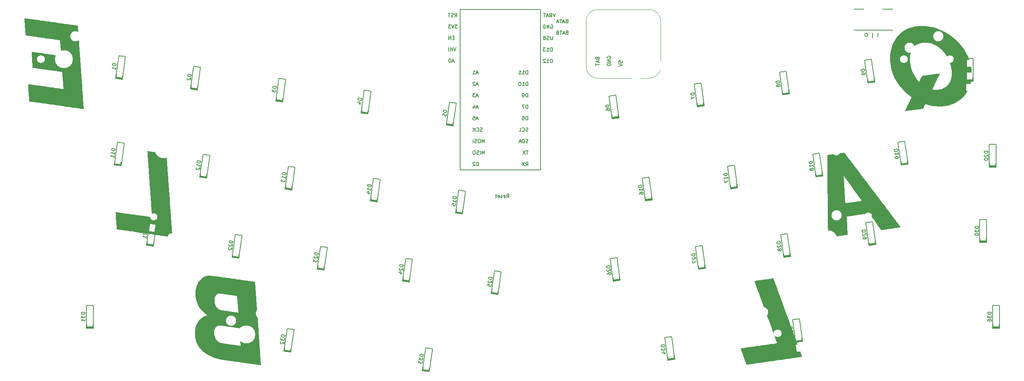
<source format=gbr>
%TF.GenerationSoftware,KiCad,Pcbnew,(6.0.1)*%
%TF.CreationDate,2022-01-24T11:33:19-05:00*%
%TF.ProjectId,QALBLE,51414c42-4c45-42e6-9b69-6361645f7063,rev?*%
%TF.SameCoordinates,Original*%
%TF.FileFunction,Legend,Bot*%
%TF.FilePolarity,Positive*%
%FSLAX46Y46*%
G04 Gerber Fmt 4.6, Leading zero omitted, Abs format (unit mm)*
G04 Created by KiCad (PCBNEW (6.0.1)) date 2022-01-24 11:33:19*
%MOMM*%
%LPD*%
G01*
G04 APERTURE LIST*
G04 Aperture macros list*
%AMHorizOval*
0 Thick line with rounded ends*
0 $1 width*
0 $2 $3 position (X,Y) of the first rounded end (center of the circle)*
0 $4 $5 position (X,Y) of the second rounded end (center of the circle)*
0 Add line between two ends*
20,1,$1,$2,$3,$4,$5,0*
0 Add two circle primitives to create the rounded ends*
1,1,$1,$2,$3*
1,1,$1,$4,$5*%
%AMRotRect*
0 Rectangle, with rotation*
0 The origin of the aperture is its center*
0 $1 length*
0 $2 width*
0 $3 Rotation angle, in degrees counterclockwise*
0 Add horizontal line*
21,1,$1,$2,0,0,$3*%
G04 Aperture macros list end*
%ADD10C,0.150000*%
%ADD11C,0.010000*%
%ADD12C,0.120000*%
%ADD13RotRect,1.600000X1.200000X262.000000*%
%ADD14RotRect,1.600000X1.600000X262.000000*%
%ADD15C,1.600000*%
%ADD16C,1.750000*%
%ADD17C,3.987800*%
%ADD18C,2.250000*%
%ADD19C,3.048000*%
%ADD20R,1.600000X1.600000*%
%ADD21R,1.200000X1.600000*%
%ADD22RotRect,1.600000X1.200000X278.000000*%
%ADD23RotRect,1.600000X1.600000X278.000000*%
%ADD24HorizOval,1.500000X-0.090463X0.643674X0.090463X-0.643674X0*%
%ADD25RotRect,2.000000X2.000000X98.000000*%
%ADD26C,2.000000*%
%ADD27HorizOval,1.500000X0.090463X0.643674X-0.090463X-0.643674X0*%
%ADD28RotRect,2.000000X2.000000X82.000000*%
%ADD29R,1.524000X1.524000*%
%ADD30O,2.200000X3.500000*%
%ADD31R,1.500000X2.500000*%
%ADD32O,1.500000X2.500000*%
%ADD33R,1.700000X1.700000*%
%ADD34O,1.700000X1.700000*%
G04 APERTURE END LIST*
D10*
X191449159Y-70064094D02*
X191715825Y-69683142D01*
X191906302Y-70064094D02*
X191906302Y-69264094D01*
X191601540Y-69264094D01*
X191525349Y-69302190D01*
X191487254Y-69340285D01*
X191449159Y-69416475D01*
X191449159Y-69530761D01*
X191487254Y-69606951D01*
X191525349Y-69645047D01*
X191601540Y-69683142D01*
X191906302Y-69683142D01*
X190801540Y-70025999D02*
X190877730Y-70064094D01*
X191030111Y-70064094D01*
X191106302Y-70025999D01*
X191144397Y-69949809D01*
X191144397Y-69645047D01*
X191106302Y-69568856D01*
X191030111Y-69530761D01*
X190877730Y-69530761D01*
X190801540Y-69568856D01*
X190763444Y-69645047D01*
X190763444Y-69721237D01*
X191144397Y-69797428D01*
X190458683Y-70025999D02*
X190382492Y-70064094D01*
X190230111Y-70064094D01*
X190153921Y-70025999D01*
X190115825Y-69949809D01*
X190115825Y-69911713D01*
X190153921Y-69835523D01*
X190230111Y-69797428D01*
X190344397Y-69797428D01*
X190420587Y-69759332D01*
X190458683Y-69683142D01*
X190458683Y-69645047D01*
X190420587Y-69568856D01*
X190344397Y-69530761D01*
X190230111Y-69530761D01*
X190153921Y-69568856D01*
X189468206Y-70025999D02*
X189544397Y-70064094D01*
X189696778Y-70064094D01*
X189772968Y-70025999D01*
X189811063Y-69949809D01*
X189811063Y-69645047D01*
X189772968Y-69568856D01*
X189696778Y-69530761D01*
X189544397Y-69530761D01*
X189468206Y-69568856D01*
X189430111Y-69645047D01*
X189430111Y-69721237D01*
X189811063Y-69797428D01*
X189201540Y-69530761D02*
X188896778Y-69530761D01*
X189087254Y-69264094D02*
X189087254Y-69949809D01*
X189049159Y-70025999D01*
X188972968Y-70064094D01*
X188896778Y-70064094D01*
X273588930Y-34369372D02*
X273588930Y-33569372D01*
X272407978Y-34636039D02*
X272407978Y-33493182D01*
X271074645Y-33569372D02*
X270922264Y-33569372D01*
X270846073Y-33607468D01*
X270769883Y-33683658D01*
X270731787Y-33836039D01*
X270731787Y-34102706D01*
X270769883Y-34255087D01*
X270846073Y-34331277D01*
X270922264Y-34369372D01*
X271074645Y-34369372D01*
X271150835Y-34331277D01*
X271227026Y-34255087D01*
X271265121Y-34102706D01*
X271265121Y-33836039D01*
X271227026Y-33683658D01*
X271150835Y-33607468D01*
X271074645Y-33569372D01*
%TO.C,D21*%
X111891573Y-77051924D02*
X111099359Y-76940586D01*
X111072849Y-77129208D01*
X111094668Y-77247684D01*
X111159514Y-77333736D01*
X111229661Y-77382064D01*
X111375257Y-77440996D01*
X111488430Y-77456902D01*
X111644630Y-77440385D01*
X111725381Y-77413264D01*
X111811434Y-77348418D01*
X111865064Y-77240547D01*
X111891573Y-77051924D01*
X111068771Y-77705679D02*
X111025745Y-77738102D01*
X110977416Y-77808249D01*
X110950907Y-77996872D01*
X110978028Y-78077622D01*
X111010451Y-78120649D01*
X111080598Y-78168977D01*
X111156047Y-78179581D01*
X111274522Y-78157762D01*
X111790838Y-77768690D01*
X111721914Y-78259108D01*
X111615878Y-79013598D02*
X111679500Y-78560904D01*
X111647689Y-78787251D02*
X110855474Y-78675913D01*
X110979251Y-78616369D01*
X111065304Y-78551524D01*
X111113632Y-78481377D01*
%TO.C,D20*%
X297939782Y-59754406D02*
X297139782Y-59754406D01*
X297139782Y-59944882D01*
X297177878Y-60059168D01*
X297254068Y-60135358D01*
X297330258Y-60173454D01*
X297482639Y-60211549D01*
X297596925Y-60211549D01*
X297749306Y-60173454D01*
X297825497Y-60135358D01*
X297901687Y-60059168D01*
X297939782Y-59944882D01*
X297939782Y-59754406D01*
X297215973Y-60516311D02*
X297177878Y-60554406D01*
X297139782Y-60630596D01*
X297139782Y-60821073D01*
X297177878Y-60897263D01*
X297215973Y-60935358D01*
X297292163Y-60973454D01*
X297368354Y-60973454D01*
X297482639Y-60935358D01*
X297939782Y-60478215D01*
X297939782Y-60973454D01*
X297139782Y-61468692D02*
X297139782Y-61544882D01*
X297177878Y-61621073D01*
X297215973Y-61659168D01*
X297292163Y-61697263D01*
X297444544Y-61735358D01*
X297635020Y-61735358D01*
X297787401Y-61697263D01*
X297863592Y-61659168D01*
X297901687Y-61621073D01*
X297939782Y-61544882D01*
X297939782Y-61468692D01*
X297901687Y-61392501D01*
X297863592Y-61354406D01*
X297787401Y-61316311D01*
X297635020Y-61278215D01*
X297444544Y-61278215D01*
X297292163Y-61316311D01*
X297215973Y-61354406D01*
X297177878Y-61392501D01*
X297139782Y-61468692D01*
%TO.C,D9*%
X270646966Y-41509802D02*
X269854751Y-41621141D01*
X269881261Y-41809763D01*
X269934891Y-41917635D01*
X270020943Y-41982480D01*
X270101694Y-42009601D01*
X270257894Y-42026118D01*
X270371067Y-42010213D01*
X270516663Y-41951281D01*
X270586811Y-41902953D01*
X270651656Y-41816900D01*
X270673475Y-41698425D01*
X270646966Y-41509802D01*
X270763606Y-42339741D02*
X270784813Y-42490639D01*
X270757693Y-42571390D01*
X270725270Y-42614416D01*
X270622700Y-42705771D01*
X270477104Y-42764703D01*
X270175308Y-42807117D01*
X270094557Y-42779997D01*
X270051531Y-42747574D01*
X270003203Y-42677427D01*
X269981995Y-42526529D01*
X270009116Y-42445778D01*
X270041539Y-42402752D01*
X270111686Y-42354423D01*
X270300309Y-42327914D01*
X270381059Y-42355035D01*
X270424086Y-42387458D01*
X270472414Y-42457605D01*
X270493621Y-42608503D01*
X270466500Y-42689254D01*
X270434078Y-42732280D01*
X270363930Y-42780608D01*
%TO.C,D35*%
X254635510Y-98682363D02*
X253843295Y-98793702D01*
X253869804Y-98982324D01*
X253923434Y-99090196D01*
X254009487Y-99155041D01*
X254090238Y-99182162D01*
X254246438Y-99198679D01*
X254359611Y-99182774D01*
X254505207Y-99123842D01*
X254575354Y-99075514D01*
X254640200Y-98989461D01*
X254662019Y-98870986D01*
X254635510Y-98682363D01*
X253944030Y-99510467D02*
X254012954Y-100000886D01*
X254277637Y-99694400D01*
X254293542Y-99807573D01*
X254341871Y-99877720D01*
X254384897Y-99910143D01*
X254465648Y-99937264D01*
X254654270Y-99910755D01*
X254724417Y-99862426D01*
X254756840Y-99819400D01*
X254783961Y-99738649D01*
X254752150Y-99512302D01*
X254703822Y-99442155D01*
X254660795Y-99409733D01*
X254113689Y-100717651D02*
X254060670Y-100340406D01*
X254432613Y-100249663D01*
X254400191Y-100292690D01*
X254373070Y-100373441D01*
X254399579Y-100562063D01*
X254447907Y-100632210D01*
X254490933Y-100664633D01*
X254571684Y-100691754D01*
X254760307Y-100665245D01*
X254830454Y-100616916D01*
X254862877Y-100573890D01*
X254889997Y-100493139D01*
X254863488Y-100304517D01*
X254815160Y-100234370D01*
X254772134Y-100201947D01*
%TO.C,D12*%
X123723984Y-61945876D02*
X122931770Y-61834538D01*
X122905260Y-62023160D01*
X122927079Y-62141636D01*
X122991925Y-62227688D01*
X123062072Y-62276016D01*
X123207668Y-62334948D01*
X123320841Y-62350854D01*
X123477041Y-62334337D01*
X123557792Y-62307216D01*
X123643845Y-62242370D01*
X123697475Y-62134499D01*
X123723984Y-61945876D01*
X123554325Y-63153060D02*
X123617947Y-62700366D01*
X123586136Y-62926713D02*
X122793922Y-62815375D01*
X122917699Y-62755831D01*
X123003752Y-62690986D01*
X123052080Y-62620839D01*
X122795145Y-63354121D02*
X122752119Y-63386544D01*
X122703791Y-63456691D01*
X122677282Y-63645314D01*
X122704402Y-63726064D01*
X122736825Y-63769091D01*
X122806972Y-63817419D01*
X122882421Y-63828023D01*
X123000897Y-63806204D01*
X123517212Y-63417132D01*
X123448289Y-63907550D01*
%TO.C,D32*%
X142343222Y-100562985D02*
X141551008Y-100451647D01*
X141524498Y-100640269D01*
X141546317Y-100758745D01*
X141611163Y-100844797D01*
X141681310Y-100893125D01*
X141826906Y-100952057D01*
X141940079Y-100967963D01*
X142096279Y-100951446D01*
X142177030Y-100924325D01*
X142263083Y-100859479D01*
X142316713Y-100751608D01*
X142343222Y-100562985D01*
X141450273Y-101168412D02*
X141381349Y-101658831D01*
X141720258Y-101437174D01*
X141704352Y-101550347D01*
X141731473Y-101631098D01*
X141763896Y-101674124D01*
X141834043Y-101722453D01*
X142022665Y-101748962D01*
X142103416Y-101721841D01*
X142146442Y-101689418D01*
X142194771Y-101619271D01*
X142226582Y-101392924D01*
X142199461Y-101312173D01*
X142167038Y-101269147D01*
X141414383Y-101971230D02*
X141371357Y-102003653D01*
X141323029Y-102073800D01*
X141296520Y-102262423D01*
X141323640Y-102343173D01*
X141356063Y-102386200D01*
X141426210Y-102434528D01*
X141501659Y-102445132D01*
X141620135Y-102423313D01*
X142136450Y-102034241D01*
X142067527Y-102524659D01*
%TO.C,D19*%
X277961327Y-59334349D02*
X277169112Y-59445688D01*
X277195621Y-59634310D01*
X277249251Y-59742182D01*
X277335304Y-59807027D01*
X277416055Y-59834148D01*
X277572255Y-59850665D01*
X277685428Y-59834760D01*
X277831024Y-59775828D01*
X277901171Y-59727500D01*
X277966017Y-59641447D01*
X277987836Y-59522972D01*
X277961327Y-59334349D01*
X278130985Y-60541533D02*
X278067363Y-60088839D01*
X278099174Y-60315186D02*
X277306960Y-60426525D01*
X277409530Y-60335170D01*
X277474375Y-60249118D01*
X277501496Y-60168367D01*
X278184003Y-60918778D02*
X278205211Y-61069676D01*
X278178090Y-61150427D01*
X278145667Y-61193453D01*
X278043097Y-61284808D01*
X277897501Y-61343740D01*
X277595705Y-61386154D01*
X277514954Y-61359034D01*
X277471928Y-61326611D01*
X277423600Y-61256464D01*
X277402393Y-61105566D01*
X277429514Y-61024815D01*
X277461936Y-60981789D01*
X277532083Y-60933460D01*
X277720706Y-60906951D01*
X277801457Y-60934072D01*
X277844483Y-60966495D01*
X277892811Y-61036642D01*
X277914018Y-61187540D01*
X277886898Y-61268291D01*
X277854475Y-61311317D01*
X277784328Y-61359645D01*
%TO.C,D8*%
X251782341Y-44161045D02*
X250990126Y-44272384D01*
X251016636Y-44461006D01*
X251070266Y-44568878D01*
X251156318Y-44633723D01*
X251237069Y-44660844D01*
X251393269Y-44677361D01*
X251506442Y-44661456D01*
X251652038Y-44602524D01*
X251722186Y-44554196D01*
X251787031Y-44468143D01*
X251808850Y-44349668D01*
X251782341Y-44161045D01*
X251456891Y-45130055D02*
X251408563Y-45059908D01*
X251365536Y-45027485D01*
X251284786Y-45000365D01*
X251247061Y-45005666D01*
X251176914Y-45053995D01*
X251144491Y-45097021D01*
X251117370Y-45177772D01*
X251138578Y-45328670D01*
X251186906Y-45398817D01*
X251229932Y-45431240D01*
X251310683Y-45458360D01*
X251348407Y-45453059D01*
X251418555Y-45404730D01*
X251450977Y-45361704D01*
X251478098Y-45280953D01*
X251456891Y-45130055D01*
X251484012Y-45049304D01*
X251516434Y-45006278D01*
X251586581Y-44957950D01*
X251737479Y-44936743D01*
X251818230Y-44963863D01*
X251861257Y-44996286D01*
X251909585Y-45066433D01*
X251930792Y-45217331D01*
X251903671Y-45298082D01*
X251871249Y-45341108D01*
X251801101Y-45389437D01*
X251650203Y-45410644D01*
X251569453Y-45383523D01*
X251526426Y-45351100D01*
X251478098Y-45280953D01*
%TO.C,D4*%
X159335263Y-48098201D02*
X158543048Y-47986863D01*
X158516539Y-48175485D01*
X158538358Y-48293961D01*
X158603203Y-48380013D01*
X158673351Y-48428341D01*
X158818947Y-48487273D01*
X158932120Y-48503179D01*
X159088320Y-48486662D01*
X159169071Y-48459541D01*
X159255123Y-48394695D01*
X159308753Y-48286824D01*
X159335263Y-48098201D01*
X158648065Y-49155710D02*
X159176208Y-49229936D01*
X158372778Y-48924673D02*
X158965154Y-48815578D01*
X158896231Y-49305997D01*
%TO.C,D25*%
X188225838Y-87774155D02*
X187433624Y-87662817D01*
X187407114Y-87851439D01*
X187428933Y-87969915D01*
X187493779Y-88055967D01*
X187563926Y-88104295D01*
X187709522Y-88163227D01*
X187822695Y-88179133D01*
X187978895Y-88162616D01*
X188059646Y-88135495D01*
X188145699Y-88070649D01*
X188199329Y-87962778D01*
X188225838Y-87774155D01*
X187403036Y-88427910D02*
X187360010Y-88460333D01*
X187311681Y-88530480D01*
X187285172Y-88719103D01*
X187312293Y-88799853D01*
X187344716Y-88842880D01*
X187414863Y-88891208D01*
X187490312Y-88901812D01*
X187608787Y-88879993D01*
X188125103Y-88490921D01*
X188056179Y-88981339D01*
X187163230Y-89586766D02*
X187216248Y-89209521D01*
X187598795Y-89224815D01*
X187555769Y-89257238D01*
X187507441Y-89327385D01*
X187480932Y-89516007D01*
X187508052Y-89596758D01*
X187540475Y-89639784D01*
X187610622Y-89688113D01*
X187799245Y-89714622D01*
X187879996Y-89687501D01*
X187923022Y-89655078D01*
X187971350Y-89584931D01*
X187997859Y-89396309D01*
X187970738Y-89315558D01*
X187938316Y-89272531D01*
%TO.C,D15*%
X180317799Y-69899618D02*
X179525585Y-69788280D01*
X179499075Y-69976902D01*
X179520894Y-70095378D01*
X179585740Y-70181430D01*
X179655887Y-70229758D01*
X179801483Y-70288690D01*
X179914656Y-70304596D01*
X180070856Y-70288079D01*
X180151607Y-70260958D01*
X180237660Y-70196112D01*
X180291290Y-70088241D01*
X180317799Y-69899618D01*
X180148140Y-71106802D02*
X180211762Y-70654108D01*
X180179951Y-70880455D02*
X179387737Y-70769117D01*
X179511514Y-70709573D01*
X179597567Y-70644728D01*
X179645895Y-70574581D01*
X179255191Y-71712229D02*
X179308209Y-71334984D01*
X179690756Y-71350278D01*
X179647730Y-71382701D01*
X179599402Y-71452848D01*
X179572893Y-71641470D01*
X179600013Y-71722221D01*
X179632436Y-71765247D01*
X179702583Y-71813576D01*
X179891206Y-71840085D01*
X179971957Y-71812964D01*
X180014983Y-71780541D01*
X180063311Y-71710394D01*
X180089820Y-71521772D01*
X180062699Y-71441021D01*
X180030277Y-71397994D01*
%TO.C,D24*%
X168575207Y-85012445D02*
X167782993Y-84901107D01*
X167756483Y-85089729D01*
X167778302Y-85208205D01*
X167843148Y-85294257D01*
X167913295Y-85342585D01*
X168058891Y-85401517D01*
X168172064Y-85417423D01*
X168328264Y-85400906D01*
X168409015Y-85373785D01*
X168495068Y-85308939D01*
X168548698Y-85201068D01*
X168575207Y-85012445D01*
X167752405Y-85666200D02*
X167709379Y-85698623D01*
X167661050Y-85768770D01*
X167634541Y-85957393D01*
X167661662Y-86038143D01*
X167694085Y-86081170D01*
X167764232Y-86129498D01*
X167839681Y-86140102D01*
X167958156Y-86118283D01*
X168474472Y-85729211D01*
X168405548Y-86219629D01*
X167781972Y-86824444D02*
X168310115Y-86898670D01*
X167506686Y-86593407D02*
X168099062Y-86484312D01*
X168030138Y-86974731D01*
%TO.C,D6*%
X214053140Y-49463536D02*
X213260925Y-49574875D01*
X213287435Y-49763497D01*
X213341065Y-49871369D01*
X213427117Y-49936214D01*
X213507868Y-49963335D01*
X213664068Y-49979852D01*
X213777241Y-49963947D01*
X213922837Y-49905015D01*
X213992985Y-49856687D01*
X214057830Y-49770634D01*
X214079649Y-49652159D01*
X214053140Y-49463536D01*
X213419980Y-50706610D02*
X213398773Y-50555712D01*
X213425894Y-50474961D01*
X213458317Y-50431935D01*
X213560886Y-50340580D01*
X213706483Y-50281648D01*
X214008278Y-50239234D01*
X214089029Y-50266354D01*
X214132056Y-50298777D01*
X214180384Y-50368924D01*
X214201591Y-50519822D01*
X214174470Y-50600573D01*
X214142048Y-50643599D01*
X214071900Y-50691928D01*
X213883278Y-50718437D01*
X213802527Y-50691316D01*
X213759501Y-50658893D01*
X213711173Y-50588746D01*
X213689965Y-50437848D01*
X213717086Y-50357097D01*
X213749509Y-50314071D01*
X213819656Y-50265743D01*
%TO.C,D22*%
X130846012Y-79709948D02*
X130053798Y-79598610D01*
X130027288Y-79787232D01*
X130049107Y-79905708D01*
X130113953Y-79991760D01*
X130184100Y-80040088D01*
X130329696Y-80099020D01*
X130442869Y-80114926D01*
X130599069Y-80098409D01*
X130679820Y-80071288D01*
X130765873Y-80006442D01*
X130819503Y-79898571D01*
X130846012Y-79709948D01*
X130023210Y-80363703D02*
X129980184Y-80396126D01*
X129931855Y-80466273D01*
X129905346Y-80654896D01*
X129932467Y-80735646D01*
X129964890Y-80778673D01*
X130035037Y-80827001D01*
X130110486Y-80837605D01*
X130228961Y-80815786D01*
X130745277Y-80426714D01*
X130676353Y-80917132D01*
X129917173Y-81118193D02*
X129874147Y-81150616D01*
X129825819Y-81220763D01*
X129799310Y-81409386D01*
X129826430Y-81490136D01*
X129858853Y-81533163D01*
X129929000Y-81581491D01*
X130004449Y-81592095D01*
X130122925Y-81570276D01*
X130639240Y-81181204D01*
X130570317Y-81671622D01*
%TO.C,D30*%
X295844270Y-76423164D02*
X295044270Y-76423164D01*
X295044270Y-76613640D01*
X295082366Y-76727926D01*
X295158556Y-76804116D01*
X295234746Y-76842212D01*
X295387127Y-76880307D01*
X295501413Y-76880307D01*
X295653794Y-76842212D01*
X295729985Y-76804116D01*
X295806175Y-76727926D01*
X295844270Y-76613640D01*
X295844270Y-76423164D01*
X295044270Y-77146973D02*
X295044270Y-77642212D01*
X295349032Y-77375545D01*
X295349032Y-77489831D01*
X295387127Y-77566021D01*
X295425223Y-77604116D01*
X295501413Y-77642212D01*
X295691889Y-77642212D01*
X295768080Y-77604116D01*
X295806175Y-77566021D01*
X295844270Y-77489831D01*
X295844270Y-77261259D01*
X295806175Y-77185069D01*
X295768080Y-77146973D01*
X295044270Y-78137450D02*
X295044270Y-78213640D01*
X295082366Y-78289831D01*
X295120461Y-78327926D01*
X295196651Y-78366021D01*
X295349032Y-78404116D01*
X295539508Y-78404116D01*
X295691889Y-78366021D01*
X295768080Y-78327926D01*
X295806175Y-78289831D01*
X295844270Y-78213640D01*
X295844270Y-78137450D01*
X295806175Y-78061259D01*
X295768080Y-78023164D01*
X295691889Y-77985069D01*
X295539508Y-77946973D01*
X295349032Y-77946973D01*
X295196651Y-77985069D01*
X295120461Y-78023164D01*
X295082366Y-78061259D01*
X295044270Y-78137450D01*
%TO.C,D14*%
X161453204Y-67248368D02*
X160660990Y-67137030D01*
X160634480Y-67325652D01*
X160656299Y-67444128D01*
X160721145Y-67530180D01*
X160791292Y-67578508D01*
X160936888Y-67637440D01*
X161050061Y-67653346D01*
X161206261Y-67636829D01*
X161287012Y-67609708D01*
X161373065Y-67544862D01*
X161426695Y-67436991D01*
X161453204Y-67248368D01*
X161283545Y-68455552D02*
X161347167Y-68002858D01*
X161315356Y-68229205D02*
X160523142Y-68117867D01*
X160646919Y-68058323D01*
X160732972Y-67993478D01*
X160781300Y-67923331D01*
X160659969Y-69060367D02*
X161188112Y-69134593D01*
X160384683Y-68829330D02*
X160977059Y-68720235D01*
X160908135Y-69210654D01*
%TO.C,D33*%
X172998193Y-104871269D02*
X172205979Y-104759931D01*
X172179469Y-104948553D01*
X172201288Y-105067029D01*
X172266134Y-105153081D01*
X172336281Y-105201409D01*
X172481877Y-105260341D01*
X172595050Y-105276247D01*
X172751250Y-105259730D01*
X172832001Y-105232609D01*
X172918054Y-105167763D01*
X172971684Y-105059892D01*
X172998193Y-104871269D01*
X172105244Y-105476696D02*
X172036320Y-105967115D01*
X172375229Y-105745458D01*
X172359323Y-105858631D01*
X172386444Y-105939382D01*
X172418867Y-105982408D01*
X172489014Y-106030737D01*
X172677636Y-106057246D01*
X172758387Y-106030125D01*
X172801413Y-105997702D01*
X172849742Y-105927555D01*
X172881553Y-105701208D01*
X172854432Y-105620457D01*
X172822009Y-105577431D01*
X171999207Y-106231186D02*
X171930283Y-106721605D01*
X172269192Y-106499948D01*
X172253287Y-106613121D01*
X172280407Y-106693872D01*
X172312830Y-106736898D01*
X172382977Y-106785227D01*
X172571600Y-106811736D01*
X172652351Y-106784615D01*
X172695377Y-106752192D01*
X172743705Y-106682045D01*
X172775516Y-106455698D01*
X172748395Y-106374947D01*
X172715972Y-106331921D01*
%TO.C,U1*%
X196097654Y-45219625D02*
X196097654Y-44419625D01*
X195907178Y-44419625D01*
X195792892Y-44457721D01*
X195716702Y-44533911D01*
X195678607Y-44610101D01*
X195640511Y-44762482D01*
X195640511Y-44876768D01*
X195678607Y-45029149D01*
X195716702Y-45105340D01*
X195792892Y-45181530D01*
X195907178Y-45219625D01*
X196097654Y-45219625D01*
X194878607Y-45219625D02*
X195335750Y-45219625D01*
X195107178Y-45219625D02*
X195107178Y-44419625D01*
X195183369Y-44533911D01*
X195259559Y-44610101D01*
X195335750Y-44648197D01*
X194383369Y-44419625D02*
X194307178Y-44419625D01*
X194230988Y-44457721D01*
X194192892Y-44495816D01*
X194154797Y-44572006D01*
X194116702Y-44724387D01*
X194116702Y-44914863D01*
X194154797Y-45067244D01*
X194192892Y-45143435D01*
X194230988Y-45181530D01*
X194307178Y-45219625D01*
X194383369Y-45219625D01*
X194459559Y-45181530D01*
X194497654Y-45143435D01*
X194535750Y-45067244D01*
X194573845Y-44914863D01*
X194573845Y-44724387D01*
X194535750Y-44572006D01*
X194497654Y-44495816D01*
X194459559Y-44457721D01*
X194383369Y-44419625D01*
X185078369Y-52574154D02*
X184697416Y-52574154D01*
X185154559Y-52802725D02*
X184887892Y-52002725D01*
X184621226Y-52802725D01*
X183973607Y-52002725D02*
X184354559Y-52002725D01*
X184392654Y-52383678D01*
X184354559Y-52345582D01*
X184278369Y-52307487D01*
X184087892Y-52307487D01*
X184011702Y-52345582D01*
X183973607Y-52383678D01*
X183935511Y-52459868D01*
X183935511Y-52650344D01*
X183973607Y-52726535D01*
X184011702Y-52764630D01*
X184087892Y-52802725D01*
X184278369Y-52802725D01*
X184354559Y-52764630D01*
X184392654Y-52726535D01*
X201597654Y-34236275D02*
X201597654Y-34883894D01*
X201559559Y-34960085D01*
X201521464Y-34998180D01*
X201445273Y-35036275D01*
X201292892Y-35036275D01*
X201216702Y-34998180D01*
X201178607Y-34960085D01*
X201140511Y-34883894D01*
X201140511Y-34236275D01*
X200797654Y-34998180D02*
X200683369Y-35036275D01*
X200492892Y-35036275D01*
X200416702Y-34998180D01*
X200378607Y-34960085D01*
X200340511Y-34883894D01*
X200340511Y-34807704D01*
X200378607Y-34731513D01*
X200416702Y-34693418D01*
X200492892Y-34655323D01*
X200645273Y-34617228D01*
X200721464Y-34579132D01*
X200759559Y-34541037D01*
X200797654Y-34464847D01*
X200797654Y-34388656D01*
X200759559Y-34312466D01*
X200721464Y-34274371D01*
X200645273Y-34236275D01*
X200454797Y-34236275D01*
X200340511Y-34274371D01*
X199730988Y-34617228D02*
X199616702Y-34655323D01*
X199578607Y-34693418D01*
X199540511Y-34769609D01*
X199540511Y-34883894D01*
X199578607Y-34960085D01*
X199616702Y-34998180D01*
X199692892Y-35036275D01*
X199997654Y-35036275D01*
X199997654Y-34236275D01*
X199730988Y-34236275D01*
X199654797Y-34274371D01*
X199616702Y-34312466D01*
X199578607Y-34388656D01*
X199578607Y-34464847D01*
X199616702Y-34541037D01*
X199654797Y-34579132D01*
X199730988Y-34617228D01*
X199997654Y-34617228D01*
X186487892Y-60416145D02*
X186487892Y-59616145D01*
X186221226Y-60187574D01*
X185954559Y-59616145D01*
X185954559Y-60416145D01*
X185573607Y-60416145D02*
X185573607Y-59616145D01*
X185230750Y-60378050D02*
X185116464Y-60416145D01*
X184925988Y-60416145D01*
X184849797Y-60378050D01*
X184811702Y-60339955D01*
X184773607Y-60263764D01*
X184773607Y-60187574D01*
X184811702Y-60111383D01*
X184849797Y-60073288D01*
X184925988Y-60035193D01*
X185078369Y-59997098D01*
X185154559Y-59959002D01*
X185192654Y-59920907D01*
X185230750Y-59844717D01*
X185230750Y-59768526D01*
X185192654Y-59692336D01*
X185154559Y-59654241D01*
X185078369Y-59616145D01*
X184887892Y-59616145D01*
X184773607Y-59654241D01*
X184278369Y-59616145D02*
X184125988Y-59616145D01*
X184049797Y-59654241D01*
X183973607Y-59730431D01*
X183935511Y-59882812D01*
X183935511Y-60149479D01*
X183973607Y-60301860D01*
X184049797Y-60378050D01*
X184125988Y-60416145D01*
X184278369Y-60416145D01*
X184354559Y-60378050D01*
X184430750Y-60301860D01*
X184468845Y-60149479D01*
X184468845Y-59882812D01*
X184430750Y-59730431D01*
X184354559Y-59654241D01*
X184278369Y-59616145D01*
X185992654Y-55302437D02*
X185878369Y-55340532D01*
X185687892Y-55340532D01*
X185611702Y-55302437D01*
X185573607Y-55264342D01*
X185535511Y-55188151D01*
X185535511Y-55111961D01*
X185573607Y-55035770D01*
X185611702Y-54997675D01*
X185687892Y-54959580D01*
X185840273Y-54921485D01*
X185916464Y-54883389D01*
X185954559Y-54845294D01*
X185992654Y-54769104D01*
X185992654Y-54692913D01*
X185954559Y-54616723D01*
X185916464Y-54578628D01*
X185840273Y-54540532D01*
X185649797Y-54540532D01*
X185535511Y-54578628D01*
X184735511Y-55264342D02*
X184773607Y-55302437D01*
X184887892Y-55340532D01*
X184964083Y-55340532D01*
X185078369Y-55302437D01*
X185154559Y-55226247D01*
X185192654Y-55150056D01*
X185230750Y-54997675D01*
X185230750Y-54883389D01*
X185192654Y-54731008D01*
X185154559Y-54654818D01*
X185078369Y-54578628D01*
X184964083Y-54540532D01*
X184887892Y-54540532D01*
X184773607Y-54578628D01*
X184735511Y-54616723D01*
X184392654Y-55340532D02*
X184392654Y-54540532D01*
X183935511Y-55340532D02*
X184278369Y-54883389D01*
X183935511Y-54540532D02*
X184392654Y-54997675D01*
X202180205Y-29182207D02*
X201913538Y-29982207D01*
X201646872Y-29182207D01*
X201113538Y-29563160D02*
X200999253Y-29601255D01*
X200961157Y-29639350D01*
X200923062Y-29715541D01*
X200923062Y-29829826D01*
X200961157Y-29906017D01*
X200999253Y-29944112D01*
X201075443Y-29982207D01*
X201380205Y-29982207D01*
X201380205Y-29182207D01*
X201113538Y-29182207D01*
X201037348Y-29220303D01*
X200999253Y-29258398D01*
X200961157Y-29334588D01*
X200961157Y-29410779D01*
X200999253Y-29486969D01*
X201037348Y-29525064D01*
X201113538Y-29563160D01*
X201380205Y-29563160D01*
X200618300Y-29753636D02*
X200237348Y-29753636D01*
X200694491Y-29982207D02*
X200427824Y-29182207D01*
X200161157Y-29982207D01*
X200008776Y-29182207D02*
X199551634Y-29182207D01*
X199780205Y-29982207D02*
X199780205Y-29182207D01*
X196135750Y-55302437D02*
X196021464Y-55340532D01*
X195830988Y-55340532D01*
X195754797Y-55302437D01*
X195716702Y-55264342D01*
X195678607Y-55188151D01*
X195678607Y-55111961D01*
X195716702Y-55035770D01*
X195754797Y-54997675D01*
X195830988Y-54959580D01*
X195983369Y-54921485D01*
X196059559Y-54883389D01*
X196097654Y-54845294D01*
X196135750Y-54769104D01*
X196135750Y-54692913D01*
X196097654Y-54616723D01*
X196059559Y-54578628D01*
X195983369Y-54540532D01*
X195792892Y-54540532D01*
X195678607Y-54578628D01*
X194878607Y-55264342D02*
X194916702Y-55302437D01*
X195030988Y-55340532D01*
X195107178Y-55340532D01*
X195221464Y-55302437D01*
X195297654Y-55226247D01*
X195335750Y-55150056D01*
X195373845Y-54997675D01*
X195373845Y-54883389D01*
X195335750Y-54731008D01*
X195297654Y-54654818D01*
X195221464Y-54578628D01*
X195107178Y-54540532D01*
X195030988Y-54540532D01*
X194916702Y-54578628D01*
X194878607Y-54616723D01*
X194154797Y-55340532D02*
X194535750Y-55340532D01*
X194535750Y-54540532D01*
X185078369Y-44963317D02*
X184697416Y-44963317D01*
X185154559Y-45191888D02*
X184887892Y-44391888D01*
X184621226Y-45191888D01*
X184392654Y-44468079D02*
X184354559Y-44429984D01*
X184278369Y-44391888D01*
X184087892Y-44391888D01*
X184011702Y-44429984D01*
X183973607Y-44468079D01*
X183935511Y-44544269D01*
X183935511Y-44620460D01*
X183973607Y-44734745D01*
X184430750Y-45191888D01*
X183935511Y-45191888D01*
X196065919Y-50302207D02*
X196065919Y-49502207D01*
X195875443Y-49502207D01*
X195761157Y-49540303D01*
X195684967Y-49616493D01*
X195646872Y-49692683D01*
X195608776Y-49845064D01*
X195608776Y-49959350D01*
X195646872Y-50111731D01*
X195684967Y-50187922D01*
X195761157Y-50264112D01*
X195875443Y-50302207D01*
X196065919Y-50302207D01*
X195342110Y-49502207D02*
X194808776Y-49502207D01*
X195151634Y-50302207D01*
X196065919Y-52842207D02*
X196065919Y-52042207D01*
X195875443Y-52042207D01*
X195761157Y-52080303D01*
X195684967Y-52156493D01*
X195646872Y-52232683D01*
X195608776Y-52385064D01*
X195608776Y-52499350D01*
X195646872Y-52651731D01*
X195684967Y-52727922D01*
X195761157Y-52804112D01*
X195875443Y-52842207D01*
X196065919Y-52842207D01*
X194884967Y-52042207D02*
X195265919Y-52042207D01*
X195304015Y-52423160D01*
X195265919Y-52385064D01*
X195189729Y-52346969D01*
X194999253Y-52346969D01*
X194923062Y-52385064D01*
X194884967Y-52423160D01*
X194846872Y-52499350D01*
X194846872Y-52689826D01*
X194884967Y-52766017D01*
X194923062Y-52804112D01*
X194999253Y-52842207D01*
X195189729Y-52842207D01*
X195265919Y-52804112D01*
X195304015Y-52766017D01*
X185154559Y-62971888D02*
X185154559Y-62171888D01*
X184964083Y-62171888D01*
X184849797Y-62209984D01*
X184773607Y-62286174D01*
X184735511Y-62362364D01*
X184697416Y-62514745D01*
X184697416Y-62629031D01*
X184735511Y-62781412D01*
X184773607Y-62857603D01*
X184849797Y-62933793D01*
X184964083Y-62971888D01*
X185154559Y-62971888D01*
X184392654Y-62248079D02*
X184354559Y-62209984D01*
X184278369Y-62171888D01*
X184087892Y-62171888D01*
X184011702Y-62209984D01*
X183973607Y-62248079D01*
X183935511Y-62324269D01*
X183935511Y-62400460D01*
X183973607Y-62514745D01*
X184430750Y-62971888D01*
X183935511Y-62971888D01*
X186487892Y-57878338D02*
X186487892Y-57078338D01*
X186221226Y-57649767D01*
X185954559Y-57078338D01*
X185954559Y-57878338D01*
X185421226Y-57078338D02*
X185268845Y-57078338D01*
X185192654Y-57116434D01*
X185116464Y-57192624D01*
X185078369Y-57345005D01*
X185078369Y-57611672D01*
X185116464Y-57764053D01*
X185192654Y-57840243D01*
X185268845Y-57878338D01*
X185421226Y-57878338D01*
X185497416Y-57840243D01*
X185573607Y-57764053D01*
X185611702Y-57611672D01*
X185611702Y-57345005D01*
X185573607Y-57192624D01*
X185497416Y-57116434D01*
X185421226Y-57078338D01*
X184773607Y-57840243D02*
X184659321Y-57878338D01*
X184468845Y-57878338D01*
X184392654Y-57840243D01*
X184354559Y-57802148D01*
X184316464Y-57725957D01*
X184316464Y-57649767D01*
X184354559Y-57573576D01*
X184392654Y-57535481D01*
X184468845Y-57497386D01*
X184621226Y-57459291D01*
X184697416Y-57421195D01*
X184735511Y-57383100D01*
X184773607Y-57306910D01*
X184773607Y-57230719D01*
X184735511Y-57154529D01*
X184697416Y-57116434D01*
X184621226Y-57078338D01*
X184430750Y-57078338D01*
X184316464Y-57116434D01*
X183973607Y-57878338D02*
X183973607Y-57078338D01*
X201485919Y-37602207D02*
X201485919Y-36802207D01*
X201295443Y-36802207D01*
X201181157Y-36840303D01*
X201104967Y-36916493D01*
X201066872Y-36992683D01*
X201028776Y-37145064D01*
X201028776Y-37259350D01*
X201066872Y-37411731D01*
X201104967Y-37487922D01*
X201181157Y-37564112D01*
X201295443Y-37602207D01*
X201485919Y-37602207D01*
X200266872Y-37602207D02*
X200724015Y-37602207D01*
X200495443Y-37602207D02*
X200495443Y-36802207D01*
X200571634Y-36916493D01*
X200647824Y-36992683D01*
X200724015Y-37030779D01*
X200000205Y-36802207D02*
X199504967Y-36802207D01*
X199771634Y-37106969D01*
X199657348Y-37106969D01*
X199581157Y-37145064D01*
X199543062Y-37183160D01*
X199504967Y-37259350D01*
X199504967Y-37449826D01*
X199543062Y-37526017D01*
X199581157Y-37564112D01*
X199657348Y-37602207D01*
X199885919Y-37602207D01*
X199962110Y-37564112D01*
X200000205Y-37526017D01*
X196065919Y-42682207D02*
X196065919Y-41882207D01*
X195875443Y-41882207D01*
X195761157Y-41920303D01*
X195684967Y-41996493D01*
X195646872Y-42072683D01*
X195608776Y-42225064D01*
X195608776Y-42339350D01*
X195646872Y-42491731D01*
X195684967Y-42567922D01*
X195761157Y-42644112D01*
X195875443Y-42682207D01*
X196065919Y-42682207D01*
X194846872Y-42682207D02*
X195304015Y-42682207D01*
X195075443Y-42682207D02*
X195075443Y-41882207D01*
X195151634Y-41996493D01*
X195227824Y-42072683D01*
X195304015Y-42110779D01*
X194084967Y-42682207D02*
X194542110Y-42682207D01*
X194313538Y-42682207D02*
X194313538Y-41882207D01*
X194389729Y-41996493D01*
X194465919Y-42072683D01*
X194542110Y-42110779D01*
X196180205Y-59662207D02*
X195723062Y-59662207D01*
X195951634Y-60462207D02*
X195951634Y-59662207D01*
X195532586Y-59662207D02*
X194999253Y-60462207D01*
X194999253Y-59662207D02*
X195532586Y-60462207D01*
X195640511Y-62984270D02*
X195907178Y-62603318D01*
X196097654Y-62984270D02*
X196097654Y-62184270D01*
X195792892Y-62184270D01*
X195716702Y-62222366D01*
X195678607Y-62260461D01*
X195640511Y-62336651D01*
X195640511Y-62450937D01*
X195678607Y-62527127D01*
X195716702Y-62565223D01*
X195792892Y-62603318D01*
X196097654Y-62603318D01*
X195373845Y-62184270D02*
X194840511Y-62984270D01*
X194840511Y-62184270D02*
X195373845Y-62984270D01*
X180498369Y-31691888D02*
X180003131Y-31691888D01*
X180269797Y-31996650D01*
X180155511Y-31996650D01*
X180079321Y-32034745D01*
X180041226Y-32072841D01*
X180003131Y-32149031D01*
X180003131Y-32339507D01*
X180041226Y-32415698D01*
X180079321Y-32453793D01*
X180155511Y-32491888D01*
X180384083Y-32491888D01*
X180460273Y-32453793D01*
X180498369Y-32415698D01*
X179774559Y-31691888D02*
X179507892Y-32491888D01*
X179241226Y-31691888D01*
X179050750Y-31691888D02*
X178555511Y-31691888D01*
X178822178Y-31996650D01*
X178707892Y-31996650D01*
X178631702Y-32034745D01*
X178593607Y-32072841D01*
X178555511Y-32149031D01*
X178555511Y-32339507D01*
X178593607Y-32415698D01*
X178631702Y-32453793D01*
X178707892Y-32491888D01*
X178936464Y-32491888D01*
X179012654Y-32453793D01*
X179050750Y-32415698D01*
X201517654Y-40111888D02*
X201517654Y-39311888D01*
X201327178Y-39311888D01*
X201212892Y-39349984D01*
X201136702Y-39426174D01*
X201098607Y-39502364D01*
X201060511Y-39654745D01*
X201060511Y-39769031D01*
X201098607Y-39921412D01*
X201136702Y-39997603D01*
X201212892Y-40073793D01*
X201327178Y-40111888D01*
X201517654Y-40111888D01*
X200298607Y-40111888D02*
X200755750Y-40111888D01*
X200527178Y-40111888D02*
X200527178Y-39311888D01*
X200603369Y-39426174D01*
X200679559Y-39502364D01*
X200755750Y-39540460D01*
X199993845Y-39388079D02*
X199955750Y-39349984D01*
X199879559Y-39311888D01*
X199689083Y-39311888D01*
X199612892Y-39349984D01*
X199574797Y-39388079D01*
X199536702Y-39464269D01*
X199536702Y-39540460D01*
X199574797Y-39654745D01*
X200031940Y-40111888D01*
X199536702Y-40111888D01*
X201178607Y-31736564D02*
X201254797Y-31698468D01*
X201369083Y-31698468D01*
X201483369Y-31736564D01*
X201559559Y-31812754D01*
X201597654Y-31888944D01*
X201635750Y-32041325D01*
X201635750Y-32155611D01*
X201597654Y-32307992D01*
X201559559Y-32384183D01*
X201483369Y-32460373D01*
X201369083Y-32498468D01*
X201292892Y-32498468D01*
X201178607Y-32460373D01*
X201140511Y-32422278D01*
X201140511Y-32155611D01*
X201292892Y-32155611D01*
X200797654Y-32498468D02*
X200797654Y-31698468D01*
X200340511Y-32498468D01*
X200340511Y-31698468D01*
X199959559Y-32498468D02*
X199959559Y-31698468D01*
X199769083Y-31698468D01*
X199654797Y-31736564D01*
X199578607Y-31812754D01*
X199540511Y-31888944D01*
X199502416Y-32041325D01*
X199502416Y-32155611D01*
X199540511Y-32307992D01*
X199578607Y-32384183D01*
X199654797Y-32460373D01*
X199769083Y-32498468D01*
X199959559Y-32498468D01*
X196097654Y-47757431D02*
X196097654Y-46957431D01*
X195907178Y-46957431D01*
X195792892Y-46995527D01*
X195716702Y-47071717D01*
X195678607Y-47147907D01*
X195640511Y-47300288D01*
X195640511Y-47414574D01*
X195678607Y-47566955D01*
X195716702Y-47643146D01*
X195792892Y-47719336D01*
X195907178Y-47757431D01*
X196097654Y-47757431D01*
X195259559Y-47757431D02*
X195107178Y-47757431D01*
X195030988Y-47719336D01*
X194992892Y-47681241D01*
X194916702Y-47566955D01*
X194878607Y-47414574D01*
X194878607Y-47109812D01*
X194916702Y-47033622D01*
X194954797Y-46995527D01*
X195030988Y-46957431D01*
X195183369Y-46957431D01*
X195259559Y-46995527D01*
X195297654Y-47033622D01*
X195335750Y-47109812D01*
X195335750Y-47300288D01*
X195297654Y-47376479D01*
X195259559Y-47414574D01*
X195183369Y-47452669D01*
X195030988Y-47452669D01*
X194954797Y-47414574D01*
X194916702Y-47376479D01*
X194878607Y-47300288D01*
X179774559Y-34586909D02*
X179507892Y-34586909D01*
X179393607Y-35005956D02*
X179774559Y-35005956D01*
X179774559Y-34205956D01*
X179393607Y-34205956D01*
X179050750Y-35005956D02*
X179050750Y-34205956D01*
X178593607Y-35005956D01*
X178593607Y-34205956D01*
X185078369Y-50036348D02*
X184697416Y-50036348D01*
X185154559Y-50264919D02*
X184887892Y-49464919D01*
X184621226Y-50264919D01*
X184011702Y-49731586D02*
X184011702Y-50264919D01*
X184202178Y-49426824D02*
X184392654Y-49998253D01*
X183897416Y-49998253D01*
X185078369Y-42423317D02*
X184697416Y-42423317D01*
X185154559Y-42651888D02*
X184887892Y-41851888D01*
X184621226Y-42651888D01*
X183935511Y-42651888D02*
X184392654Y-42651888D01*
X184164083Y-42651888D02*
X184164083Y-41851888D01*
X184240273Y-41966174D01*
X184316464Y-42042364D01*
X184392654Y-42080460D01*
X185078369Y-47498541D02*
X184697416Y-47498541D01*
X185154559Y-47727112D02*
X184887892Y-46927112D01*
X184621226Y-47727112D01*
X184430750Y-46927112D02*
X183935511Y-46927112D01*
X184202178Y-47231874D01*
X184087892Y-47231874D01*
X184011702Y-47269969D01*
X183973607Y-47308065D01*
X183935511Y-47384255D01*
X183935511Y-47574731D01*
X183973607Y-47650922D01*
X184011702Y-47689017D01*
X184087892Y-47727112D01*
X184316464Y-47727112D01*
X184392654Y-47689017D01*
X184430750Y-47650922D01*
X179733417Y-39852998D02*
X179352464Y-39852998D01*
X179809607Y-40081569D02*
X179542940Y-39281569D01*
X179276274Y-40081569D01*
X178857226Y-39281569D02*
X178781036Y-39281569D01*
X178704845Y-39319665D01*
X178666750Y-39357760D01*
X178628655Y-39433950D01*
X178590559Y-39586331D01*
X178590559Y-39776807D01*
X178628655Y-39929188D01*
X178666750Y-40005379D01*
X178704845Y-40043474D01*
X178781036Y-40081569D01*
X178857226Y-40081569D01*
X178933417Y-40043474D01*
X178971512Y-40005379D01*
X179009607Y-39929188D01*
X179047702Y-39776807D01*
X179047702Y-39586331D01*
X179009607Y-39433950D01*
X178971512Y-39357760D01*
X178933417Y-39319665D01*
X178857226Y-39281569D01*
X196135750Y-57853793D02*
X196021464Y-57891888D01*
X195830988Y-57891888D01*
X195754797Y-57853793D01*
X195716702Y-57815698D01*
X195678607Y-57739507D01*
X195678607Y-57663317D01*
X195716702Y-57587126D01*
X195754797Y-57549031D01*
X195830988Y-57510936D01*
X195983369Y-57472841D01*
X196059559Y-57434745D01*
X196097654Y-57396650D01*
X196135750Y-57320460D01*
X196135750Y-57244269D01*
X196097654Y-57168079D01*
X196059559Y-57129984D01*
X195983369Y-57091888D01*
X195792892Y-57091888D01*
X195678607Y-57129984D01*
X195335750Y-57891888D02*
X195335750Y-57091888D01*
X195145273Y-57091888D01*
X195030988Y-57129984D01*
X194954797Y-57206174D01*
X194916702Y-57282364D01*
X194878607Y-57434745D01*
X194878607Y-57549031D01*
X194916702Y-57701412D01*
X194954797Y-57777603D01*
X195030988Y-57853793D01*
X195145273Y-57891888D01*
X195335750Y-57891888D01*
X194573845Y-57663317D02*
X194192892Y-57663317D01*
X194650035Y-57891888D02*
X194383369Y-57091888D01*
X194116702Y-57891888D01*
X179926940Y-29951888D02*
X180193607Y-29570936D01*
X180384083Y-29951888D02*
X180384083Y-29151888D01*
X180079321Y-29151888D01*
X180003131Y-29189984D01*
X179965035Y-29228079D01*
X179926940Y-29304269D01*
X179926940Y-29418555D01*
X179965035Y-29494745D01*
X180003131Y-29532841D01*
X180079321Y-29570936D01*
X180384083Y-29570936D01*
X179622178Y-29913793D02*
X179507892Y-29951888D01*
X179317416Y-29951888D01*
X179241226Y-29913793D01*
X179203131Y-29875698D01*
X179165035Y-29799507D01*
X179165035Y-29723317D01*
X179203131Y-29647126D01*
X179241226Y-29609031D01*
X179317416Y-29570936D01*
X179469797Y-29532841D01*
X179545988Y-29494745D01*
X179584083Y-29456650D01*
X179622178Y-29380460D01*
X179622178Y-29304269D01*
X179584083Y-29228079D01*
X179545988Y-29189984D01*
X179469797Y-29151888D01*
X179279321Y-29151888D01*
X179165035Y-29189984D01*
X178936464Y-29151888D02*
X178479321Y-29151888D01*
X178707892Y-29951888D02*
X178707892Y-29151888D01*
X180231702Y-36743763D02*
X179965035Y-37543763D01*
X179698369Y-36743763D01*
X179431702Y-37543763D02*
X179431702Y-36743763D01*
X179431702Y-37124716D02*
X178974559Y-37124716D01*
X178974559Y-37543763D02*
X178974559Y-36743763D01*
X178593607Y-37543763D02*
X178593607Y-36743763D01*
%TO.C,D26*%
X214255054Y-85120252D02*
X213462839Y-85231591D01*
X213489348Y-85420213D01*
X213542978Y-85528085D01*
X213629031Y-85592930D01*
X213709782Y-85620051D01*
X213865982Y-85636568D01*
X213979155Y-85620663D01*
X214124751Y-85561731D01*
X214194898Y-85513403D01*
X214259744Y-85427350D01*
X214281563Y-85308875D01*
X214255054Y-85120252D01*
X213644325Y-85975477D02*
X213611902Y-86018504D01*
X213584781Y-86099254D01*
X213611290Y-86287877D01*
X213659619Y-86358024D01*
X213702645Y-86390447D01*
X213783396Y-86417567D01*
X213858845Y-86406964D01*
X213966716Y-86353334D01*
X214355788Y-85837018D01*
X214424712Y-86327436D01*
X213727931Y-87117816D02*
X213706723Y-86966918D01*
X213733844Y-86886167D01*
X213766267Y-86843141D01*
X213868837Y-86751786D01*
X214014433Y-86692854D01*
X214316229Y-86650440D01*
X214396980Y-86677560D01*
X214440006Y-86709983D01*
X214488334Y-86780130D01*
X214509541Y-86931028D01*
X214482421Y-87011779D01*
X214449998Y-87054805D01*
X214379851Y-87103134D01*
X214191228Y-87129643D01*
X214110477Y-87102522D01*
X214067451Y-87070099D01*
X214019123Y-86999952D01*
X213997916Y-86849054D01*
X214025036Y-86768303D01*
X214057459Y-86725277D01*
X214127606Y-86676949D01*
%TO.C,D11*%
X104777185Y-59233372D02*
X103984971Y-59122034D01*
X103958461Y-59310656D01*
X103980280Y-59429132D01*
X104045126Y-59515184D01*
X104115273Y-59563512D01*
X104260869Y-59622444D01*
X104374042Y-59638350D01*
X104530242Y-59621833D01*
X104610993Y-59594712D01*
X104697046Y-59529866D01*
X104750676Y-59421995D01*
X104777185Y-59233372D01*
X104607526Y-60440556D02*
X104671148Y-59987862D01*
X104639337Y-60214209D02*
X103847123Y-60102871D01*
X103970900Y-60043327D01*
X104056953Y-59978482D01*
X104105281Y-59908335D01*
X104501490Y-61195046D02*
X104565112Y-60742352D01*
X104533301Y-60968699D02*
X103741086Y-60857361D01*
X103864863Y-60797817D01*
X103950916Y-60732972D01*
X103999244Y-60662825D01*
%TO.C,D1*%
X105017350Y-40414619D02*
X104225135Y-40303281D01*
X104198626Y-40491903D01*
X104220445Y-40610379D01*
X104285290Y-40696431D01*
X104355438Y-40744759D01*
X104501034Y-40803691D01*
X104614207Y-40819597D01*
X104770407Y-40803080D01*
X104851158Y-40775959D01*
X104937210Y-40711113D01*
X104990840Y-40603242D01*
X105017350Y-40414619D01*
X104847691Y-41621803D02*
X104911313Y-41169109D01*
X104879502Y-41395456D02*
X104087288Y-41284118D01*
X104211065Y-41224574D01*
X104297117Y-41159729D01*
X104345446Y-41089582D01*
%TO.C,D5*%
X178199882Y-50749437D02*
X177407667Y-50638099D01*
X177381158Y-50826721D01*
X177402977Y-50945197D01*
X177467822Y-51031249D01*
X177537970Y-51079577D01*
X177683566Y-51138509D01*
X177796739Y-51154415D01*
X177952939Y-51137898D01*
X178033690Y-51110777D01*
X178119742Y-51045931D01*
X178173372Y-50938060D01*
X178199882Y-50749437D01*
X177243310Y-51807558D02*
X177296329Y-51430313D01*
X177678876Y-51445607D01*
X177635849Y-51478030D01*
X177587521Y-51548177D01*
X177561012Y-51736799D01*
X177588133Y-51817550D01*
X177620555Y-51860576D01*
X177690703Y-51908905D01*
X177879325Y-51935414D01*
X177960076Y-51908293D01*
X178003102Y-51875870D01*
X178051430Y-51805723D01*
X178077939Y-51617101D01*
X178050819Y-51536350D01*
X178018396Y-51493323D01*
%TO.C,D7*%
X232917748Y-46812296D02*
X232125533Y-46923635D01*
X232152043Y-47112257D01*
X232205673Y-47220129D01*
X232291725Y-47284974D01*
X232372476Y-47312095D01*
X232528676Y-47328612D01*
X232641849Y-47312707D01*
X232787445Y-47253775D01*
X232857593Y-47205447D01*
X232922438Y-47119394D01*
X232944257Y-47000919D01*
X232917748Y-46812296D01*
X232226268Y-47640400D02*
X232300494Y-48168543D01*
X233044992Y-47717684D01*
%TO.C,D13*%
X142588583Y-64597119D02*
X141796369Y-64485781D01*
X141769859Y-64674403D01*
X141791678Y-64792879D01*
X141856524Y-64878931D01*
X141926671Y-64927259D01*
X142072267Y-64986191D01*
X142185440Y-65002097D01*
X142341640Y-64985580D01*
X142422391Y-64958459D01*
X142508444Y-64893613D01*
X142562074Y-64785742D01*
X142588583Y-64597119D01*
X142418924Y-65804303D02*
X142482546Y-65351609D01*
X142450735Y-65577956D02*
X141658521Y-65466618D01*
X141782298Y-65407074D01*
X141868351Y-65342229D01*
X141916679Y-65272082D01*
X141589597Y-65957036D02*
X141520673Y-66447455D01*
X141859582Y-66225798D01*
X141843677Y-66338971D01*
X141870797Y-66419722D01*
X141903220Y-66462748D01*
X141973367Y-66511077D01*
X142161990Y-66537586D01*
X142242741Y-66510465D01*
X142285767Y-66478042D01*
X142334095Y-66407895D01*
X142365906Y-66181548D01*
X142338785Y-66100797D01*
X142306362Y-66057771D01*
%TO.C,D16*%
X221367508Y-67288096D02*
X220575293Y-67399435D01*
X220601802Y-67588057D01*
X220655432Y-67695929D01*
X220741485Y-67760774D01*
X220822236Y-67787895D01*
X220978436Y-67804412D01*
X221091609Y-67788507D01*
X221237205Y-67729575D01*
X221307352Y-67681247D01*
X221372198Y-67595194D01*
X221394017Y-67476719D01*
X221367508Y-67288096D01*
X221537166Y-68495280D02*
X221473544Y-68042586D01*
X221505355Y-68268933D02*
X220713141Y-68380272D01*
X220815711Y-68288917D01*
X220880556Y-68202865D01*
X220907677Y-68122114D01*
X220840385Y-69285660D02*
X220819177Y-69134762D01*
X220846298Y-69054011D01*
X220878721Y-69010985D01*
X220981291Y-68919630D01*
X221126887Y-68860698D01*
X221428683Y-68818284D01*
X221509434Y-68845404D01*
X221552460Y-68877827D01*
X221600788Y-68947974D01*
X221621995Y-69098872D01*
X221594875Y-69179623D01*
X221562452Y-69222649D01*
X221492305Y-69270978D01*
X221303682Y-69297487D01*
X221222931Y-69270366D01*
X221179905Y-69237943D01*
X221131577Y-69167796D01*
X221110370Y-69016898D01*
X221137490Y-68936147D01*
X221169913Y-68893121D01*
X221240060Y-68844793D01*
%TO.C,D31*%
X98105286Y-95473160D02*
X97305286Y-95473160D01*
X97305286Y-95663636D01*
X97343382Y-95777922D01*
X97419572Y-95854112D01*
X97495762Y-95892208D01*
X97648143Y-95930303D01*
X97762429Y-95930303D01*
X97914810Y-95892208D01*
X97991001Y-95854112D01*
X98067191Y-95777922D01*
X98105286Y-95663636D01*
X98105286Y-95473160D01*
X97305286Y-96196969D02*
X97305286Y-96692208D01*
X97610048Y-96425541D01*
X97610048Y-96539827D01*
X97648143Y-96616017D01*
X97686239Y-96654112D01*
X97762429Y-96692208D01*
X97952905Y-96692208D01*
X98029096Y-96654112D01*
X98067191Y-96616017D01*
X98105286Y-96539827D01*
X98105286Y-96311255D01*
X98067191Y-96235065D01*
X98029096Y-96196969D01*
X98105286Y-97454112D02*
X98105286Y-96996969D01*
X98105286Y-97225541D02*
X97305286Y-97225541D01*
X97419572Y-97149350D01*
X97495762Y-97073160D01*
X97533858Y-96996969D01*
%TO.C,D18*%
X259096737Y-61985601D02*
X258304522Y-62096940D01*
X258331031Y-62285562D01*
X258384661Y-62393434D01*
X258470714Y-62458279D01*
X258551465Y-62485400D01*
X258707665Y-62501917D01*
X258820838Y-62486012D01*
X258966434Y-62427080D01*
X259036581Y-62378752D01*
X259101427Y-62292699D01*
X259123246Y-62174224D01*
X259096737Y-61985601D01*
X259266395Y-63192785D02*
X259202773Y-62740091D01*
X259234584Y-62966438D02*
X258442370Y-63077777D01*
X258544940Y-62986422D01*
X258609785Y-62900370D01*
X258636906Y-62819619D01*
X258877323Y-63709101D02*
X258828995Y-63638954D01*
X258785969Y-63606531D01*
X258705218Y-63579411D01*
X258667493Y-63584712D01*
X258597346Y-63633041D01*
X258564924Y-63676067D01*
X258537803Y-63756818D01*
X258559010Y-63907716D01*
X258607338Y-63977863D01*
X258650364Y-64010286D01*
X258731115Y-64037406D01*
X258768840Y-64032105D01*
X258838987Y-63983776D01*
X258871410Y-63940750D01*
X258898530Y-63859999D01*
X258877323Y-63709101D01*
X258904444Y-63628350D01*
X258936867Y-63585324D01*
X259007014Y-63536996D01*
X259157912Y-63515789D01*
X259238663Y-63542909D01*
X259281689Y-63575332D01*
X259330017Y-63645479D01*
X259351224Y-63796377D01*
X259324104Y-63877128D01*
X259291681Y-63920154D01*
X259221534Y-63968483D01*
X259070636Y-63989690D01*
X258989885Y-63962569D01*
X258946859Y-63930146D01*
X258898530Y-63859999D01*
%TO.C,D36*%
X298701776Y-95473154D02*
X297901776Y-95473154D01*
X297901776Y-95663630D01*
X297939872Y-95777916D01*
X298016062Y-95854106D01*
X298092252Y-95892202D01*
X298244633Y-95930297D01*
X298358919Y-95930297D01*
X298511300Y-95892202D01*
X298587491Y-95854106D01*
X298663681Y-95777916D01*
X298701776Y-95663630D01*
X298701776Y-95473154D01*
X297901776Y-96196963D02*
X297901776Y-96692202D01*
X298206538Y-96425535D01*
X298206538Y-96539821D01*
X298244633Y-96616011D01*
X298282729Y-96654106D01*
X298358919Y-96692202D01*
X298549395Y-96692202D01*
X298625586Y-96654106D01*
X298663681Y-96616011D01*
X298701776Y-96539821D01*
X298701776Y-96311249D01*
X298663681Y-96235059D01*
X298625586Y-96196963D01*
X297901776Y-97377916D02*
X297901776Y-97225535D01*
X297939872Y-97149344D01*
X297977967Y-97111249D01*
X298092252Y-97035059D01*
X298244633Y-96996963D01*
X298549395Y-96996963D01*
X298625586Y-97035059D01*
X298663681Y-97073154D01*
X298701776Y-97149344D01*
X298701776Y-97301725D01*
X298663681Y-97377916D01*
X298625586Y-97416011D01*
X298549395Y-97454106D01*
X298358919Y-97454106D01*
X298282729Y-97416011D01*
X298244633Y-97377916D01*
X298206538Y-97301725D01*
X298206538Y-97149344D01*
X298244633Y-97073154D01*
X298282729Y-97035059D01*
X298358919Y-96996963D01*
%TO.C,J2*%
X204748633Y-33412575D02*
X204634347Y-33450670D01*
X204596252Y-33488765D01*
X204558157Y-33564956D01*
X204558157Y-33679241D01*
X204596252Y-33755432D01*
X204634347Y-33793527D01*
X204710537Y-33831622D01*
X205015299Y-33831622D01*
X205015299Y-33031622D01*
X204748633Y-33031622D01*
X204672442Y-33069718D01*
X204634347Y-33107813D01*
X204596252Y-33184003D01*
X204596252Y-33260194D01*
X204634347Y-33336384D01*
X204672442Y-33374479D01*
X204748633Y-33412575D01*
X205015299Y-33412575D01*
X204253395Y-33603051D02*
X203872442Y-33603051D01*
X204329585Y-33831622D02*
X204062918Y-33031622D01*
X203796252Y-33831622D01*
X203643871Y-33031622D02*
X203186728Y-33031622D01*
X203415299Y-33831622D02*
X203415299Y-33031622D01*
X202653395Y-33412575D02*
X202539109Y-33450670D01*
X202501014Y-33488765D01*
X202462918Y-33564956D01*
X202462918Y-33679241D01*
X202501014Y-33755432D01*
X202539109Y-33793527D01*
X202615299Y-33831622D01*
X202920061Y-33831622D01*
X202920061Y-33031622D01*
X202653395Y-33031622D01*
X202577204Y-33069718D01*
X202539109Y-33107813D01*
X202501014Y-33184003D01*
X202501014Y-33260194D01*
X202539109Y-33336384D01*
X202577204Y-33374479D01*
X202653395Y-33412575D01*
X202920061Y-33412575D01*
X204691490Y-30872575D02*
X204577204Y-30910670D01*
X204539109Y-30948765D01*
X204501014Y-31024956D01*
X204501014Y-31139241D01*
X204539109Y-31215432D01*
X204577204Y-31253527D01*
X204653395Y-31291622D01*
X204958157Y-31291622D01*
X204958157Y-30491622D01*
X204691490Y-30491622D01*
X204615299Y-30529718D01*
X204577204Y-30567813D01*
X204539109Y-30644003D01*
X204539109Y-30720194D01*
X204577204Y-30796384D01*
X204615299Y-30834479D01*
X204691490Y-30872575D01*
X204958157Y-30872575D01*
X204196252Y-31063051D02*
X203815299Y-31063051D01*
X204272442Y-31291622D02*
X204005776Y-30491622D01*
X203739109Y-31291622D01*
X203586728Y-30491622D02*
X203129585Y-30491622D01*
X203358157Y-31291622D02*
X203358157Y-30491622D01*
X202901014Y-31063051D02*
X202520061Y-31063051D01*
X202977204Y-31291622D02*
X202710537Y-30491622D01*
X202443871Y-31291622D01*
%TO.C,D17*%
X240232131Y-64636844D02*
X239439916Y-64748183D01*
X239466425Y-64936805D01*
X239520055Y-65044677D01*
X239606108Y-65109522D01*
X239686859Y-65136643D01*
X239843059Y-65153160D01*
X239956232Y-65137255D01*
X240101828Y-65078323D01*
X240171975Y-65029995D01*
X240236821Y-64943942D01*
X240258640Y-64825467D01*
X240232131Y-64636844D01*
X240401789Y-65844028D02*
X240338167Y-65391334D01*
X240369978Y-65617681D02*
X239577764Y-65729020D01*
X239680334Y-65637665D01*
X239745179Y-65551613D01*
X239772300Y-65470862D01*
X239646688Y-66219438D02*
X239720913Y-66747581D01*
X240465411Y-66296722D01*
%TO.C,D29*%
X270848859Y-77166511D02*
X270056644Y-77277850D01*
X270083153Y-77466472D01*
X270136783Y-77574344D01*
X270222836Y-77639189D01*
X270303587Y-77666310D01*
X270459787Y-77682827D01*
X270572960Y-77666922D01*
X270718556Y-77607990D01*
X270788703Y-77559662D01*
X270853549Y-77473609D01*
X270875368Y-77355134D01*
X270848859Y-77166511D01*
X270238130Y-78021736D02*
X270205707Y-78064763D01*
X270178586Y-78145513D01*
X270205095Y-78334136D01*
X270253424Y-78404283D01*
X270296450Y-78436706D01*
X270377201Y-78463826D01*
X270452650Y-78453223D01*
X270560521Y-78399593D01*
X270949593Y-77883277D01*
X271018517Y-78373695D01*
X271071535Y-78750940D02*
X271092743Y-78901838D01*
X271065622Y-78982589D01*
X271033199Y-79025615D01*
X270930629Y-79116970D01*
X270785033Y-79175902D01*
X270483237Y-79218316D01*
X270402486Y-79191196D01*
X270359460Y-79158773D01*
X270311132Y-79088626D01*
X270289925Y-78937728D01*
X270317046Y-78856977D01*
X270349468Y-78813951D01*
X270419615Y-78765622D01*
X270608238Y-78739113D01*
X270688989Y-78766234D01*
X270732015Y-78798657D01*
X270780343Y-78868804D01*
X270801550Y-79019702D01*
X270774430Y-79100453D01*
X270742007Y-79143479D01*
X270671860Y-79191807D01*
%TO.C,D34*%
X226338586Y-102659237D02*
X225546371Y-102770576D01*
X225572880Y-102959198D01*
X225626510Y-103067070D01*
X225712563Y-103131915D01*
X225793314Y-103159036D01*
X225949514Y-103175553D01*
X226062687Y-103159648D01*
X226208283Y-103100716D01*
X226278430Y-103052388D01*
X226343276Y-102966335D01*
X226365095Y-102847860D01*
X226338586Y-102659237D01*
X225647106Y-103487341D02*
X225716030Y-103977760D01*
X225980713Y-103671274D01*
X225996618Y-103784447D01*
X226044947Y-103854594D01*
X226087973Y-103887017D01*
X226168724Y-103914138D01*
X226357346Y-103887629D01*
X226427493Y-103839300D01*
X226459916Y-103796274D01*
X226487037Y-103715523D01*
X226455226Y-103489176D01*
X226406898Y-103419029D01*
X226363871Y-103386607D01*
X226075534Y-104619688D02*
X226603677Y-104545462D01*
X225747229Y-104473480D02*
X226286587Y-104205330D01*
X226355511Y-104695749D01*
%TO.C,D2*%
X121606063Y-42795708D02*
X120813848Y-42684370D01*
X120787339Y-42872992D01*
X120809158Y-42991468D01*
X120874003Y-43077520D01*
X120944151Y-43125848D01*
X121089747Y-43184780D01*
X121202920Y-43200686D01*
X121359120Y-43184169D01*
X121439871Y-43157048D01*
X121525923Y-43092202D01*
X121579553Y-42984331D01*
X121606063Y-42795708D01*
X120783261Y-43449463D02*
X120740234Y-43481886D01*
X120691906Y-43552033D01*
X120665397Y-43740656D01*
X120692518Y-43821406D01*
X120724940Y-43864433D01*
X120795088Y-43912761D01*
X120870537Y-43923365D01*
X120989012Y-43901546D01*
X121505328Y-43512474D01*
X121436404Y-44002892D01*
%TO.C,D23*%
X149710622Y-82361199D02*
X148918408Y-82249861D01*
X148891898Y-82438483D01*
X148913717Y-82556959D01*
X148978563Y-82643011D01*
X149048710Y-82691339D01*
X149194306Y-82750271D01*
X149307479Y-82766177D01*
X149463679Y-82749660D01*
X149544430Y-82722539D01*
X149630483Y-82657693D01*
X149684113Y-82549822D01*
X149710622Y-82361199D01*
X148887820Y-83014954D02*
X148844794Y-83047377D01*
X148796465Y-83117524D01*
X148769956Y-83306147D01*
X148797077Y-83386897D01*
X148829500Y-83429924D01*
X148899647Y-83478252D01*
X148975096Y-83488856D01*
X149093571Y-83467037D01*
X149609887Y-83077965D01*
X149540963Y-83568383D01*
X148711636Y-83721116D02*
X148642712Y-84211535D01*
X148981621Y-83989878D01*
X148965716Y-84103051D01*
X148992836Y-84183802D01*
X149025259Y-84226828D01*
X149095406Y-84275157D01*
X149284029Y-84301666D01*
X149364780Y-84274545D01*
X149407806Y-84242122D01*
X149456134Y-84171975D01*
X149487945Y-83945628D01*
X149460824Y-83864877D01*
X149428401Y-83821851D01*
%TO.C,D28*%
X251984256Y-79817751D02*
X251192041Y-79929090D01*
X251218550Y-80117712D01*
X251272180Y-80225584D01*
X251358233Y-80290429D01*
X251438984Y-80317550D01*
X251595184Y-80334067D01*
X251708357Y-80318162D01*
X251853953Y-80259230D01*
X251924100Y-80210902D01*
X251988946Y-80124849D01*
X252010765Y-80006374D01*
X251984256Y-79817751D01*
X251373527Y-80672976D02*
X251341104Y-80716003D01*
X251313983Y-80796753D01*
X251340492Y-80985376D01*
X251388821Y-81055523D01*
X251431847Y-81087946D01*
X251512598Y-81115066D01*
X251588047Y-81104463D01*
X251695918Y-81050833D01*
X252084990Y-80534517D01*
X252153914Y-81024935D01*
X251764842Y-81541251D02*
X251716514Y-81471104D01*
X251673488Y-81438681D01*
X251592737Y-81411561D01*
X251555012Y-81416862D01*
X251484865Y-81465191D01*
X251452443Y-81508217D01*
X251425322Y-81588968D01*
X251446529Y-81739866D01*
X251494857Y-81810013D01*
X251537883Y-81842436D01*
X251618634Y-81869556D01*
X251656359Y-81864255D01*
X251726506Y-81815926D01*
X251758929Y-81772900D01*
X251786049Y-81692149D01*
X251764842Y-81541251D01*
X251791963Y-81460500D01*
X251824386Y-81417474D01*
X251894533Y-81369146D01*
X252045431Y-81347939D01*
X252126182Y-81375059D01*
X252169208Y-81407482D01*
X252217536Y-81477629D01*
X252238743Y-81628527D01*
X252211623Y-81709278D01*
X252179200Y-81752304D01*
X252109053Y-81800633D01*
X251958155Y-81821840D01*
X251877404Y-81794719D01*
X251834378Y-81762296D01*
X251786049Y-81692149D01*
%TO.C,D3*%
X140470662Y-45446947D02*
X139678447Y-45335609D01*
X139651938Y-45524231D01*
X139673757Y-45642707D01*
X139738602Y-45728759D01*
X139808750Y-45777087D01*
X139954346Y-45836019D01*
X140067519Y-45851925D01*
X140223719Y-45835408D01*
X140304470Y-45808287D01*
X140390522Y-45743441D01*
X140444152Y-45635570D01*
X140470662Y-45446947D01*
X139577712Y-46052374D02*
X139508789Y-46542793D01*
X139847697Y-46321136D01*
X139831792Y-46434309D01*
X139858913Y-46515060D01*
X139891335Y-46558086D01*
X139961483Y-46606415D01*
X140150105Y-46632924D01*
X140230856Y-46605803D01*
X140273882Y-46573380D01*
X140322210Y-46503233D01*
X140354021Y-46276886D01*
X140326900Y-46196135D01*
X140294478Y-46153109D01*
%TO.C,D10*%
X292891540Y-40704401D02*
X292091540Y-40704401D01*
X292091540Y-40894877D01*
X292129636Y-41009163D01*
X292205826Y-41085353D01*
X292282016Y-41123449D01*
X292434397Y-41161544D01*
X292548683Y-41161544D01*
X292701064Y-41123449D01*
X292777255Y-41085353D01*
X292853445Y-41009163D01*
X292891540Y-40894877D01*
X292891540Y-40704401D01*
X292891540Y-41923449D02*
X292891540Y-41466306D01*
X292891540Y-41694877D02*
X292091540Y-41694877D01*
X292205826Y-41618687D01*
X292282016Y-41542496D01*
X292320112Y-41466306D01*
X292091540Y-42418687D02*
X292091540Y-42494877D01*
X292129636Y-42571068D01*
X292167731Y-42609163D01*
X292243921Y-42647258D01*
X292396302Y-42685353D01*
X292586778Y-42685353D01*
X292739159Y-42647258D01*
X292815350Y-42609163D01*
X292853445Y-42571068D01*
X292891540Y-42494877D01*
X292891540Y-42418687D01*
X292853445Y-42342496D01*
X292815350Y-42304401D01*
X292739159Y-42266306D01*
X292586778Y-42228210D01*
X292396302Y-42228210D01*
X292243921Y-42266306D01*
X292167731Y-42304401D01*
X292129636Y-42342496D01*
X292091540Y-42418687D01*
%TO.C,D27*%
X233119645Y-82468996D02*
X232327430Y-82580335D01*
X232353939Y-82768957D01*
X232407569Y-82876829D01*
X232493622Y-82941674D01*
X232574373Y-82968795D01*
X232730573Y-82985312D01*
X232843746Y-82969407D01*
X232989342Y-82910475D01*
X233059489Y-82862147D01*
X233124335Y-82776094D01*
X233146154Y-82657619D01*
X233119645Y-82468996D01*
X232508916Y-83324221D02*
X232476493Y-83367248D01*
X232449372Y-83447998D01*
X232475881Y-83636621D01*
X232524210Y-83706768D01*
X232567236Y-83739191D01*
X232647987Y-83766311D01*
X232723436Y-83755708D01*
X232831307Y-83702078D01*
X233220379Y-83185762D01*
X233289303Y-83676180D01*
X232534202Y-84051590D02*
X232608427Y-84579733D01*
X233352925Y-84128874D01*
%TO.C,U2*%
X216187404Y-40105602D02*
X216187404Y-39724649D01*
X216568357Y-39686554D01*
X216530261Y-39724649D01*
X216492166Y-39800840D01*
X216492166Y-39991316D01*
X216530261Y-40067506D01*
X216568357Y-40105602D01*
X216644547Y-40143697D01*
X216835023Y-40143697D01*
X216911214Y-40105602D01*
X216949309Y-40067506D01*
X216987404Y-39991316D01*
X216987404Y-39800840D01*
X216949309Y-39724649D01*
X216911214Y-39686554D01*
X216187404Y-40372268D02*
X216987404Y-40638935D01*
X216187404Y-40905602D01*
X213685500Y-39140459D02*
X213647404Y-39064268D01*
X213647404Y-38949983D01*
X213685500Y-38835697D01*
X213761690Y-38759506D01*
X213837880Y-38721411D01*
X213990261Y-38683316D01*
X214104547Y-38683316D01*
X214256928Y-38721411D01*
X214333119Y-38759506D01*
X214409309Y-38835697D01*
X214447404Y-38949983D01*
X214447404Y-39026173D01*
X214409309Y-39140459D01*
X214371214Y-39178554D01*
X214104547Y-39178554D01*
X214104547Y-39026173D01*
X214447404Y-39521411D02*
X213647404Y-39521411D01*
X214447404Y-39978554D01*
X213647404Y-39978554D01*
X214447404Y-40359506D02*
X213647404Y-40359506D01*
X213647404Y-40549983D01*
X213685500Y-40664268D01*
X213761690Y-40740459D01*
X213837880Y-40778554D01*
X213990261Y-40816649D01*
X214104547Y-40816649D01*
X214256928Y-40778554D01*
X214333119Y-40740459D01*
X214409309Y-40664268D01*
X214447404Y-40549983D01*
X214447404Y-40359506D01*
X211488357Y-39159506D02*
X211526452Y-39273792D01*
X211564547Y-39311887D01*
X211640738Y-39349983D01*
X211755023Y-39349983D01*
X211831214Y-39311887D01*
X211869309Y-39273792D01*
X211907404Y-39197602D01*
X211907404Y-38892840D01*
X211107404Y-38892840D01*
X211107404Y-39159506D01*
X211145500Y-39235697D01*
X211183595Y-39273792D01*
X211259785Y-39311887D01*
X211335976Y-39311887D01*
X211412166Y-39273792D01*
X211450261Y-39235697D01*
X211488357Y-39159506D01*
X211488357Y-38892840D01*
X211678833Y-39654744D02*
X211678833Y-40035697D01*
X211907404Y-39578554D02*
X211107404Y-39845221D01*
X211907404Y-40111887D01*
X211107404Y-40264268D02*
X211107404Y-40721411D01*
X211907404Y-40492840D02*
X211107404Y-40492840D01*
%TO.C,D21*%
X111778800Y-79838174D02*
X113287968Y-80050274D01*
X111690425Y-80466994D02*
X113199594Y-80679094D01*
X113252619Y-80301802D02*
X111743450Y-80089702D01*
X111725775Y-80215466D02*
X113234944Y-80427566D01*
X112379749Y-75562196D02*
X111672750Y-80592758D01*
X113181919Y-80804858D02*
X113888918Y-75774296D01*
X111761125Y-79963938D02*
X113270294Y-80176038D01*
X111672750Y-80592758D02*
X113181919Y-80804858D01*
X113888918Y-75774296D02*
X112379749Y-75562196D01*
X113217269Y-80553330D02*
X111708100Y-80341230D01*
D11*
%TO.C,G\u002A\u002A\u002A*%
X266026888Y-60096208D02*
X265932599Y-60109036D01*
X265932599Y-60109036D02*
X265807301Y-60126290D01*
X265807301Y-60126290D02*
X265654624Y-60147457D01*
X265654624Y-60147457D02*
X265478198Y-60172025D01*
X265478198Y-60172025D02*
X265281650Y-60199483D01*
X265281650Y-60199483D02*
X265068612Y-60229317D01*
X265068612Y-60229317D02*
X264842711Y-60261017D01*
X264842711Y-60261017D02*
X264607577Y-60294069D01*
X264607577Y-60294069D02*
X264366840Y-60327962D01*
X264366840Y-60327962D02*
X264124128Y-60362183D01*
X264124128Y-60362183D02*
X263883072Y-60396221D01*
X263883072Y-60396221D02*
X263647300Y-60429563D01*
X263647300Y-60429563D02*
X263420441Y-60461698D01*
X263420441Y-60461698D02*
X263206126Y-60492112D01*
X263206126Y-60492112D02*
X263007983Y-60520294D01*
X263007983Y-60520294D02*
X262829641Y-60545732D01*
X262829641Y-60545732D02*
X262674730Y-60567914D01*
X262674730Y-60567914D02*
X262546879Y-60586327D01*
X262546879Y-60586327D02*
X262449717Y-60600460D01*
X262449717Y-60600460D02*
X262386874Y-60609800D01*
X262386874Y-60609800D02*
X262361979Y-60613835D01*
X262361979Y-60613835D02*
X262361719Y-60613924D01*
X262361719Y-60613924D02*
X262361483Y-60635231D01*
X262361483Y-60635231D02*
X262361690Y-60697163D01*
X262361690Y-60697163D02*
X262362325Y-60798015D01*
X262362325Y-60798015D02*
X262363367Y-60936081D01*
X262363367Y-60936081D02*
X262364800Y-61109656D01*
X262364800Y-61109656D02*
X262366607Y-61317033D01*
X262366607Y-61317033D02*
X262368768Y-61556508D01*
X262368768Y-61556508D02*
X262371267Y-61826374D01*
X262371267Y-61826374D02*
X262374085Y-62124926D01*
X262374085Y-62124926D02*
X262377205Y-62450459D01*
X262377205Y-62450459D02*
X262380609Y-62801267D01*
X262380609Y-62801267D02*
X262384279Y-63175644D01*
X262384279Y-63175644D02*
X262388198Y-63571885D01*
X262388198Y-63571885D02*
X262392347Y-63988284D01*
X262392347Y-63988284D02*
X262396708Y-64423136D01*
X262396708Y-64423136D02*
X262401265Y-64874734D01*
X262401265Y-64874734D02*
X262405998Y-65341374D01*
X262405998Y-65341374D02*
X262410891Y-65821350D01*
X262410891Y-65821350D02*
X262415926Y-66312956D01*
X262415926Y-66312956D02*
X262421084Y-66814487D01*
X262421084Y-66814487D02*
X262426348Y-67324237D01*
X262426348Y-67324237D02*
X262431701Y-67840500D01*
X262431701Y-67840500D02*
X262437123Y-68361571D01*
X262437123Y-68361571D02*
X262442598Y-68885744D01*
X262442598Y-68885744D02*
X262448108Y-69411314D01*
X262448108Y-69411314D02*
X262453635Y-69936575D01*
X262453635Y-69936575D02*
X262459161Y-70459822D01*
X262459161Y-70459822D02*
X262464668Y-70979349D01*
X262464668Y-70979349D02*
X262470138Y-71493449D01*
X262470138Y-71493449D02*
X262475555Y-72000419D01*
X262475555Y-72000419D02*
X262480899Y-72498552D01*
X262480899Y-72498552D02*
X262486153Y-72986142D01*
X262486153Y-72986142D02*
X262491300Y-73461485D01*
X262491300Y-73461485D02*
X262496321Y-73922874D01*
X262496321Y-73922874D02*
X262501199Y-74368603D01*
X262501199Y-74368603D02*
X262505916Y-74796968D01*
X262505916Y-74796968D02*
X262510453Y-75206262D01*
X262510453Y-75206262D02*
X262514794Y-75594781D01*
X262514794Y-75594781D02*
X262518921Y-75960818D01*
X262518921Y-75960818D02*
X262522815Y-76302668D01*
X262522815Y-76302668D02*
X262526459Y-76618625D01*
X262526459Y-76618625D02*
X262529836Y-76906983D01*
X262529836Y-76906983D02*
X262532926Y-77166038D01*
X262532926Y-77166038D02*
X262535713Y-77394084D01*
X262535713Y-77394084D02*
X262538179Y-77589414D01*
X262538179Y-77589414D02*
X262540306Y-77750324D01*
X262540306Y-77750324D02*
X262541372Y-77826868D01*
X262541372Y-77826868D02*
X262555352Y-78805826D01*
X262555352Y-78805826D02*
X262620935Y-78803354D01*
X262620935Y-78803354D02*
X262650851Y-78800080D01*
X262650851Y-78800080D02*
X262719717Y-78791244D01*
X262719717Y-78791244D02*
X262824572Y-78777255D01*
X262824572Y-78777255D02*
X262962456Y-78758525D01*
X262962456Y-78758525D02*
X263130409Y-78735462D01*
X263130409Y-78735462D02*
X263325470Y-78708478D01*
X263325470Y-78708478D02*
X263544678Y-78677982D01*
X263544678Y-78677982D02*
X263785074Y-78644385D01*
X263785074Y-78644385D02*
X264043697Y-78608096D01*
X264043697Y-78608096D02*
X264317586Y-78569525D01*
X264317586Y-78569525D02*
X264603782Y-78529083D01*
X264603782Y-78529083D02*
X264734353Y-78510588D01*
X264734353Y-78510588D02*
X265023626Y-78469504D01*
X265023626Y-78469504D02*
X265300879Y-78429975D01*
X265300879Y-78429975D02*
X265563259Y-78392417D01*
X265563259Y-78392417D02*
X265807914Y-78357245D01*
X265807914Y-78357245D02*
X266031991Y-78324873D01*
X266031991Y-78324873D02*
X266232636Y-78295718D01*
X266232636Y-78295718D02*
X266406997Y-78270194D01*
X266406997Y-78270194D02*
X266552220Y-78248717D01*
X266552220Y-78248717D02*
X266665452Y-78231702D01*
X266665452Y-78231702D02*
X266743841Y-78219565D01*
X266743841Y-78219565D02*
X266784533Y-78212719D01*
X266784533Y-78212719D02*
X266789837Y-78211435D01*
X266789837Y-78211435D02*
X266789984Y-78189487D01*
X266789984Y-78189487D02*
X266788277Y-78128173D01*
X266788277Y-78128173D02*
X266784837Y-78030414D01*
X266784837Y-78030414D02*
X266779788Y-77899130D01*
X266779788Y-77899130D02*
X266773251Y-77737242D01*
X266773251Y-77737242D02*
X266765348Y-77547673D01*
X266765348Y-77547673D02*
X266756203Y-77333342D01*
X266756203Y-77333342D02*
X266745937Y-77097170D01*
X266745937Y-77097170D02*
X266734673Y-76842078D01*
X266734673Y-76842078D02*
X266722532Y-76570988D01*
X266722532Y-76570988D02*
X266709638Y-76286820D01*
X266709638Y-76286820D02*
X266705361Y-76193356D01*
X266705361Y-76193356D02*
X266692283Y-75905560D01*
X266692283Y-75905560D02*
X266679983Y-75629868D01*
X266679983Y-75629868D02*
X266668580Y-75369203D01*
X266668580Y-75369203D02*
X266658191Y-75126492D01*
X266658191Y-75126492D02*
X266648934Y-74904658D01*
X266648934Y-74904658D02*
X266640925Y-74706627D01*
X266640925Y-74706627D02*
X266634284Y-74535324D01*
X266634284Y-74535324D02*
X266629127Y-74393672D01*
X266629127Y-74393672D02*
X266625572Y-74284598D01*
X266625572Y-74284598D02*
X266623736Y-74211025D01*
X266623736Y-74211025D02*
X266623738Y-74175879D01*
X266623738Y-74175879D02*
X266624145Y-74173227D01*
X266624145Y-74173227D02*
X266646243Y-74168753D01*
X266646243Y-74168753D02*
X266707138Y-74158936D01*
X266707138Y-74158936D02*
X266803697Y-74144215D01*
X266803697Y-74144215D02*
X266932787Y-74125032D01*
X266932787Y-74125032D02*
X267091275Y-74101825D01*
X267091275Y-74101825D02*
X267276027Y-74075035D01*
X267276027Y-74075035D02*
X267483911Y-74045102D01*
X267483911Y-74045102D02*
X267711793Y-74012466D01*
X267711793Y-74012466D02*
X267956541Y-73977568D01*
X267956541Y-73977568D02*
X268215021Y-73940847D01*
X268215021Y-73940847D02*
X268484101Y-73902744D01*
X268484101Y-73902744D02*
X268760646Y-73863698D01*
X268760646Y-73863698D02*
X269041525Y-73824149D01*
X269041525Y-73824149D02*
X269323604Y-73784539D01*
X269323604Y-73784539D02*
X269603750Y-73745306D01*
X269603750Y-73745306D02*
X269878829Y-73706892D01*
X269878829Y-73706892D02*
X270145710Y-73669735D01*
X270145710Y-73669735D02*
X270401258Y-73634277D01*
X270401258Y-73634277D02*
X270642341Y-73600957D01*
X270642341Y-73600957D02*
X270865825Y-73570215D01*
X270865825Y-73570215D02*
X271068578Y-73542492D01*
X271068578Y-73542492D02*
X271247467Y-73518227D01*
X271247467Y-73518227D02*
X271399358Y-73497861D01*
X271399358Y-73497861D02*
X271521118Y-73481834D01*
X271521118Y-73481834D02*
X271609614Y-73470586D01*
X271609614Y-73470586D02*
X271661714Y-73464557D01*
X271661714Y-73464557D02*
X271675037Y-73463734D01*
X271675037Y-73463734D02*
X271688803Y-73481824D01*
X271688803Y-73481824D02*
X271725213Y-73532351D01*
X271725213Y-73532351D02*
X271782672Y-73613046D01*
X271782672Y-73613046D02*
X271859582Y-73721640D01*
X271859582Y-73721640D02*
X271954346Y-73855864D01*
X271954346Y-73855864D02*
X272065367Y-74013450D01*
X272065367Y-74013450D02*
X272191049Y-74192130D01*
X272191049Y-74192130D02*
X272329794Y-74389635D01*
X272329794Y-74389635D02*
X272480005Y-74603696D01*
X272480005Y-74603696D02*
X272640086Y-74832044D01*
X272640086Y-74832044D02*
X272808440Y-75072412D01*
X272808440Y-75072412D02*
X272976787Y-75312977D01*
X272976787Y-75312977D02*
X273181806Y-75606006D01*
X273181806Y-75606006D02*
X273364027Y-75866253D01*
X273364027Y-75866253D02*
X273524872Y-76095654D01*
X273524872Y-76095654D02*
X273665764Y-76296148D01*
X273665764Y-76296148D02*
X273788125Y-76469671D01*
X273788125Y-76469671D02*
X273893377Y-76618161D01*
X273893377Y-76618161D02*
X273982943Y-76743556D01*
X273982943Y-76743556D02*
X274058246Y-76847792D01*
X274058246Y-76847792D02*
X274120708Y-76932807D01*
X274120708Y-76932807D02*
X274171752Y-77000539D01*
X274171752Y-77000539D02*
X274212800Y-77052924D01*
X274212800Y-77052924D02*
X274245274Y-77091900D01*
X274245274Y-77091900D02*
X274270598Y-77119404D01*
X274270598Y-77119404D02*
X274290193Y-77137374D01*
X274290193Y-77137374D02*
X274305483Y-77147746D01*
X274305483Y-77147746D02*
X274317889Y-77152459D01*
X274317889Y-77152459D02*
X274328184Y-77153460D01*
X274328184Y-77153460D02*
X274365042Y-77150352D01*
X274365042Y-77150352D02*
X274439034Y-77141719D01*
X274439034Y-77141719D02*
X274546733Y-77128053D01*
X274546733Y-77128053D02*
X274684709Y-77109846D01*
X274684709Y-77109846D02*
X274849534Y-77087593D01*
X274849534Y-77087593D02*
X275037779Y-77061784D01*
X275037779Y-77061784D02*
X275246015Y-77032913D01*
X275246015Y-77032913D02*
X275470814Y-77001472D01*
X275470814Y-77001472D02*
X275708746Y-76967955D01*
X275708746Y-76967955D02*
X275956383Y-76932853D01*
X275956383Y-76932853D02*
X276210297Y-76896660D01*
X276210297Y-76896660D02*
X276467057Y-76859868D01*
X276467057Y-76859868D02*
X276723236Y-76822970D01*
X276723236Y-76822970D02*
X276975405Y-76786458D01*
X276975405Y-76786458D02*
X277220136Y-76750825D01*
X277220136Y-76750825D02*
X277453998Y-76716564D01*
X277453998Y-76716564D02*
X277673564Y-76684167D01*
X277673564Y-76684167D02*
X277875404Y-76654127D01*
X277875404Y-76654127D02*
X278056091Y-76626938D01*
X278056091Y-76626938D02*
X278212195Y-76603090D01*
X278212195Y-76603090D02*
X278340287Y-76583078D01*
X278340287Y-76583078D02*
X278436939Y-76567393D01*
X278436939Y-76567393D02*
X278498721Y-76556529D01*
X278498721Y-76556529D02*
X278522206Y-76550978D01*
X278522206Y-76550978D02*
X278522322Y-76550826D01*
X278522322Y-76550826D02*
X278510094Y-76532790D01*
X278510094Y-76532790D02*
X278473131Y-76481998D01*
X278473131Y-76481998D02*
X278412207Y-76399476D01*
X278412207Y-76399476D02*
X278328094Y-76286255D01*
X278328094Y-76286255D02*
X278221567Y-76143361D01*
X278221567Y-76143361D02*
X278093397Y-75971825D01*
X278093397Y-75971825D02*
X277944359Y-75772673D01*
X277944359Y-75772673D02*
X277775225Y-75546936D01*
X277775225Y-75546936D02*
X277586768Y-75295640D01*
X277586768Y-75295640D02*
X277379762Y-75019815D01*
X277379762Y-75019815D02*
X277154981Y-74720489D01*
X277154981Y-74720489D02*
X276913196Y-74398691D01*
X276913196Y-74398691D02*
X276655182Y-74055448D01*
X276655182Y-74055448D02*
X276381712Y-73691790D01*
X276381712Y-73691790D02*
X276093558Y-73308745D01*
X276093558Y-73308745D02*
X275791494Y-72907341D01*
X275791494Y-72907341D02*
X275476293Y-72488606D01*
X275476293Y-72488606D02*
X275148728Y-72053570D01*
X275148728Y-72053570D02*
X274809573Y-71603261D01*
X274809573Y-71603261D02*
X274459601Y-71138706D01*
X274459601Y-71138706D02*
X274174541Y-70760408D01*
X274174541Y-70760408D02*
X270008734Y-70760408D01*
X270008734Y-70760408D02*
X270008720Y-70760429D01*
X270008720Y-70760429D02*
X269987317Y-70764364D01*
X269987317Y-70764364D02*
X269927660Y-70773710D01*
X269927660Y-70773710D02*
X269833407Y-70787940D01*
X269833407Y-70787940D02*
X269708219Y-70806530D01*
X269708219Y-70806530D02*
X269555755Y-70828954D01*
X269555755Y-70828954D02*
X269379676Y-70854688D01*
X269379676Y-70854688D02*
X269183642Y-70883205D01*
X269183642Y-70883205D02*
X268971312Y-70913981D01*
X268971312Y-70913981D02*
X268746347Y-70946490D01*
X268746347Y-70946490D02*
X268512406Y-70980208D01*
X268512406Y-70980208D02*
X268273150Y-71014608D01*
X268273150Y-71014608D02*
X268032238Y-71049166D01*
X268032238Y-71049166D02*
X267793331Y-71083356D01*
X267793331Y-71083356D02*
X267560087Y-71116653D01*
X267560087Y-71116653D02*
X267336168Y-71148532D01*
X267336168Y-71148532D02*
X267125234Y-71178467D01*
X267125234Y-71178467D02*
X266930943Y-71205934D01*
X266930943Y-71205934D02*
X266756957Y-71230406D01*
X266756957Y-71230406D02*
X266606934Y-71251359D01*
X266606934Y-71251359D02*
X266484536Y-71268268D01*
X266484536Y-71268268D02*
X266393422Y-71280606D01*
X266393422Y-71280606D02*
X266337252Y-71287850D01*
X266337252Y-71287850D02*
X266322296Y-71289496D01*
X266322296Y-71289496D02*
X266298411Y-71273378D01*
X266298411Y-71273378D02*
X266286585Y-71244035D01*
X266286585Y-71244035D02*
X266283940Y-71216272D01*
X266283940Y-71216272D02*
X266279049Y-71149359D01*
X266279049Y-71149359D02*
X266272083Y-71046164D01*
X266272083Y-71046164D02*
X266263210Y-70909552D01*
X266263210Y-70909552D02*
X266252600Y-70742391D01*
X266252600Y-70742391D02*
X266240424Y-70547550D01*
X266240424Y-70547550D02*
X266226850Y-70327894D01*
X266226850Y-70327894D02*
X266212049Y-70086292D01*
X266212049Y-70086292D02*
X266196189Y-69825610D01*
X266196189Y-69825610D02*
X266179441Y-69548716D01*
X266179441Y-69548716D02*
X266161974Y-69258477D01*
X266161974Y-69258477D02*
X266143958Y-68957761D01*
X266143958Y-68957761D02*
X266125563Y-68649434D01*
X266125563Y-68649434D02*
X266106957Y-68336365D01*
X266106957Y-68336365D02*
X266088311Y-68021420D01*
X266088311Y-68021420D02*
X266069795Y-67707466D01*
X266069795Y-67707466D02*
X266051577Y-67397372D01*
X266051577Y-67397372D02*
X266033828Y-67094004D01*
X266033828Y-67094004D02*
X266016717Y-66800229D01*
X266016717Y-66800229D02*
X266000414Y-66518915D01*
X266000414Y-66518915D02*
X265985089Y-66252930D01*
X265985089Y-66252930D02*
X265970910Y-66005139D01*
X265970910Y-66005139D02*
X265958049Y-65778412D01*
X265958049Y-65778412D02*
X265946673Y-65575614D01*
X265946673Y-65575614D02*
X265936954Y-65399614D01*
X265936954Y-65399614D02*
X265929060Y-65253279D01*
X265929060Y-65253279D02*
X265923161Y-65139475D01*
X265923161Y-65139475D02*
X265919428Y-65061071D01*
X265919428Y-65061071D02*
X265918028Y-65020933D01*
X265918028Y-65020933D02*
X265918153Y-65016266D01*
X265918153Y-65016266D02*
X265930924Y-65029795D01*
X265930924Y-65029795D02*
X265966882Y-65076113D01*
X265966882Y-65076113D02*
X266024756Y-65153455D01*
X266024756Y-65153455D02*
X266103275Y-65260055D01*
X266103275Y-65260055D02*
X266201168Y-65394149D01*
X266201168Y-65394149D02*
X266317164Y-65553973D01*
X266317164Y-65553973D02*
X266449990Y-65737762D01*
X266449990Y-65737762D02*
X266598377Y-65943752D01*
X266598377Y-65943752D02*
X266761054Y-66170177D01*
X266761054Y-66170177D02*
X266936748Y-66415272D01*
X266936748Y-66415272D02*
X267124189Y-66677274D01*
X267124189Y-66677274D02*
X267322105Y-66954418D01*
X267322105Y-66954418D02*
X267529227Y-67244939D01*
X267529227Y-67244939D02*
X267744281Y-67547071D01*
X267744281Y-67547071D02*
X267965998Y-67859052D01*
X267965998Y-67859052D02*
X267971996Y-67867498D01*
X267971996Y-67867498D02*
X268193938Y-68180196D01*
X268193938Y-68180196D02*
X268409046Y-68483550D01*
X268409046Y-68483550D02*
X268616058Y-68775766D01*
X268616058Y-68775766D02*
X268813708Y-69055051D01*
X268813708Y-69055051D02*
X269000735Y-69319608D01*
X269000735Y-69319608D02*
X269175875Y-69567644D01*
X269175875Y-69567644D02*
X269337863Y-69797364D01*
X269337863Y-69797364D02*
X269485438Y-70006974D01*
X269485438Y-70006974D02*
X269617335Y-70194679D01*
X269617335Y-70194679D02*
X269732290Y-70358684D01*
X269732290Y-70358684D02*
X269829042Y-70497195D01*
X269829042Y-70497195D02*
X269906325Y-70608418D01*
X269906325Y-70608418D02*
X269962877Y-70690557D01*
X269962877Y-70690557D02*
X269997435Y-70741819D01*
X269997435Y-70741819D02*
X270008734Y-70760408D01*
X270008734Y-70760408D02*
X274174541Y-70760408D01*
X274174541Y-70760408D02*
X274099584Y-70660935D01*
X274099584Y-70660935D02*
X273730296Y-70170976D01*
X273730296Y-70170976D02*
X273352511Y-69669858D01*
X273352511Y-69669858D02*
X272967001Y-69158608D01*
X272967001Y-69158608D02*
X272574539Y-68638256D01*
X272574539Y-68638256D02*
X272324774Y-68307160D01*
X272324774Y-68307160D02*
X271783432Y-67589684D01*
X271783432Y-67589684D02*
X271267389Y-66905932D01*
X271267389Y-66905932D02*
X270776538Y-66255762D01*
X270776538Y-66255762D02*
X270310775Y-65639035D01*
X270310775Y-65639035D02*
X269869991Y-65055611D01*
X269869991Y-65055611D02*
X269454082Y-64505350D01*
X269454082Y-64505350D02*
X269062941Y-63988112D01*
X269062941Y-63988112D02*
X268696462Y-63503757D01*
X268696462Y-63503757D02*
X268354538Y-63052145D01*
X268354538Y-63052145D02*
X268037063Y-62633136D01*
X268037063Y-62633136D02*
X267743931Y-62246590D01*
X267743931Y-62246590D02*
X267475036Y-61892367D01*
X267475036Y-61892367D02*
X267230272Y-61570327D01*
X267230272Y-61570327D02*
X267009531Y-61280331D01*
X267009531Y-61280331D02*
X266812709Y-61022238D01*
X266812709Y-61022238D02*
X266639699Y-60795908D01*
X266639699Y-60795908D02*
X266490395Y-60601202D01*
X266490395Y-60601202D02*
X266364690Y-60437979D01*
X266364690Y-60437979D02*
X266262478Y-60306100D01*
X266262478Y-60306100D02*
X266183653Y-60205424D01*
X266183653Y-60205424D02*
X266128108Y-60135812D01*
X266128108Y-60135812D02*
X266095739Y-60097123D01*
X266095739Y-60097123D02*
X266086539Y-60088317D01*
X266086539Y-60088317D02*
X266026888Y-60096208D01*
X266026888Y-60096208D02*
X266026888Y-60096208D01*
G36*
X274809573Y-71603261D02*
G01*
X275148728Y-72053570D01*
X275476293Y-72488606D01*
X275791494Y-72907341D01*
X276093558Y-73308745D01*
X276381712Y-73691790D01*
X276655182Y-74055448D01*
X276913196Y-74398691D01*
X277154981Y-74720489D01*
X277379762Y-75019815D01*
X277586768Y-75295640D01*
X277775225Y-75546936D01*
X277944359Y-75772673D01*
X278093397Y-75971825D01*
X278221567Y-76143361D01*
X278328094Y-76286255D01*
X278412207Y-76399476D01*
X278473131Y-76481998D01*
X278510094Y-76532790D01*
X278522322Y-76550826D01*
X278522206Y-76550978D01*
X278498721Y-76556529D01*
X278436939Y-76567393D01*
X278340287Y-76583078D01*
X278212195Y-76603090D01*
X278056091Y-76626938D01*
X277875404Y-76654127D01*
X277673564Y-76684167D01*
X277453998Y-76716564D01*
X277220136Y-76750825D01*
X276975405Y-76786458D01*
X276723236Y-76822970D01*
X276467057Y-76859868D01*
X276210297Y-76896660D01*
X275956383Y-76932853D01*
X275708746Y-76967955D01*
X275470814Y-77001472D01*
X275246015Y-77032913D01*
X275037779Y-77061784D01*
X274849534Y-77087593D01*
X274684709Y-77109846D01*
X274546733Y-77128053D01*
X274439034Y-77141719D01*
X274365042Y-77150352D01*
X274328184Y-77153460D01*
X274317889Y-77152459D01*
X274305483Y-77147746D01*
X274290193Y-77137374D01*
X274270598Y-77119404D01*
X274245274Y-77091900D01*
X274212800Y-77052924D01*
X274171752Y-77000539D01*
X274120708Y-76932807D01*
X274058246Y-76847792D01*
X273982943Y-76743556D01*
X273893377Y-76618161D01*
X273788125Y-76469671D01*
X273665764Y-76296148D01*
X273524872Y-76095654D01*
X273364027Y-75866253D01*
X273181806Y-75606006D01*
X272976787Y-75312977D01*
X272808440Y-75072412D01*
X272640086Y-74832044D01*
X272480005Y-74603696D01*
X272329794Y-74389635D01*
X272191049Y-74192130D01*
X272065367Y-74013450D01*
X271954346Y-73855864D01*
X271859582Y-73721640D01*
X271782672Y-73613046D01*
X271725213Y-73532351D01*
X271688803Y-73481824D01*
X271675037Y-73463734D01*
X271661714Y-73464557D01*
X271609614Y-73470586D01*
X271521118Y-73481834D01*
X271399358Y-73497861D01*
X271247467Y-73518227D01*
X271068578Y-73542492D01*
X270865825Y-73570215D01*
X270642341Y-73600957D01*
X270401258Y-73634277D01*
X270145710Y-73669735D01*
X269878829Y-73706892D01*
X269603750Y-73745306D01*
X269323604Y-73784539D01*
X269041525Y-73824149D01*
X268760646Y-73863698D01*
X268484101Y-73902744D01*
X268215021Y-73940847D01*
X267956541Y-73977568D01*
X267711793Y-74012466D01*
X267483911Y-74045102D01*
X267276027Y-74075035D01*
X267091275Y-74101825D01*
X266932787Y-74125032D01*
X266803697Y-74144215D01*
X266707138Y-74158936D01*
X266646243Y-74168753D01*
X266624145Y-74173227D01*
X266623738Y-74175879D01*
X266623736Y-74211025D01*
X266625572Y-74284598D01*
X266629127Y-74393672D01*
X266634284Y-74535324D01*
X266640925Y-74706627D01*
X266648934Y-74904658D01*
X266658191Y-75126492D01*
X266668580Y-75369203D01*
X266679983Y-75629868D01*
X266692283Y-75905560D01*
X266705361Y-76193356D01*
X266709638Y-76286820D01*
X266722532Y-76570988D01*
X266734673Y-76842078D01*
X266745937Y-77097170D01*
X266756203Y-77333342D01*
X266765348Y-77547673D01*
X266773251Y-77737242D01*
X266779788Y-77899130D01*
X266784837Y-78030414D01*
X266788277Y-78128173D01*
X266789984Y-78189487D01*
X266789837Y-78211435D01*
X266784533Y-78212719D01*
X266743841Y-78219565D01*
X266665452Y-78231702D01*
X266552220Y-78248717D01*
X266406997Y-78270194D01*
X266232636Y-78295718D01*
X266031991Y-78324873D01*
X265807914Y-78357245D01*
X265563259Y-78392417D01*
X265300879Y-78429975D01*
X265023626Y-78469504D01*
X264734353Y-78510588D01*
X264603782Y-78529083D01*
X264317586Y-78569525D01*
X264043697Y-78608096D01*
X263785074Y-78644385D01*
X263544678Y-78677982D01*
X263325470Y-78708478D01*
X263130409Y-78735462D01*
X262962456Y-78758525D01*
X262824572Y-78777255D01*
X262719717Y-78791244D01*
X262650851Y-78800080D01*
X262620935Y-78803354D01*
X262555352Y-78805826D01*
X262541372Y-77826868D01*
X262540306Y-77750324D01*
X262538179Y-77589414D01*
X262535713Y-77394084D01*
X262532926Y-77166038D01*
X262529836Y-76906983D01*
X262526459Y-76618625D01*
X262522815Y-76302668D01*
X262518921Y-75960818D01*
X262514794Y-75594781D01*
X262510453Y-75206262D01*
X262505916Y-74796968D01*
X262501199Y-74368603D01*
X262496321Y-73922874D01*
X262491300Y-73461485D01*
X262486153Y-72986142D01*
X262480899Y-72498552D01*
X262475555Y-72000419D01*
X262470138Y-71493449D01*
X262464668Y-70979349D01*
X262459161Y-70459822D01*
X262453635Y-69936575D01*
X262448108Y-69411314D01*
X262442598Y-68885744D01*
X262437123Y-68361571D01*
X262431701Y-67840500D01*
X262426348Y-67324237D01*
X262421084Y-66814487D01*
X262415926Y-66312956D01*
X262410891Y-65821350D01*
X262405998Y-65341374D01*
X262402748Y-65020933D01*
X265918028Y-65020933D01*
X265919428Y-65061071D01*
X265923161Y-65139475D01*
X265929060Y-65253279D01*
X265936954Y-65399614D01*
X265946673Y-65575614D01*
X265958049Y-65778412D01*
X265970910Y-66005139D01*
X265985089Y-66252930D01*
X266000414Y-66518915D01*
X266016717Y-66800229D01*
X266033828Y-67094004D01*
X266051577Y-67397372D01*
X266069795Y-67707466D01*
X266088311Y-68021420D01*
X266106957Y-68336365D01*
X266125563Y-68649434D01*
X266143958Y-68957761D01*
X266161974Y-69258477D01*
X266179441Y-69548716D01*
X266196189Y-69825610D01*
X266212049Y-70086292D01*
X266226850Y-70327894D01*
X266240424Y-70547550D01*
X266252600Y-70742391D01*
X266263210Y-70909552D01*
X266272083Y-71046164D01*
X266279049Y-71149359D01*
X266283940Y-71216272D01*
X266286585Y-71244035D01*
X266298411Y-71273378D01*
X266322296Y-71289496D01*
X266337252Y-71287850D01*
X266393422Y-71280606D01*
X266484536Y-71268268D01*
X266606934Y-71251359D01*
X266756957Y-71230406D01*
X266930943Y-71205934D01*
X267125234Y-71178467D01*
X267336168Y-71148532D01*
X267560087Y-71116653D01*
X267793331Y-71083356D01*
X268032238Y-71049166D01*
X268273150Y-71014608D01*
X268512406Y-70980208D01*
X268746347Y-70946490D01*
X268971312Y-70913981D01*
X269183642Y-70883205D01*
X269379676Y-70854688D01*
X269555755Y-70828954D01*
X269708219Y-70806530D01*
X269833407Y-70787940D01*
X269927660Y-70773710D01*
X269987317Y-70764364D01*
X270008720Y-70760429D01*
X270008734Y-70760408D01*
X269997435Y-70741819D01*
X269962877Y-70690557D01*
X269906325Y-70608418D01*
X269829042Y-70497195D01*
X269732290Y-70358684D01*
X269617335Y-70194679D01*
X269485438Y-70006974D01*
X269337863Y-69797364D01*
X269175875Y-69567644D01*
X269000735Y-69319608D01*
X268813708Y-69055051D01*
X268616058Y-68775766D01*
X268409046Y-68483550D01*
X268193938Y-68180196D01*
X267971996Y-67867498D01*
X267965998Y-67859052D01*
X267744281Y-67547071D01*
X267529227Y-67244939D01*
X267322105Y-66954418D01*
X267124189Y-66677274D01*
X266936748Y-66415272D01*
X266761054Y-66170177D01*
X266598377Y-65943752D01*
X266449990Y-65737762D01*
X266317164Y-65553973D01*
X266201168Y-65394149D01*
X266103275Y-65260055D01*
X266024756Y-65153455D01*
X265966882Y-65076113D01*
X265930924Y-65029795D01*
X265918153Y-65016266D01*
X265918028Y-65020933D01*
X262402748Y-65020933D01*
X262401265Y-64874734D01*
X262396708Y-64423136D01*
X262392347Y-63988284D01*
X262388198Y-63571885D01*
X262384279Y-63175644D01*
X262380609Y-62801267D01*
X262377205Y-62450459D01*
X262374085Y-62124926D01*
X262371267Y-61826374D01*
X262368768Y-61556508D01*
X262366607Y-61317033D01*
X262364800Y-61109656D01*
X262363367Y-60936081D01*
X262362325Y-60798015D01*
X262361690Y-60697163D01*
X262361483Y-60635231D01*
X262361719Y-60613924D01*
X262361979Y-60613835D01*
X262386874Y-60609800D01*
X262449717Y-60600460D01*
X262546879Y-60586327D01*
X262674730Y-60567914D01*
X262829641Y-60545732D01*
X263007983Y-60520294D01*
X263206126Y-60492112D01*
X263420441Y-60461698D01*
X263647300Y-60429563D01*
X263883072Y-60396221D01*
X264124128Y-60362183D01*
X264366840Y-60327962D01*
X264607577Y-60294069D01*
X264842711Y-60261017D01*
X265068612Y-60229317D01*
X265281650Y-60199483D01*
X265478198Y-60172025D01*
X265654624Y-60147457D01*
X265807301Y-60126290D01*
X265932599Y-60109036D01*
X266026888Y-60096208D01*
X266086539Y-60088317D01*
X266095739Y-60097123D01*
X266128108Y-60135812D01*
X266183653Y-60205424D01*
X266262478Y-60306100D01*
X266364690Y-60437979D01*
X266490395Y-60601202D01*
X266639699Y-60795908D01*
X266812709Y-61022238D01*
X267009531Y-61280331D01*
X267230272Y-61570327D01*
X267475036Y-61892367D01*
X267743931Y-62246590D01*
X268037063Y-62633136D01*
X268354538Y-63052145D01*
X268696462Y-63503757D01*
X269062941Y-63988112D01*
X269454082Y-64505350D01*
X269869991Y-65055611D01*
X270310775Y-65639035D01*
X270776538Y-66255762D01*
X271267389Y-66905932D01*
X271783432Y-67589684D01*
X272324774Y-68307160D01*
X272574539Y-68638256D01*
X272967001Y-69158608D01*
X273352511Y-69669858D01*
X273730296Y-70170976D01*
X274099584Y-70660935D01*
X274174541Y-70760408D01*
X274459601Y-71138706D01*
X274809573Y-71603261D01*
G37*
X274809573Y-71603261D02*
X275148728Y-72053570D01*
X275476293Y-72488606D01*
X275791494Y-72907341D01*
X276093558Y-73308745D01*
X276381712Y-73691790D01*
X276655182Y-74055448D01*
X276913196Y-74398691D01*
X277154981Y-74720489D01*
X277379762Y-75019815D01*
X277586768Y-75295640D01*
X277775225Y-75546936D01*
X277944359Y-75772673D01*
X278093397Y-75971825D01*
X278221567Y-76143361D01*
X278328094Y-76286255D01*
X278412207Y-76399476D01*
X278473131Y-76481998D01*
X278510094Y-76532790D01*
X278522322Y-76550826D01*
X278522206Y-76550978D01*
X278498721Y-76556529D01*
X278436939Y-76567393D01*
X278340287Y-76583078D01*
X278212195Y-76603090D01*
X278056091Y-76626938D01*
X277875404Y-76654127D01*
X277673564Y-76684167D01*
X277453998Y-76716564D01*
X277220136Y-76750825D01*
X276975405Y-76786458D01*
X276723236Y-76822970D01*
X276467057Y-76859868D01*
X276210297Y-76896660D01*
X275956383Y-76932853D01*
X275708746Y-76967955D01*
X275470814Y-77001472D01*
X275246015Y-77032913D01*
X275037779Y-77061784D01*
X274849534Y-77087593D01*
X274684709Y-77109846D01*
X274546733Y-77128053D01*
X274439034Y-77141719D01*
X274365042Y-77150352D01*
X274328184Y-77153460D01*
X274317889Y-77152459D01*
X274305483Y-77147746D01*
X274290193Y-77137374D01*
X274270598Y-77119404D01*
X274245274Y-77091900D01*
X274212800Y-77052924D01*
X274171752Y-77000539D01*
X274120708Y-76932807D01*
X274058246Y-76847792D01*
X273982943Y-76743556D01*
X273893377Y-76618161D01*
X273788125Y-76469671D01*
X273665764Y-76296148D01*
X273524872Y-76095654D01*
X273364027Y-75866253D01*
X273181806Y-75606006D01*
X272976787Y-75312977D01*
X272808440Y-75072412D01*
X272640086Y-74832044D01*
X272480005Y-74603696D01*
X272329794Y-74389635D01*
X272191049Y-74192130D01*
X272065367Y-74013450D01*
X271954346Y-73855864D01*
X271859582Y-73721640D01*
X271782672Y-73613046D01*
X271725213Y-73532351D01*
X271688803Y-73481824D01*
X271675037Y-73463734D01*
X271661714Y-73464557D01*
X271609614Y-73470586D01*
X271521118Y-73481834D01*
X271399358Y-73497861D01*
X271247467Y-73518227D01*
X271068578Y-73542492D01*
X270865825Y-73570215D01*
X270642341Y-73600957D01*
X270401258Y-73634277D01*
X270145710Y-73669735D01*
X269878829Y-73706892D01*
X269603750Y-73745306D01*
X269323604Y-73784539D01*
X269041525Y-73824149D01*
X268760646Y-73863698D01*
X268484101Y-73902744D01*
X268215021Y-73940847D01*
X267956541Y-73977568D01*
X267711793Y-74012466D01*
X267483911Y-74045102D01*
X267276027Y-74075035D01*
X267091275Y-74101825D01*
X266932787Y-74125032D01*
X266803697Y-74144215D01*
X266707138Y-74158936D01*
X266646243Y-74168753D01*
X266624145Y-74173227D01*
X266623738Y-74175879D01*
X266623736Y-74211025D01*
X266625572Y-74284598D01*
X266629127Y-74393672D01*
X266634284Y-74535324D01*
X266640925Y-74706627D01*
X266648934Y-74904658D01*
X266658191Y-75126492D01*
X266668580Y-75369203D01*
X266679983Y-75629868D01*
X266692283Y-75905560D01*
X266705361Y-76193356D01*
X266709638Y-76286820D01*
X266722532Y-76570988D01*
X266734673Y-76842078D01*
X266745937Y-77097170D01*
X266756203Y-77333342D01*
X266765348Y-77547673D01*
X266773251Y-77737242D01*
X266779788Y-77899130D01*
X266784837Y-78030414D01*
X266788277Y-78128173D01*
X266789984Y-78189487D01*
X266789837Y-78211435D01*
X266784533Y-78212719D01*
X266743841Y-78219565D01*
X266665452Y-78231702D01*
X266552220Y-78248717D01*
X266406997Y-78270194D01*
X266232636Y-78295718D01*
X266031991Y-78324873D01*
X265807914Y-78357245D01*
X265563259Y-78392417D01*
X265300879Y-78429975D01*
X265023626Y-78469504D01*
X264734353Y-78510588D01*
X264603782Y-78529083D01*
X264317586Y-78569525D01*
X264043697Y-78608096D01*
X263785074Y-78644385D01*
X263544678Y-78677982D01*
X263325470Y-78708478D01*
X263130409Y-78735462D01*
X262962456Y-78758525D01*
X262824572Y-78777255D01*
X262719717Y-78791244D01*
X262650851Y-78800080D01*
X262620935Y-78803354D01*
X262555352Y-78805826D01*
X262541372Y-77826868D01*
X262540306Y-77750324D01*
X262538179Y-77589414D01*
X262535713Y-77394084D01*
X262532926Y-77166038D01*
X262529836Y-76906983D01*
X262526459Y-76618625D01*
X262522815Y-76302668D01*
X262518921Y-75960818D01*
X262514794Y-75594781D01*
X262510453Y-75206262D01*
X262505916Y-74796968D01*
X262501199Y-74368603D01*
X262496321Y-73922874D01*
X262491300Y-73461485D01*
X262486153Y-72986142D01*
X262480899Y-72498552D01*
X262475555Y-72000419D01*
X262470138Y-71493449D01*
X262464668Y-70979349D01*
X262459161Y-70459822D01*
X262453635Y-69936575D01*
X262448108Y-69411314D01*
X262442598Y-68885744D01*
X262437123Y-68361571D01*
X262431701Y-67840500D01*
X262426348Y-67324237D01*
X262421084Y-66814487D01*
X262415926Y-66312956D01*
X262410891Y-65821350D01*
X262405998Y-65341374D01*
X262402748Y-65020933D01*
X265918028Y-65020933D01*
X265919428Y-65061071D01*
X265923161Y-65139475D01*
X265929060Y-65253279D01*
X265936954Y-65399614D01*
X265946673Y-65575614D01*
X265958049Y-65778412D01*
X265970910Y-66005139D01*
X265985089Y-66252930D01*
X266000414Y-66518915D01*
X266016717Y-66800229D01*
X266033828Y-67094004D01*
X266051577Y-67397372D01*
X266069795Y-67707466D01*
X266088311Y-68021420D01*
X266106957Y-68336365D01*
X266125563Y-68649434D01*
X266143958Y-68957761D01*
X266161974Y-69258477D01*
X266179441Y-69548716D01*
X266196189Y-69825610D01*
X266212049Y-70086292D01*
X266226850Y-70327894D01*
X266240424Y-70547550D01*
X266252600Y-70742391D01*
X266263210Y-70909552D01*
X266272083Y-71046164D01*
X266279049Y-71149359D01*
X266283940Y-71216272D01*
X266286585Y-71244035D01*
X266298411Y-71273378D01*
X266322296Y-71289496D01*
X266337252Y-71287850D01*
X266393422Y-71280606D01*
X266484536Y-71268268D01*
X266606934Y-71251359D01*
X266756957Y-71230406D01*
X266930943Y-71205934D01*
X267125234Y-71178467D01*
X267336168Y-71148532D01*
X267560087Y-71116653D01*
X267793331Y-71083356D01*
X268032238Y-71049166D01*
X268273150Y-71014608D01*
X268512406Y-70980208D01*
X268746347Y-70946490D01*
X268971312Y-70913981D01*
X269183642Y-70883205D01*
X269379676Y-70854688D01*
X269555755Y-70828954D01*
X269708219Y-70806530D01*
X269833407Y-70787940D01*
X269927660Y-70773710D01*
X269987317Y-70764364D01*
X270008720Y-70760429D01*
X270008734Y-70760408D01*
X269997435Y-70741819D01*
X269962877Y-70690557D01*
X269906325Y-70608418D01*
X269829042Y-70497195D01*
X269732290Y-70358684D01*
X269617335Y-70194679D01*
X269485438Y-70006974D01*
X269337863Y-69797364D01*
X269175875Y-69567644D01*
X269000735Y-69319608D01*
X268813708Y-69055051D01*
X268616058Y-68775766D01*
X268409046Y-68483550D01*
X268193938Y-68180196D01*
X267971996Y-67867498D01*
X267965998Y-67859052D01*
X267744281Y-67547071D01*
X267529227Y-67244939D01*
X267322105Y-66954418D01*
X267124189Y-66677274D01*
X266936748Y-66415272D01*
X266761054Y-66170177D01*
X266598377Y-65943752D01*
X266449990Y-65737762D01*
X266317164Y-65553973D01*
X266201168Y-65394149D01*
X266103275Y-65260055D01*
X266024756Y-65153455D01*
X265966882Y-65076113D01*
X265930924Y-65029795D01*
X265918153Y-65016266D01*
X265918028Y-65020933D01*
X262402748Y-65020933D01*
X262401265Y-64874734D01*
X262396708Y-64423136D01*
X262392347Y-63988284D01*
X262388198Y-63571885D01*
X262384279Y-63175644D01*
X262380609Y-62801267D01*
X262377205Y-62450459D01*
X262374085Y-62124926D01*
X262371267Y-61826374D01*
X262368768Y-61556508D01*
X262366607Y-61317033D01*
X262364800Y-61109656D01*
X262363367Y-60936081D01*
X262362325Y-60798015D01*
X262361690Y-60697163D01*
X262361483Y-60635231D01*
X262361719Y-60613924D01*
X262361979Y-60613835D01*
X262386874Y-60609800D01*
X262449717Y-60600460D01*
X262546879Y-60586327D01*
X262674730Y-60567914D01*
X262829641Y-60545732D01*
X263007983Y-60520294D01*
X263206126Y-60492112D01*
X263420441Y-60461698D01*
X263647300Y-60429563D01*
X263883072Y-60396221D01*
X264124128Y-60362183D01*
X264366840Y-60327962D01*
X264607577Y-60294069D01*
X264842711Y-60261017D01*
X265068612Y-60229317D01*
X265281650Y-60199483D01*
X265478198Y-60172025D01*
X265654624Y-60147457D01*
X265807301Y-60126290D01*
X265932599Y-60109036D01*
X266026888Y-60096208D01*
X266086539Y-60088317D01*
X266095739Y-60097123D01*
X266128108Y-60135812D01*
X266183653Y-60205424D01*
X266262478Y-60306100D01*
X266364690Y-60437979D01*
X266490395Y-60601202D01*
X266639699Y-60795908D01*
X266812709Y-61022238D01*
X267009531Y-61280331D01*
X267230272Y-61570327D01*
X267475036Y-61892367D01*
X267743931Y-62246590D01*
X268037063Y-62633136D01*
X268354538Y-63052145D01*
X268696462Y-63503757D01*
X269062941Y-63988112D01*
X269454082Y-64505350D01*
X269869991Y-65055611D01*
X270310775Y-65639035D01*
X270776538Y-66255762D01*
X271267389Y-66905932D01*
X271783432Y-67589684D01*
X272324774Y-68307160D01*
X272574539Y-68638256D01*
X272967001Y-69158608D01*
X273352511Y-69669858D01*
X273730296Y-70170976D01*
X274099584Y-70660935D01*
X274174541Y-70760408D01*
X274459601Y-71138706D01*
X274809573Y-71603261D01*
X111898791Y-59736321D02*
X111899735Y-59757861D01*
X111899735Y-59757861D02*
X111903590Y-59820106D01*
X111903590Y-59820106D02*
X111910249Y-59921533D01*
X111910249Y-59921533D02*
X111919607Y-60060623D01*
X111919607Y-60060623D02*
X111931556Y-60235853D01*
X111931556Y-60235853D02*
X111945990Y-60445703D01*
X111945990Y-60445703D02*
X111962801Y-60688651D01*
X111962801Y-60688651D02*
X111981884Y-60963176D01*
X111981884Y-60963176D02*
X112003130Y-61267757D01*
X112003130Y-61267757D02*
X112026434Y-61600872D01*
X112026434Y-61600872D02*
X112051689Y-61961001D01*
X112051689Y-61961001D02*
X112078788Y-62346622D01*
X112078788Y-62346622D02*
X112107625Y-62756213D01*
X112107625Y-62756213D02*
X112138092Y-63188255D01*
X112138092Y-63188255D02*
X112170082Y-63641225D01*
X112170082Y-63641225D02*
X112203490Y-64113602D01*
X112203490Y-64113602D02*
X112238208Y-64603865D01*
X112238208Y-64603865D02*
X112274129Y-65110493D01*
X112274129Y-65110493D02*
X112311147Y-65631965D01*
X112311147Y-65631965D02*
X112349155Y-66166758D01*
X112349155Y-66166758D02*
X112388047Y-66713353D01*
X112388047Y-66713353D02*
X112412615Y-67058326D01*
X112412615Y-67058326D02*
X112465678Y-67803952D01*
X112465678Y-67803952D02*
X112515640Y-68507679D01*
X112515640Y-68507679D02*
X112562524Y-69169828D01*
X112562524Y-69169828D02*
X112606351Y-69790719D01*
X112606351Y-69790719D02*
X112647143Y-70370671D01*
X112647143Y-70370671D02*
X112684922Y-70910004D01*
X112684922Y-70910004D02*
X112719709Y-71409038D01*
X112719709Y-71409038D02*
X112751526Y-71868093D01*
X112751526Y-71868093D02*
X112780395Y-72287489D01*
X112780395Y-72287489D02*
X112806338Y-72667546D01*
X112806338Y-72667546D02*
X112829377Y-73008583D01*
X112829377Y-73008583D02*
X112849532Y-73310921D01*
X112849532Y-73310921D02*
X112866827Y-73574879D01*
X112866827Y-73574879D02*
X112881283Y-73800777D01*
X112881283Y-73800777D02*
X112892921Y-73988935D01*
X112892921Y-73988935D02*
X112901763Y-74139673D01*
X112901763Y-74139673D02*
X112907832Y-74253310D01*
X112907832Y-74253310D02*
X112911149Y-74330167D01*
X112911149Y-74330167D02*
X112911735Y-74370563D01*
X112911735Y-74370563D02*
X112910784Y-74377433D01*
X112910784Y-74377433D02*
X112887819Y-74375141D01*
X112887819Y-74375141D02*
X112824981Y-74367215D01*
X112824981Y-74367215D02*
X112724316Y-74353938D01*
X112724316Y-74353938D02*
X112587867Y-74335592D01*
X112587867Y-74335592D02*
X112417681Y-74312462D01*
X112417681Y-74312462D02*
X112215801Y-74284829D01*
X112215801Y-74284829D02*
X111984273Y-74252977D01*
X111984273Y-74252977D02*
X111725143Y-74217188D01*
X111725143Y-74217188D02*
X111440454Y-74177746D01*
X111440454Y-74177746D02*
X111132252Y-74134933D01*
X111132252Y-74134933D02*
X110802582Y-74089033D01*
X110802582Y-74089033D02*
X110453489Y-74040328D01*
X110453489Y-74040328D02*
X110087017Y-73989101D01*
X110087017Y-73989101D02*
X109705212Y-73935635D01*
X109705212Y-73935635D02*
X109310119Y-73880213D01*
X109310119Y-73880213D02*
X108903782Y-73823118D01*
X108903782Y-73823118D02*
X108881490Y-73819983D01*
X108881490Y-73819983D02*
X108474860Y-73762835D01*
X108474860Y-73762835D02*
X108079511Y-73707355D01*
X108079511Y-73707355D02*
X107697477Y-73653824D01*
X107697477Y-73653824D02*
X107330793Y-73602524D01*
X107330793Y-73602524D02*
X106981491Y-73553737D01*
X106981491Y-73553737D02*
X106651607Y-73507745D01*
X106651607Y-73507745D02*
X106343174Y-73464830D01*
X106343174Y-73464830D02*
X106058228Y-73425274D01*
X106058228Y-73425274D02*
X105798801Y-73389359D01*
X105798801Y-73389359D02*
X105566929Y-73357367D01*
X105566929Y-73357367D02*
X105364646Y-73329580D01*
X105364646Y-73329580D02*
X105193985Y-73306281D01*
X105193985Y-73306281D02*
X105056980Y-73287750D01*
X105056980Y-73287750D02*
X104955667Y-73274270D01*
X104955667Y-73274270D02*
X104892080Y-73266123D01*
X104892080Y-73266123D02*
X104868251Y-73263592D01*
X104868251Y-73263592D02*
X104868129Y-73263625D01*
X104868129Y-73263625D02*
X104868244Y-73285476D01*
X104868244Y-73285476D02*
X104871038Y-73345876D01*
X104871038Y-73345876D02*
X104876268Y-73441143D01*
X104876268Y-73441143D02*
X104883688Y-73567594D01*
X104883688Y-73567594D02*
X104893056Y-73721546D01*
X104893056Y-73721546D02*
X104904126Y-73899317D01*
X104904126Y-73899317D02*
X104916654Y-74097225D01*
X104916654Y-74097225D02*
X104930395Y-74311585D01*
X104930395Y-74311585D02*
X104945106Y-74538716D01*
X104945106Y-74538716D02*
X104960542Y-74774936D01*
X104960542Y-74774936D02*
X104976458Y-75016560D01*
X104976458Y-75016560D02*
X104992610Y-75259907D01*
X104992610Y-75259907D02*
X105008754Y-75501294D01*
X105008754Y-75501294D02*
X105024646Y-75737038D01*
X105024646Y-75737038D02*
X105040040Y-75963457D01*
X105040040Y-75963457D02*
X105054693Y-76176868D01*
X105054693Y-76176868D02*
X105068360Y-76373587D01*
X105068360Y-76373587D02*
X105080797Y-76549933D01*
X105080797Y-76549933D02*
X105091759Y-76702223D01*
X105091759Y-76702223D02*
X105101003Y-76826774D01*
X105101003Y-76826774D02*
X105108283Y-76919903D01*
X105108283Y-76919903D02*
X105113356Y-76977928D01*
X105113356Y-76977928D02*
X105115881Y-76997162D01*
X105115881Y-76997162D02*
X105137370Y-77000864D01*
X105137370Y-77000864D02*
X105199124Y-77010208D01*
X105199124Y-77010208D02*
X105299485Y-77024957D01*
X105299485Y-77024957D02*
X105436796Y-77044878D01*
X105436796Y-77044878D02*
X105609398Y-77069734D01*
X105609398Y-77069734D02*
X105815634Y-77099290D01*
X105815634Y-77099290D02*
X106053844Y-77133312D01*
X106053844Y-77133312D02*
X106322372Y-77171565D01*
X106322372Y-77171565D02*
X106619559Y-77213812D01*
X106619559Y-77213812D02*
X106943747Y-77259819D01*
X106943747Y-77259819D02*
X107293278Y-77309350D01*
X107293278Y-77309350D02*
X107666494Y-77362171D01*
X107666494Y-77362171D02*
X108061737Y-77418047D01*
X108061737Y-77418047D02*
X108477349Y-77476741D01*
X108477349Y-77476741D02*
X108911671Y-77538020D01*
X108911671Y-77538020D02*
X109363047Y-77601647D01*
X109363047Y-77601647D02*
X109829817Y-77667388D01*
X109829817Y-77667388D02*
X110310324Y-77735007D01*
X110310324Y-77735007D02*
X110802909Y-77804270D01*
X110802909Y-77804270D02*
X111156162Y-77853906D01*
X111156162Y-77853906D02*
X111656997Y-77924270D01*
X111656997Y-77924270D02*
X112147291Y-77993171D01*
X112147291Y-77993171D02*
X112625365Y-78060373D01*
X112625365Y-78060373D02*
X113089540Y-78125640D01*
X113089540Y-78125640D02*
X113538136Y-78188734D01*
X113538136Y-78188734D02*
X113969473Y-78249419D01*
X113969473Y-78249419D02*
X114381871Y-78307458D01*
X114381871Y-78307458D02*
X114773651Y-78362615D01*
X114773651Y-78362615D02*
X115143133Y-78414652D01*
X115143133Y-78414652D02*
X115488636Y-78463334D01*
X115488636Y-78463334D02*
X115808483Y-78508423D01*
X115808483Y-78508423D02*
X116100992Y-78549682D01*
X116100992Y-78549682D02*
X116364484Y-78586876D01*
X116364484Y-78586876D02*
X116597279Y-78619767D01*
X116597279Y-78619767D02*
X116797698Y-78648118D01*
X116797698Y-78648118D02*
X116964061Y-78671693D01*
X116964061Y-78671693D02*
X117094687Y-78690255D01*
X117094687Y-78690255D02*
X117187899Y-78703568D01*
X117187899Y-78703568D02*
X117242015Y-78711394D01*
X117242015Y-78711394D02*
X117255642Y-78713464D01*
X117255642Y-78713464D02*
X117303109Y-78718124D01*
X117303109Y-78718124D02*
X117321742Y-78705367D01*
X117321742Y-78705367D02*
X117323855Y-78686473D01*
X117323855Y-78686473D02*
X117322267Y-78657636D01*
X117322267Y-78657636D02*
X117317822Y-78588524D01*
X117317822Y-78588524D02*
X117310635Y-78480793D01*
X117310635Y-78480793D02*
X117300824Y-78336095D01*
X117300824Y-78336095D02*
X117288506Y-78156086D01*
X117288506Y-78156086D02*
X117273796Y-77942419D01*
X117273796Y-77942419D02*
X117256812Y-77696749D01*
X117256812Y-77696749D02*
X117237670Y-77420731D01*
X117237670Y-77420731D02*
X117216487Y-77116018D01*
X117216487Y-77116018D02*
X117193379Y-76784264D01*
X117193379Y-76784264D02*
X117168463Y-76427125D01*
X117168463Y-76427125D02*
X117141856Y-76046253D01*
X117141856Y-76046253D02*
X117113675Y-75643304D01*
X117113675Y-75643304D02*
X117084035Y-75219932D01*
X117084035Y-75219932D02*
X117053055Y-74777790D01*
X117053055Y-74777790D02*
X117020849Y-74318534D01*
X117020849Y-74318534D02*
X116987536Y-73843817D01*
X116987536Y-73843817D02*
X116953231Y-73355294D01*
X116953231Y-73355294D02*
X116918051Y-72854618D01*
X116918051Y-72854618D02*
X116882113Y-72343445D01*
X116882113Y-72343445D02*
X116845534Y-71823428D01*
X116845534Y-71823428D02*
X116808430Y-71296222D01*
X116808430Y-71296222D02*
X116770918Y-70763481D01*
X116770918Y-70763481D02*
X116733114Y-70226859D01*
X116733114Y-70226859D02*
X116695135Y-69688011D01*
X116695135Y-69688011D02*
X116657099Y-69148590D01*
X116657099Y-69148590D02*
X116619120Y-68610251D01*
X116619120Y-68610251D02*
X116581317Y-68074648D01*
X116581317Y-68074648D02*
X116543805Y-67543436D01*
X116543805Y-67543436D02*
X116506702Y-67018269D01*
X116506702Y-67018269D02*
X116470123Y-66500800D01*
X116470123Y-66500800D02*
X116434187Y-65992685D01*
X116434187Y-65992685D02*
X116399008Y-65495577D01*
X116399008Y-65495577D02*
X116364705Y-65011130D01*
X116364705Y-65011130D02*
X116331393Y-64541000D01*
X116331393Y-64541000D02*
X116299189Y-64086840D01*
X116299189Y-64086840D02*
X116268211Y-63650304D01*
X116268211Y-63650304D02*
X116238573Y-63233047D01*
X116238573Y-63233047D02*
X116210394Y-62836723D01*
X116210394Y-62836723D02*
X116183790Y-62462987D01*
X116183790Y-62462987D02*
X116158877Y-62113491D01*
X116158877Y-62113491D02*
X116135772Y-61789892D01*
X116135772Y-61789892D02*
X116114592Y-61493842D01*
X116114592Y-61493842D02*
X116095453Y-61226997D01*
X116095453Y-61226997D02*
X116078473Y-60991010D01*
X116078473Y-60991010D02*
X116063766Y-60787536D01*
X116063766Y-60787536D02*
X116051452Y-60618228D01*
X116051452Y-60618228D02*
X116041645Y-60484742D01*
X116041645Y-60484742D02*
X116034463Y-60388732D01*
X116034463Y-60388732D02*
X116030022Y-60331851D01*
X116030022Y-60331851D02*
X116028477Y-60315480D01*
X116028477Y-60315480D02*
X116006358Y-60310919D01*
X116006358Y-60310919D02*
X115945846Y-60301099D01*
X115945846Y-60301099D02*
X115850400Y-60286506D01*
X115850400Y-60286506D02*
X115723478Y-60267624D01*
X115723478Y-60267624D02*
X115568536Y-60244938D01*
X115568536Y-60244938D02*
X115389034Y-60218933D01*
X115389034Y-60218933D02*
X115188428Y-60190094D01*
X115188428Y-60190094D02*
X114970177Y-60158907D01*
X114970177Y-60158907D02*
X114737740Y-60125855D01*
X114737740Y-60125855D02*
X114494572Y-60091425D01*
X114494572Y-60091425D02*
X114244133Y-60056100D01*
X114244133Y-60056100D02*
X113989881Y-60020366D01*
X113989881Y-60020366D02*
X113735273Y-59984708D01*
X113735273Y-59984708D02*
X113483767Y-59949611D01*
X113483767Y-59949611D02*
X113238821Y-59915559D01*
X113238821Y-59915559D02*
X113003893Y-59883038D01*
X113003893Y-59883038D02*
X112782441Y-59852532D01*
X112782441Y-59852532D02*
X112577922Y-59824527D01*
X112577922Y-59824527D02*
X112393795Y-59799508D01*
X112393795Y-59799508D02*
X112233518Y-59777959D01*
X112233518Y-59777959D02*
X112100547Y-59760365D01*
X112100547Y-59760365D02*
X111998342Y-59747211D01*
X111998342Y-59747211D02*
X111930360Y-59738983D01*
X111930360Y-59738983D02*
X111900059Y-59736164D01*
X111900059Y-59736164D02*
X111898791Y-59736321D01*
X111898791Y-59736321D02*
X111898791Y-59736321D01*
G36*
X111930360Y-59738983D02*
G01*
X111998342Y-59747211D01*
X112100547Y-59760365D01*
X112233518Y-59777959D01*
X112393795Y-59799508D01*
X112577922Y-59824527D01*
X112782441Y-59852532D01*
X113003893Y-59883038D01*
X113238821Y-59915559D01*
X113483767Y-59949611D01*
X113735273Y-59984708D01*
X113989881Y-60020366D01*
X114244133Y-60056100D01*
X114494572Y-60091425D01*
X114737740Y-60125855D01*
X114970177Y-60158907D01*
X115188428Y-60190094D01*
X115389034Y-60218933D01*
X115568536Y-60244938D01*
X115723478Y-60267624D01*
X115850400Y-60286506D01*
X115945846Y-60301099D01*
X116006358Y-60310919D01*
X116028477Y-60315480D01*
X116030022Y-60331851D01*
X116034463Y-60388732D01*
X116041645Y-60484742D01*
X116051452Y-60618228D01*
X116063766Y-60787536D01*
X116078473Y-60991010D01*
X116095453Y-61226997D01*
X116114592Y-61493842D01*
X116135772Y-61789892D01*
X116158877Y-62113491D01*
X116183790Y-62462987D01*
X116210394Y-62836723D01*
X116238573Y-63233047D01*
X116268211Y-63650304D01*
X116299189Y-64086840D01*
X116331393Y-64541000D01*
X116364705Y-65011130D01*
X116399008Y-65495577D01*
X116434187Y-65992685D01*
X116470123Y-66500800D01*
X116506702Y-67018269D01*
X116543805Y-67543436D01*
X116581317Y-68074648D01*
X116619120Y-68610251D01*
X116657099Y-69148590D01*
X116695135Y-69688011D01*
X116733114Y-70226859D01*
X116770918Y-70763481D01*
X116808430Y-71296222D01*
X116845534Y-71823428D01*
X116882113Y-72343445D01*
X116918051Y-72854618D01*
X116953231Y-73355294D01*
X116987536Y-73843817D01*
X117020849Y-74318534D01*
X117053055Y-74777790D01*
X117084035Y-75219932D01*
X117113675Y-75643304D01*
X117141856Y-76046253D01*
X117168463Y-76427125D01*
X117193379Y-76784264D01*
X117216487Y-77116018D01*
X117237670Y-77420731D01*
X117256812Y-77696749D01*
X117273796Y-77942419D01*
X117288506Y-78156086D01*
X117300824Y-78336095D01*
X117310635Y-78480793D01*
X117317822Y-78588524D01*
X117322267Y-78657636D01*
X117323855Y-78686473D01*
X117321742Y-78705367D01*
X117303109Y-78718124D01*
X117255642Y-78713464D01*
X117242015Y-78711394D01*
X117187899Y-78703568D01*
X117094687Y-78690255D01*
X116964061Y-78671693D01*
X116797698Y-78648118D01*
X116597279Y-78619767D01*
X116364484Y-78586876D01*
X116100992Y-78549682D01*
X115808483Y-78508423D01*
X115488636Y-78463334D01*
X115143133Y-78414652D01*
X114773651Y-78362615D01*
X114381871Y-78307458D01*
X113969473Y-78249419D01*
X113538136Y-78188734D01*
X113089540Y-78125640D01*
X112625365Y-78060373D01*
X112147291Y-77993171D01*
X111656997Y-77924270D01*
X111156162Y-77853906D01*
X110802909Y-77804270D01*
X110310324Y-77735007D01*
X109829817Y-77667388D01*
X109363047Y-77601647D01*
X108911671Y-77538020D01*
X108477349Y-77476741D01*
X108061737Y-77418047D01*
X107666494Y-77362171D01*
X107293278Y-77309350D01*
X106943747Y-77259819D01*
X106619559Y-77213812D01*
X106322372Y-77171565D01*
X106053844Y-77133312D01*
X105815634Y-77099290D01*
X105609398Y-77069734D01*
X105436796Y-77044878D01*
X105299485Y-77024957D01*
X105199124Y-77010208D01*
X105137370Y-77000864D01*
X105115881Y-76997162D01*
X105113356Y-76977928D01*
X105108283Y-76919903D01*
X105101003Y-76826774D01*
X105091759Y-76702223D01*
X105080797Y-76549933D01*
X105068360Y-76373587D01*
X105054693Y-76176868D01*
X105040040Y-75963457D01*
X105024646Y-75737038D01*
X105008754Y-75501294D01*
X104992610Y-75259907D01*
X104976458Y-75016560D01*
X104960542Y-74774936D01*
X104945106Y-74538716D01*
X104930395Y-74311585D01*
X104916654Y-74097225D01*
X104904126Y-73899317D01*
X104893056Y-73721546D01*
X104883688Y-73567594D01*
X104876268Y-73441143D01*
X104871038Y-73345876D01*
X104868244Y-73285476D01*
X104868129Y-73263625D01*
X104868251Y-73263592D01*
X104892080Y-73266123D01*
X104955667Y-73274270D01*
X105056980Y-73287750D01*
X105193985Y-73306281D01*
X105364646Y-73329580D01*
X105566929Y-73357367D01*
X105798801Y-73389359D01*
X106058228Y-73425274D01*
X106343174Y-73464830D01*
X106651607Y-73507745D01*
X106981491Y-73553737D01*
X107330793Y-73602524D01*
X107697477Y-73653824D01*
X108079511Y-73707355D01*
X108474860Y-73762835D01*
X108881490Y-73819983D01*
X108903782Y-73823118D01*
X109310119Y-73880213D01*
X109705212Y-73935635D01*
X110087017Y-73989101D01*
X110453489Y-74040328D01*
X110802582Y-74089033D01*
X111132252Y-74134933D01*
X111440454Y-74177746D01*
X111725143Y-74217188D01*
X111984273Y-74252977D01*
X112215801Y-74284829D01*
X112417681Y-74312462D01*
X112587867Y-74335592D01*
X112724316Y-74353938D01*
X112824981Y-74367215D01*
X112887819Y-74375141D01*
X112910784Y-74377433D01*
X112911735Y-74370563D01*
X112911149Y-74330167D01*
X112907832Y-74253310D01*
X112901763Y-74139673D01*
X112892921Y-73988935D01*
X112881283Y-73800777D01*
X112866827Y-73574879D01*
X112849532Y-73310921D01*
X112829377Y-73008583D01*
X112806338Y-72667546D01*
X112780395Y-72287489D01*
X112751526Y-71868093D01*
X112719709Y-71409038D01*
X112684922Y-70910004D01*
X112647143Y-70370671D01*
X112606351Y-69790719D01*
X112562524Y-69169828D01*
X112515640Y-68507679D01*
X112465678Y-67803952D01*
X112412615Y-67058326D01*
X112388047Y-66713353D01*
X112349155Y-66166758D01*
X112311147Y-65631965D01*
X112274129Y-65110493D01*
X112238208Y-64603865D01*
X112203490Y-64113602D01*
X112170082Y-63641225D01*
X112138092Y-63188255D01*
X112107625Y-62756213D01*
X112078788Y-62346622D01*
X112051689Y-61961001D01*
X112026434Y-61600872D01*
X112003130Y-61267757D01*
X111981884Y-60963176D01*
X111962801Y-60688651D01*
X111945990Y-60445703D01*
X111931556Y-60235853D01*
X111919607Y-60060623D01*
X111910249Y-59921533D01*
X111903590Y-59820106D01*
X111899735Y-59757861D01*
X111898791Y-59736321D01*
X111900059Y-59736164D01*
X111930360Y-59738983D01*
G37*
X111930360Y-59738983D02*
X111998342Y-59747211D01*
X112100547Y-59760365D01*
X112233518Y-59777959D01*
X112393795Y-59799508D01*
X112577922Y-59824527D01*
X112782441Y-59852532D01*
X113003893Y-59883038D01*
X113238821Y-59915559D01*
X113483767Y-59949611D01*
X113735273Y-59984708D01*
X113989881Y-60020366D01*
X114244133Y-60056100D01*
X114494572Y-60091425D01*
X114737740Y-60125855D01*
X114970177Y-60158907D01*
X115188428Y-60190094D01*
X115389034Y-60218933D01*
X115568536Y-60244938D01*
X115723478Y-60267624D01*
X115850400Y-60286506D01*
X115945846Y-60301099D01*
X116006358Y-60310919D01*
X116028477Y-60315480D01*
X116030022Y-60331851D01*
X116034463Y-60388732D01*
X116041645Y-60484742D01*
X116051452Y-60618228D01*
X116063766Y-60787536D01*
X116078473Y-60991010D01*
X116095453Y-61226997D01*
X116114592Y-61493842D01*
X116135772Y-61789892D01*
X116158877Y-62113491D01*
X116183790Y-62462987D01*
X116210394Y-62836723D01*
X116238573Y-63233047D01*
X116268211Y-63650304D01*
X116299189Y-64086840D01*
X116331393Y-64541000D01*
X116364705Y-65011130D01*
X116399008Y-65495577D01*
X116434187Y-65992685D01*
X116470123Y-66500800D01*
X116506702Y-67018269D01*
X116543805Y-67543436D01*
X116581317Y-68074648D01*
X116619120Y-68610251D01*
X116657099Y-69148590D01*
X116695135Y-69688011D01*
X116733114Y-70226859D01*
X116770918Y-70763481D01*
X116808430Y-71296222D01*
X116845534Y-71823428D01*
X116882113Y-72343445D01*
X116918051Y-72854618D01*
X116953231Y-73355294D01*
X116987536Y-73843817D01*
X117020849Y-74318534D01*
X117053055Y-74777790D01*
X117084035Y-75219932D01*
X117113675Y-75643304D01*
X117141856Y-76046253D01*
X117168463Y-76427125D01*
X117193379Y-76784264D01*
X117216487Y-77116018D01*
X117237670Y-77420731D01*
X117256812Y-77696749D01*
X117273796Y-77942419D01*
X117288506Y-78156086D01*
X117300824Y-78336095D01*
X117310635Y-78480793D01*
X117317822Y-78588524D01*
X117322267Y-78657636D01*
X117323855Y-78686473D01*
X117321742Y-78705367D01*
X117303109Y-78718124D01*
X117255642Y-78713464D01*
X117242015Y-78711394D01*
X117187899Y-78703568D01*
X117094687Y-78690255D01*
X116964061Y-78671693D01*
X116797698Y-78648118D01*
X116597279Y-78619767D01*
X116364484Y-78586876D01*
X116100992Y-78549682D01*
X115808483Y-78508423D01*
X115488636Y-78463334D01*
X115143133Y-78414652D01*
X114773651Y-78362615D01*
X114381871Y-78307458D01*
X113969473Y-78249419D01*
X113538136Y-78188734D01*
X113089540Y-78125640D01*
X112625365Y-78060373D01*
X112147291Y-77993171D01*
X111656997Y-77924270D01*
X111156162Y-77853906D01*
X110802909Y-77804270D01*
X110310324Y-77735007D01*
X109829817Y-77667388D01*
X109363047Y-77601647D01*
X108911671Y-77538020D01*
X108477349Y-77476741D01*
X108061737Y-77418047D01*
X107666494Y-77362171D01*
X107293278Y-77309350D01*
X106943747Y-77259819D01*
X106619559Y-77213812D01*
X106322372Y-77171565D01*
X106053844Y-77133312D01*
X105815634Y-77099290D01*
X105609398Y-77069734D01*
X105436796Y-77044878D01*
X105299485Y-77024957D01*
X105199124Y-77010208D01*
X105137370Y-77000864D01*
X105115881Y-76997162D01*
X105113356Y-76977928D01*
X105108283Y-76919903D01*
X105101003Y-76826774D01*
X105091759Y-76702223D01*
X105080797Y-76549933D01*
X105068360Y-76373587D01*
X105054693Y-76176868D01*
X105040040Y-75963457D01*
X105024646Y-75737038D01*
X105008754Y-75501294D01*
X104992610Y-75259907D01*
X104976458Y-75016560D01*
X104960542Y-74774936D01*
X104945106Y-74538716D01*
X104930395Y-74311585D01*
X104916654Y-74097225D01*
X104904126Y-73899317D01*
X104893056Y-73721546D01*
X104883688Y-73567594D01*
X104876268Y-73441143D01*
X104871038Y-73345876D01*
X104868244Y-73285476D01*
X104868129Y-73263625D01*
X104868251Y-73263592D01*
X104892080Y-73266123D01*
X104955667Y-73274270D01*
X105056980Y-73287750D01*
X105193985Y-73306281D01*
X105364646Y-73329580D01*
X105566929Y-73357367D01*
X105798801Y-73389359D01*
X106058228Y-73425274D01*
X106343174Y-73464830D01*
X106651607Y-73507745D01*
X106981491Y-73553737D01*
X107330793Y-73602524D01*
X107697477Y-73653824D01*
X108079511Y-73707355D01*
X108474860Y-73762835D01*
X108881490Y-73819983D01*
X108903782Y-73823118D01*
X109310119Y-73880213D01*
X109705212Y-73935635D01*
X110087017Y-73989101D01*
X110453489Y-74040328D01*
X110802582Y-74089033D01*
X111132252Y-74134933D01*
X111440454Y-74177746D01*
X111725143Y-74217188D01*
X111984273Y-74252977D01*
X112215801Y-74284829D01*
X112417681Y-74312462D01*
X112587867Y-74335592D01*
X112724316Y-74353938D01*
X112824981Y-74367215D01*
X112887819Y-74375141D01*
X112910784Y-74377433D01*
X112911735Y-74370563D01*
X112911149Y-74330167D01*
X112907832Y-74253310D01*
X112901763Y-74139673D01*
X112892921Y-73988935D01*
X112881283Y-73800777D01*
X112866827Y-73574879D01*
X112849532Y-73310921D01*
X112829377Y-73008583D01*
X112806338Y-72667546D01*
X112780395Y-72287489D01*
X112751526Y-71868093D01*
X112719709Y-71409038D01*
X112684922Y-70910004D01*
X112647143Y-70370671D01*
X112606351Y-69790719D01*
X112562524Y-69169828D01*
X112515640Y-68507679D01*
X112465678Y-67803952D01*
X112412615Y-67058326D01*
X112388047Y-66713353D01*
X112349155Y-66166758D01*
X112311147Y-65631965D01*
X112274129Y-65110493D01*
X112238208Y-64603865D01*
X112203490Y-64113602D01*
X112170082Y-63641225D01*
X112138092Y-63188255D01*
X112107625Y-62756213D01*
X112078788Y-62346622D01*
X112051689Y-61961001D01*
X112026434Y-61600872D01*
X112003130Y-61267757D01*
X111981884Y-60963176D01*
X111962801Y-60688651D01*
X111945990Y-60445703D01*
X111931556Y-60235853D01*
X111919607Y-60060623D01*
X111910249Y-59921533D01*
X111903590Y-59820106D01*
X111899735Y-59757861D01*
X111898791Y-59736321D01*
X111900059Y-59736164D01*
X111930360Y-59738983D01*
X84671378Y-30278580D02*
X84674465Y-30339116D01*
X84674465Y-30339116D02*
X84680290Y-30434496D01*
X84680290Y-30434496D02*
X84688578Y-30561042D01*
X84688578Y-30561042D02*
X84699055Y-30715072D01*
X84699055Y-30715072D02*
X84711447Y-30892906D01*
X84711447Y-30892906D02*
X84725480Y-31090864D01*
X84725480Y-31090864D02*
X84740880Y-31305266D01*
X84740880Y-31305266D02*
X84757373Y-31532431D01*
X84757373Y-31532431D02*
X84774685Y-31768679D01*
X84774685Y-31768679D02*
X84792542Y-32010329D01*
X84792542Y-32010329D02*
X84810669Y-32253702D01*
X84810669Y-32253702D02*
X84828793Y-32495118D01*
X84828793Y-32495118D02*
X84846640Y-32730894D01*
X84846640Y-32730894D02*
X84863936Y-32957353D01*
X84863936Y-32957353D02*
X84880406Y-33170812D01*
X84880406Y-33170812D02*
X84895777Y-33367593D01*
X84895777Y-33367593D02*
X84909774Y-33544014D01*
X84909774Y-33544014D02*
X84922124Y-33696395D01*
X84922124Y-33696395D02*
X84932552Y-33821057D01*
X84932552Y-33821057D02*
X84940784Y-33914318D01*
X84940784Y-33914318D02*
X84946547Y-33972498D01*
X84946547Y-33972498D02*
X84949450Y-33991898D01*
X84949450Y-33991898D02*
X84971513Y-33996229D01*
X84971513Y-33996229D02*
X85033404Y-34006122D01*
X85033404Y-34006122D02*
X85133025Y-34021276D01*
X85133025Y-34021276D02*
X85268278Y-34041390D01*
X85268278Y-34041390D02*
X85437065Y-34066161D01*
X85437065Y-34066161D02*
X85637289Y-34095288D01*
X85637289Y-34095288D02*
X85866853Y-34128471D01*
X85866853Y-34128471D02*
X86123658Y-34165408D01*
X86123658Y-34165408D02*
X86405606Y-34205798D01*
X86405606Y-34205798D02*
X86710601Y-34249339D01*
X86710601Y-34249339D02*
X87036543Y-34295730D01*
X87036543Y-34295730D02*
X87381337Y-34344669D01*
X87381337Y-34344669D02*
X87742883Y-34395856D01*
X87742883Y-34395856D02*
X88119084Y-34448989D01*
X88119084Y-34448989D02*
X88507843Y-34503767D01*
X88507843Y-34503767D02*
X88751764Y-34538072D01*
X88751764Y-34538072D02*
X89147110Y-34593678D01*
X89147110Y-34593678D02*
X89531143Y-34647778D01*
X89531143Y-34647778D02*
X89901768Y-34700072D01*
X89901768Y-34700072D02*
X90256892Y-34750264D01*
X90256892Y-34750264D02*
X90594419Y-34798052D01*
X90594419Y-34798052D02*
X90912256Y-34843140D01*
X90912256Y-34843140D02*
X91208309Y-34885228D01*
X91208309Y-34885228D02*
X91480482Y-34924018D01*
X91480482Y-34924018D02*
X91726681Y-34959210D01*
X91726681Y-34959210D02*
X91944813Y-34990506D01*
X91944813Y-34990506D02*
X92132782Y-35017608D01*
X92132782Y-35017608D02*
X92288495Y-35040216D01*
X92288495Y-35040216D02*
X92409857Y-35058032D01*
X92409857Y-35058032D02*
X92494774Y-35070757D01*
X92494774Y-35070757D02*
X92541151Y-35078092D01*
X92541151Y-35078092D02*
X92549629Y-35079798D01*
X92549629Y-35079798D02*
X92552623Y-35101959D01*
X92552623Y-35101959D02*
X92558090Y-35162554D01*
X92558090Y-35162554D02*
X92565770Y-35257776D01*
X92565770Y-35257776D02*
X92575404Y-35383815D01*
X92575404Y-35383815D02*
X92586732Y-35536861D01*
X92586732Y-35536861D02*
X92599497Y-35713105D01*
X92599497Y-35713105D02*
X92613438Y-35908738D01*
X92613438Y-35908738D02*
X92628297Y-36119949D01*
X92628297Y-36119949D02*
X92643815Y-36342930D01*
X92643815Y-36342930D02*
X92659733Y-36573870D01*
X92659733Y-36573870D02*
X92675791Y-36808961D01*
X92675791Y-36808961D02*
X92691732Y-37044394D01*
X92691732Y-37044394D02*
X92707295Y-37276358D01*
X92707295Y-37276358D02*
X92722221Y-37501044D01*
X92722221Y-37501044D02*
X92736252Y-37714643D01*
X92736252Y-37714643D02*
X92749129Y-37913345D01*
X92749129Y-37913345D02*
X92760593Y-38093340D01*
X92760593Y-38093340D02*
X92770384Y-38250820D01*
X92770384Y-38250820D02*
X92778243Y-38381975D01*
X92778243Y-38381975D02*
X92783913Y-38482996D01*
X92783913Y-38482996D02*
X92787132Y-38550072D01*
X92787132Y-38550072D02*
X92787643Y-38579395D01*
X92787643Y-38579395D02*
X92787607Y-38579706D01*
X92787607Y-38579706D02*
X92785914Y-38585343D01*
X92785914Y-38585343D02*
X92781189Y-38590008D01*
X92781189Y-38590008D02*
X92771487Y-38593457D01*
X92771487Y-38593457D02*
X92754869Y-38595442D01*
X92754869Y-38595442D02*
X92729390Y-38595715D01*
X92729390Y-38595715D02*
X92693110Y-38594031D01*
X92693110Y-38594031D02*
X92644086Y-38590142D01*
X92644086Y-38590142D02*
X92580376Y-38583800D01*
X92580376Y-38583800D02*
X92500038Y-38574760D01*
X92500038Y-38574760D02*
X92401130Y-38562774D01*
X92401130Y-38562774D02*
X92281710Y-38547596D01*
X92281710Y-38547596D02*
X92139836Y-38528978D01*
X92139836Y-38528978D02*
X91973565Y-38506673D01*
X91973565Y-38506673D02*
X91780956Y-38480434D01*
X91780956Y-38480434D02*
X91560067Y-38450015D01*
X91560067Y-38450015D02*
X91308956Y-38415169D01*
X91308956Y-38415169D02*
X91025679Y-38375648D01*
X91025679Y-38375648D02*
X90708297Y-38331206D01*
X90708297Y-38331206D02*
X90354865Y-38281595D01*
X90354865Y-38281595D02*
X89963443Y-38226569D01*
X89963443Y-38226569D02*
X89532088Y-38165881D01*
X89532088Y-38165881D02*
X89522017Y-38164464D01*
X89522017Y-38164464D02*
X89155819Y-38112950D01*
X89155819Y-38112950D02*
X88801160Y-38063093D01*
X88801160Y-38063093D02*
X88460294Y-38015210D01*
X88460294Y-38015210D02*
X88135471Y-37969615D01*
X88135471Y-37969615D02*
X87828946Y-37926623D01*
X87828946Y-37926623D02*
X87542968Y-37886550D01*
X87542968Y-37886550D02*
X87279792Y-37849709D01*
X87279792Y-37849709D02*
X87041669Y-37816416D01*
X87041669Y-37816416D02*
X86830851Y-37786987D01*
X86830851Y-37786987D02*
X86649591Y-37761736D01*
X86649591Y-37761736D02*
X86500141Y-37740977D01*
X86500141Y-37740977D02*
X86384752Y-37725027D01*
X86384752Y-37725027D02*
X86305678Y-37714200D01*
X86305678Y-37714200D02*
X86265170Y-37708811D01*
X86265170Y-37708811D02*
X86260083Y-37708250D01*
X86260083Y-37708250D02*
X86260987Y-37729297D01*
X86260987Y-37729297D02*
X86264558Y-37788758D01*
X86264558Y-37788758D02*
X86270536Y-37882817D01*
X86270536Y-37882817D02*
X86278661Y-38007656D01*
X86278661Y-38007656D02*
X86288673Y-38159457D01*
X86288673Y-38159457D02*
X86300312Y-38334404D01*
X86300312Y-38334404D02*
X86313317Y-38528679D01*
X86313317Y-38528679D02*
X86327429Y-38738465D01*
X86327429Y-38738465D02*
X86342388Y-38959944D01*
X86342388Y-38959944D02*
X86357933Y-39189299D01*
X86357933Y-39189299D02*
X86373805Y-39422713D01*
X86373805Y-39422713D02*
X86389744Y-39656368D01*
X86389744Y-39656368D02*
X86405489Y-39886447D01*
X86405489Y-39886447D02*
X86420780Y-40109134D01*
X86420780Y-40109134D02*
X86435359Y-40320609D01*
X86435359Y-40320609D02*
X86448963Y-40517057D01*
X86448963Y-40517057D02*
X86461334Y-40694660D01*
X86461334Y-40694660D02*
X86472211Y-40849600D01*
X86472211Y-40849600D02*
X86481335Y-40978060D01*
X86481335Y-40978060D02*
X86488445Y-41076223D01*
X86488445Y-41076223D02*
X86493281Y-41140271D01*
X86493281Y-41140271D02*
X86495583Y-41166388D01*
X86495583Y-41166388D02*
X86495677Y-41166791D01*
X86495677Y-41166791D02*
X86516744Y-41170341D01*
X86516744Y-41170341D02*
X86577477Y-41179435D01*
X86577477Y-41179435D02*
X86675618Y-41193752D01*
X86675618Y-41193752D02*
X86808907Y-41212971D01*
X86808907Y-41212971D02*
X86975085Y-41236773D01*
X86975085Y-41236773D02*
X87171893Y-41264837D01*
X87171893Y-41264837D02*
X87397072Y-41296843D01*
X87397072Y-41296843D02*
X87648364Y-41332469D01*
X87648364Y-41332469D02*
X87923509Y-41371395D01*
X87923509Y-41371395D02*
X88220248Y-41413302D01*
X88220248Y-41413302D02*
X88536323Y-41457868D01*
X88536323Y-41457868D02*
X88869474Y-41504774D01*
X88869474Y-41504774D02*
X89217442Y-41553698D01*
X89217442Y-41553698D02*
X89577968Y-41604320D01*
X89577968Y-41604320D02*
X89746621Y-41627978D01*
X89746621Y-41627978D02*
X90112459Y-41679307D01*
X90112459Y-41679307D02*
X90466965Y-41729098D01*
X90466965Y-41729098D02*
X90807866Y-41777029D01*
X90807866Y-41777029D02*
X91132886Y-41822778D01*
X91132886Y-41822778D02*
X91439751Y-41866022D01*
X91439751Y-41866022D02*
X91726186Y-41906441D01*
X91726186Y-41906441D02*
X91989917Y-41943712D01*
X91989917Y-41943712D02*
X92228668Y-41977514D01*
X92228668Y-41977514D02*
X92440165Y-42007524D01*
X92440165Y-42007524D02*
X92622134Y-42033420D01*
X92622134Y-42033420D02*
X92772300Y-42054881D01*
X92772300Y-42054881D02*
X92888387Y-42071586D01*
X92888387Y-42071586D02*
X92968121Y-42083211D01*
X92968121Y-42083211D02*
X93009229Y-42089435D01*
X93009229Y-42089435D02*
X93014517Y-42090388D01*
X93014517Y-42090388D02*
X93018881Y-42111871D01*
X93018881Y-42111871D02*
X93025991Y-42171972D01*
X93025991Y-42171972D02*
X93035570Y-42267081D01*
X93035570Y-42267081D02*
X93047339Y-42393593D01*
X93047339Y-42393593D02*
X93061017Y-42547897D01*
X93061017Y-42547897D02*
X93076326Y-42726388D01*
X93076326Y-42726388D02*
X93092986Y-42925456D01*
X93092986Y-42925456D02*
X93110718Y-43141494D01*
X93110718Y-43141494D02*
X93129243Y-43370895D01*
X93129243Y-43370895D02*
X93148282Y-43610050D01*
X93148282Y-43610050D02*
X93167555Y-43855351D01*
X93167555Y-43855351D02*
X93186783Y-44103191D01*
X93186783Y-44103191D02*
X93205687Y-44349961D01*
X93205687Y-44349961D02*
X93223988Y-44592055D01*
X93223988Y-44592055D02*
X93241406Y-44825863D01*
X93241406Y-44825863D02*
X93257662Y-45047779D01*
X93257662Y-45047779D02*
X93272476Y-45254194D01*
X93272476Y-45254194D02*
X93285570Y-45441501D01*
X93285570Y-45441501D02*
X93296665Y-45606091D01*
X93296665Y-45606091D02*
X93305480Y-45744357D01*
X93305480Y-45744357D02*
X93311737Y-45852691D01*
X93311737Y-45852691D02*
X93315157Y-45927485D01*
X93315157Y-45927485D02*
X93315460Y-45965132D01*
X93315460Y-45965132D02*
X93314730Y-45968919D01*
X93314730Y-45968919D02*
X93292902Y-45967219D01*
X93292902Y-45967219D02*
X93231221Y-45959879D01*
X93231221Y-45959879D02*
X93131753Y-45947182D01*
X93131753Y-45947182D02*
X92996563Y-45929411D01*
X92996563Y-45929411D02*
X92827715Y-45906850D01*
X92827715Y-45906850D02*
X92627274Y-45879782D01*
X92627274Y-45879782D02*
X92397305Y-45848490D01*
X92397305Y-45848490D02*
X92139872Y-45813257D01*
X92139872Y-45813257D02*
X91857041Y-45774366D01*
X91857041Y-45774366D02*
X91550877Y-45732101D01*
X91550877Y-45732101D02*
X91223443Y-45686744D01*
X91223443Y-45686744D02*
X90876806Y-45638580D01*
X90876806Y-45638580D02*
X90513029Y-45587890D01*
X90513029Y-45587890D02*
X90134178Y-45534959D01*
X90134178Y-45534959D02*
X89742317Y-45480069D01*
X89742317Y-45480069D02*
X89401710Y-45432248D01*
X89401710Y-45432248D02*
X88927071Y-45365542D01*
X88927071Y-45365542D02*
X88492575Y-45304500D01*
X88492575Y-45304500D02*
X88096447Y-45248896D01*
X88096447Y-45248896D02*
X87736910Y-45198500D01*
X87736910Y-45198500D02*
X87412185Y-45153084D01*
X87412185Y-45153084D02*
X87120496Y-45112421D01*
X87120496Y-45112421D02*
X86860067Y-45076281D01*
X86860067Y-45076281D02*
X86629120Y-45044438D01*
X86629120Y-45044438D02*
X86425878Y-45016663D01*
X86425878Y-45016663D02*
X86248564Y-44992728D01*
X86248564Y-44992728D02*
X86095401Y-44972404D01*
X86095401Y-44972404D02*
X85964612Y-44955465D01*
X85964612Y-44955465D02*
X85854420Y-44941680D01*
X85854420Y-44941680D02*
X85763049Y-44930823D01*
X85763049Y-44930823D02*
X85688720Y-44922666D01*
X85688720Y-44922666D02*
X85629658Y-44916979D01*
X85629658Y-44916979D02*
X85584084Y-44913536D01*
X85584084Y-44913536D02*
X85550223Y-44912108D01*
X85550223Y-44912108D02*
X85526297Y-44912466D01*
X85526297Y-44912466D02*
X85510529Y-44914384D01*
X85510529Y-44914384D02*
X85501142Y-44917631D01*
X85501142Y-44917631D02*
X85496359Y-44921982D01*
X85496359Y-44921982D02*
X85494403Y-44927207D01*
X85494403Y-44927207D02*
X85493856Y-44930601D01*
X85493856Y-44930601D02*
X85493946Y-44960420D01*
X85493946Y-44960420D02*
X85496736Y-45028091D01*
X85496736Y-45028091D02*
X85501980Y-45129905D01*
X85501980Y-45129905D02*
X85509430Y-45262150D01*
X85509430Y-45262150D02*
X85518837Y-45421116D01*
X85518837Y-45421116D02*
X85529956Y-45603091D01*
X85529956Y-45603091D02*
X85542537Y-45804366D01*
X85542537Y-45804366D02*
X85556334Y-46021229D01*
X85556334Y-46021229D02*
X85571100Y-46249969D01*
X85571100Y-46249969D02*
X85586586Y-46486875D01*
X85586586Y-46486875D02*
X85602545Y-46728238D01*
X85602545Y-46728238D02*
X85618730Y-46970345D01*
X85618730Y-46970345D02*
X85634893Y-47209486D01*
X85634893Y-47209486D02*
X85650786Y-47441950D01*
X85650786Y-47441950D02*
X85666163Y-47664027D01*
X85666163Y-47664027D02*
X85680775Y-47872006D01*
X85680775Y-47872006D02*
X85694376Y-48062175D01*
X85694376Y-48062175D02*
X85706716Y-48230824D01*
X85706716Y-48230824D02*
X85717550Y-48374243D01*
X85717550Y-48374243D02*
X85726630Y-48488720D01*
X85726630Y-48488720D02*
X85733708Y-48570544D01*
X85733708Y-48570544D02*
X85738536Y-48616005D01*
X85738536Y-48616005D02*
X85740222Y-48624261D01*
X85740222Y-48624261D02*
X85762099Y-48628224D01*
X85762099Y-48628224D02*
X85824227Y-48637811D01*
X85824227Y-48637811D02*
X85924933Y-48652784D01*
X85924933Y-48652784D02*
X86062540Y-48672905D01*
X86062540Y-48672905D02*
X86235375Y-48697937D01*
X86235375Y-48697937D02*
X86441764Y-48727642D01*
X86441764Y-48727642D02*
X86680032Y-48761781D01*
X86680032Y-48761781D02*
X86948504Y-48800118D01*
X86948504Y-48800118D02*
X87245506Y-48842414D01*
X87245506Y-48842414D02*
X87569364Y-48888432D01*
X87569364Y-48888432D02*
X87918404Y-48937933D01*
X87918404Y-48937933D02*
X88290950Y-48990681D01*
X88290950Y-48990681D02*
X88685328Y-49046436D01*
X88685328Y-49046436D02*
X89099865Y-49104962D01*
X89099865Y-49104962D02*
X89532885Y-49166021D01*
X89532885Y-49166021D02*
X89982715Y-49229374D01*
X89982715Y-49229374D02*
X90447679Y-49294785D01*
X90447679Y-49294785D02*
X90926104Y-49362014D01*
X90926104Y-49362014D02*
X91416314Y-49430825D01*
X91416314Y-49430825D02*
X91681017Y-49467951D01*
X91681017Y-49467951D02*
X92177371Y-49537557D01*
X92177371Y-49537557D02*
X92663115Y-49605694D01*
X92663115Y-49605694D02*
X93136558Y-49672125D01*
X93136558Y-49672125D02*
X93596009Y-49736611D01*
X93596009Y-49736611D02*
X94039777Y-49798915D01*
X94039777Y-49798915D02*
X94466170Y-49858799D01*
X94466170Y-49858799D02*
X94873497Y-49916025D01*
X94873497Y-49916025D02*
X95260068Y-49970355D01*
X95260068Y-49970355D02*
X95624190Y-50021550D01*
X95624190Y-50021550D02*
X95964172Y-50069374D01*
X95964172Y-50069374D02*
X96278323Y-50113587D01*
X96278323Y-50113587D02*
X96564953Y-50153953D01*
X96564953Y-50153953D02*
X96822368Y-50190233D01*
X96822368Y-50190233D02*
X97048879Y-50222190D01*
X97048879Y-50222190D02*
X97242795Y-50249584D01*
X97242795Y-50249584D02*
X97402422Y-50272180D01*
X97402422Y-50272180D02*
X97526072Y-50289737D01*
X97526072Y-50289737D02*
X97612051Y-50302019D01*
X97612051Y-50302019D02*
X97658670Y-50308788D01*
X97658670Y-50308788D02*
X97666771Y-50310046D01*
X97666771Y-50310046D02*
X97725858Y-50321136D01*
X97725858Y-50321136D02*
X97713275Y-50186023D01*
X97713275Y-50186023D02*
X97710953Y-50155865D01*
X97710953Y-50155865D02*
X97705779Y-50084869D01*
X97705779Y-50084869D02*
X97697852Y-49974424D01*
X97697852Y-49974424D02*
X97687268Y-49825924D01*
X97687268Y-49825924D02*
X97674126Y-49640758D01*
X97674126Y-49640758D02*
X97658524Y-49420318D01*
X97658524Y-49420318D02*
X97640558Y-49165996D01*
X97640558Y-49165996D02*
X97620328Y-48879183D01*
X97620328Y-48879183D02*
X97597930Y-48561270D01*
X97597930Y-48561270D02*
X97573463Y-48213649D01*
X97573463Y-48213649D02*
X97547024Y-47837710D01*
X97547024Y-47837710D02*
X97518711Y-47434846D01*
X97518711Y-47434846D02*
X97488621Y-47006448D01*
X97488621Y-47006448D02*
X97456853Y-46553906D01*
X97456853Y-46553906D02*
X97423504Y-46078613D01*
X97423504Y-46078613D02*
X97388672Y-45581959D01*
X97388672Y-45581959D02*
X97352455Y-45065336D01*
X97352455Y-45065336D02*
X97314950Y-44530136D01*
X97314950Y-44530136D02*
X97276256Y-43977749D01*
X97276256Y-43977749D02*
X97236469Y-43409567D01*
X97236469Y-43409567D02*
X97195688Y-42826982D01*
X97195688Y-42826982D02*
X97154011Y-42231384D01*
X97154011Y-42231384D02*
X97111534Y-41624166D01*
X97111534Y-41624166D02*
X97068357Y-41006717D01*
X97068357Y-41006717D02*
X97066672Y-40982615D01*
X97066672Y-40982615D02*
X97023550Y-40366058D01*
X97023550Y-40366058D02*
X96981150Y-39760221D01*
X96981150Y-39760221D02*
X96939567Y-39166470D01*
X96939567Y-39166470D02*
X96898898Y-38586170D01*
X96898898Y-38586170D02*
X96859241Y-38020687D01*
X96859241Y-38020687D02*
X96820690Y-37471386D01*
X96820690Y-37471386D02*
X96783342Y-36939632D01*
X96783342Y-36939632D02*
X96747294Y-36426792D01*
X96747294Y-36426792D02*
X96712643Y-35934230D01*
X96712643Y-35934230D02*
X96679484Y-35463313D01*
X96679484Y-35463313D02*
X96647914Y-35015405D01*
X96647914Y-35015405D02*
X96618029Y-34591872D01*
X96618029Y-34591872D02*
X96589927Y-34194079D01*
X96589927Y-34194079D02*
X96563702Y-33823392D01*
X96563702Y-33823392D02*
X96539452Y-33481177D01*
X96539452Y-33481177D02*
X96517274Y-33168799D01*
X96517274Y-33168799D02*
X96497262Y-32887623D01*
X96497262Y-32887623D02*
X96479515Y-32639015D01*
X96479515Y-32639015D02*
X96464128Y-32424340D01*
X96464128Y-32424340D02*
X96451198Y-32244964D01*
X96451198Y-32244964D02*
X96440820Y-32102252D01*
X96440820Y-32102252D02*
X96433093Y-31997570D01*
X96433093Y-31997570D02*
X96428111Y-31932283D01*
X96428111Y-31932283D02*
X96425971Y-31907756D01*
X96425971Y-31907756D02*
X96425927Y-31907597D01*
X96425927Y-31907597D02*
X96404613Y-31904016D01*
X96404613Y-31904016D02*
X96343436Y-31894865D01*
X96343436Y-31894865D02*
X96244440Y-31880432D01*
X96244440Y-31880432D02*
X96109672Y-31861004D01*
X96109672Y-31861004D02*
X95941178Y-31836868D01*
X95941178Y-31836868D02*
X95741003Y-31808311D01*
X95741003Y-31808311D02*
X95511193Y-31775622D01*
X95511193Y-31775622D02*
X95253794Y-31739087D01*
X95253794Y-31739087D02*
X94970851Y-31698993D01*
X94970851Y-31698993D02*
X94664411Y-31655628D01*
X94664411Y-31655628D02*
X94336518Y-31609279D01*
X94336518Y-31609279D02*
X93989219Y-31560235D01*
X93989219Y-31560235D02*
X93624559Y-31508781D01*
X93624559Y-31508781D02*
X93244584Y-31455205D01*
X93244584Y-31455205D02*
X92851340Y-31399795D01*
X92851340Y-31399795D02*
X92446873Y-31342838D01*
X92446873Y-31342838D02*
X92033228Y-31284621D01*
X92033228Y-31284621D02*
X91612451Y-31225432D01*
X91612451Y-31225432D02*
X91186587Y-31165557D01*
X91186587Y-31165557D02*
X90757683Y-31105286D01*
X90757683Y-31105286D02*
X90327784Y-31044903D01*
X90327784Y-31044903D02*
X89898936Y-30984698D01*
X89898936Y-30984698D02*
X89473185Y-30924957D01*
X89473185Y-30924957D02*
X89052576Y-30865968D01*
X89052576Y-30865968D02*
X88639154Y-30808017D01*
X88639154Y-30808017D02*
X88234967Y-30751393D01*
X88234967Y-30751393D02*
X87842059Y-30696383D01*
X87842059Y-30696383D02*
X87462477Y-30643274D01*
X87462477Y-30643274D02*
X87098265Y-30592353D01*
X87098265Y-30592353D02*
X86751470Y-30543908D01*
X86751470Y-30543908D02*
X86424137Y-30498225D01*
X86424137Y-30498225D02*
X86118313Y-30455593D01*
X86118313Y-30455593D02*
X85836042Y-30416299D01*
X85836042Y-30416299D02*
X85579371Y-30380630D01*
X85579371Y-30380630D02*
X85350345Y-30348873D01*
X85350345Y-30348873D02*
X85151010Y-30321316D01*
X85151010Y-30321316D02*
X84983412Y-30298246D01*
X84983412Y-30298246D02*
X84849596Y-30279951D01*
X84849596Y-30279951D02*
X84751609Y-30266717D01*
X84751609Y-30266717D02*
X84691495Y-30258832D01*
X84691495Y-30258832D02*
X84671302Y-30256569D01*
X84671302Y-30256569D02*
X84671378Y-30278580D01*
X84671378Y-30278580D02*
X84671378Y-30278580D01*
G36*
X84691495Y-30258832D02*
G01*
X84751609Y-30266717D01*
X84849596Y-30279951D01*
X84983412Y-30298246D01*
X85151010Y-30321316D01*
X85350345Y-30348873D01*
X85579371Y-30380630D01*
X85836042Y-30416299D01*
X86118313Y-30455593D01*
X86424137Y-30498225D01*
X86751470Y-30543908D01*
X87098265Y-30592353D01*
X87462477Y-30643274D01*
X87842059Y-30696383D01*
X88234967Y-30751393D01*
X88639154Y-30808017D01*
X89052576Y-30865968D01*
X89473185Y-30924957D01*
X89898936Y-30984698D01*
X90327784Y-31044903D01*
X90757683Y-31105286D01*
X91186587Y-31165557D01*
X91612451Y-31225432D01*
X92033228Y-31284621D01*
X92446873Y-31342838D01*
X92851340Y-31399795D01*
X93244584Y-31455205D01*
X93624559Y-31508781D01*
X93989219Y-31560235D01*
X94336518Y-31609279D01*
X94664411Y-31655628D01*
X94970851Y-31698993D01*
X95253794Y-31739087D01*
X95511193Y-31775622D01*
X95741003Y-31808311D01*
X95941178Y-31836868D01*
X96109672Y-31861004D01*
X96244440Y-31880432D01*
X96343436Y-31894865D01*
X96404613Y-31904016D01*
X96425927Y-31907597D01*
X96425971Y-31907756D01*
X96428111Y-31932283D01*
X96433093Y-31997570D01*
X96440820Y-32102252D01*
X96451198Y-32244964D01*
X96464128Y-32424340D01*
X96479515Y-32639015D01*
X96497262Y-32887623D01*
X96517274Y-33168799D01*
X96539452Y-33481177D01*
X96563702Y-33823392D01*
X96589927Y-34194079D01*
X96618029Y-34591872D01*
X96647914Y-35015405D01*
X96679484Y-35463313D01*
X96712643Y-35934230D01*
X96747294Y-36426792D01*
X96783342Y-36939632D01*
X96820690Y-37471386D01*
X96859241Y-38020687D01*
X96898898Y-38586170D01*
X96939567Y-39166470D01*
X96981150Y-39760221D01*
X97023550Y-40366058D01*
X97066672Y-40982615D01*
X97068357Y-41006717D01*
X97111534Y-41624166D01*
X97154011Y-42231384D01*
X97195688Y-42826982D01*
X97236469Y-43409567D01*
X97276256Y-43977749D01*
X97314950Y-44530136D01*
X97352455Y-45065336D01*
X97388672Y-45581959D01*
X97423504Y-46078613D01*
X97456853Y-46553906D01*
X97488621Y-47006448D01*
X97518711Y-47434846D01*
X97547024Y-47837710D01*
X97573463Y-48213649D01*
X97597930Y-48561270D01*
X97620328Y-48879183D01*
X97640558Y-49165996D01*
X97658524Y-49420318D01*
X97674126Y-49640758D01*
X97687268Y-49825924D01*
X97697852Y-49974424D01*
X97705779Y-50084869D01*
X97710953Y-50155865D01*
X97713275Y-50186023D01*
X97725858Y-50321136D01*
X97666771Y-50310046D01*
X97658670Y-50308788D01*
X97612051Y-50302019D01*
X97526072Y-50289737D01*
X97402422Y-50272180D01*
X97242795Y-50249584D01*
X97048879Y-50222190D01*
X96822368Y-50190233D01*
X96564953Y-50153953D01*
X96278323Y-50113587D01*
X95964172Y-50069374D01*
X95624190Y-50021550D01*
X95260068Y-49970355D01*
X94873497Y-49916025D01*
X94466170Y-49858799D01*
X94039777Y-49798915D01*
X93596009Y-49736611D01*
X93136558Y-49672125D01*
X92663115Y-49605694D01*
X92177371Y-49537557D01*
X91681017Y-49467951D01*
X91416314Y-49430825D01*
X90926104Y-49362014D01*
X90447679Y-49294785D01*
X89982715Y-49229374D01*
X89532885Y-49166021D01*
X89099865Y-49104962D01*
X88685328Y-49046436D01*
X88290950Y-48990681D01*
X87918404Y-48937933D01*
X87569364Y-48888432D01*
X87245506Y-48842414D01*
X86948504Y-48800118D01*
X86680032Y-48761781D01*
X86441764Y-48727642D01*
X86235375Y-48697937D01*
X86062540Y-48672905D01*
X85924933Y-48652784D01*
X85824227Y-48637811D01*
X85762099Y-48628224D01*
X85740222Y-48624261D01*
X85738536Y-48616005D01*
X85733708Y-48570544D01*
X85726630Y-48488720D01*
X85717550Y-48374243D01*
X85706716Y-48230824D01*
X85694376Y-48062175D01*
X85680775Y-47872006D01*
X85666163Y-47664027D01*
X85650786Y-47441950D01*
X85634893Y-47209486D01*
X85618730Y-46970345D01*
X85602545Y-46728238D01*
X85586586Y-46486875D01*
X85571100Y-46249969D01*
X85556334Y-46021229D01*
X85542537Y-45804366D01*
X85529956Y-45603091D01*
X85518837Y-45421116D01*
X85509430Y-45262150D01*
X85501980Y-45129905D01*
X85496736Y-45028091D01*
X85493946Y-44960420D01*
X85493856Y-44930601D01*
X85494403Y-44927207D01*
X85496359Y-44921982D01*
X85501142Y-44917631D01*
X85510529Y-44914384D01*
X85526297Y-44912466D01*
X85550223Y-44912108D01*
X85584084Y-44913536D01*
X85629658Y-44916979D01*
X85688720Y-44922666D01*
X85763049Y-44930823D01*
X85854420Y-44941680D01*
X85964612Y-44955465D01*
X86095401Y-44972404D01*
X86248564Y-44992728D01*
X86425878Y-45016663D01*
X86629120Y-45044438D01*
X86860067Y-45076281D01*
X87120496Y-45112421D01*
X87412185Y-45153084D01*
X87736910Y-45198500D01*
X88096447Y-45248896D01*
X88492575Y-45304500D01*
X88927071Y-45365542D01*
X89401710Y-45432248D01*
X89742317Y-45480069D01*
X90134178Y-45534959D01*
X90513029Y-45587890D01*
X90876806Y-45638580D01*
X91223443Y-45686744D01*
X91550877Y-45732101D01*
X91857041Y-45774366D01*
X92139872Y-45813257D01*
X92397305Y-45848490D01*
X92627274Y-45879782D01*
X92827715Y-45906850D01*
X92996563Y-45929411D01*
X93131753Y-45947182D01*
X93231221Y-45959879D01*
X93292902Y-45967219D01*
X93314730Y-45968919D01*
X93315460Y-45965132D01*
X93315157Y-45927485D01*
X93311737Y-45852691D01*
X93305480Y-45744357D01*
X93296665Y-45606091D01*
X93285570Y-45441501D01*
X93272476Y-45254194D01*
X93257662Y-45047779D01*
X93241406Y-44825863D01*
X93223988Y-44592055D01*
X93205687Y-44349961D01*
X93186783Y-44103191D01*
X93167555Y-43855351D01*
X93148282Y-43610050D01*
X93129243Y-43370895D01*
X93110718Y-43141494D01*
X93092986Y-42925456D01*
X93076326Y-42726388D01*
X93061017Y-42547897D01*
X93047339Y-42393593D01*
X93035570Y-42267081D01*
X93025991Y-42171972D01*
X93018881Y-42111871D01*
X93014517Y-42090388D01*
X93009229Y-42089435D01*
X92968121Y-42083211D01*
X92888387Y-42071586D01*
X92772300Y-42054881D01*
X92622134Y-42033420D01*
X92440165Y-42007524D01*
X92228668Y-41977514D01*
X91989917Y-41943712D01*
X91726186Y-41906441D01*
X91439751Y-41866022D01*
X91132886Y-41822778D01*
X90807866Y-41777029D01*
X90466965Y-41729098D01*
X90112459Y-41679307D01*
X89746621Y-41627978D01*
X89577968Y-41604320D01*
X89217442Y-41553698D01*
X88869474Y-41504774D01*
X88536323Y-41457868D01*
X88220248Y-41413302D01*
X87923509Y-41371395D01*
X87648364Y-41332469D01*
X87397072Y-41296843D01*
X87171893Y-41264837D01*
X86975085Y-41236773D01*
X86808907Y-41212971D01*
X86675618Y-41193752D01*
X86577477Y-41179435D01*
X86516744Y-41170341D01*
X86495677Y-41166791D01*
X86495583Y-41166388D01*
X86493281Y-41140271D01*
X86488445Y-41076223D01*
X86481335Y-40978060D01*
X86472211Y-40849600D01*
X86461334Y-40694660D01*
X86448963Y-40517057D01*
X86435359Y-40320609D01*
X86420780Y-40109134D01*
X86405489Y-39886447D01*
X86389744Y-39656368D01*
X86373805Y-39422713D01*
X86357933Y-39189299D01*
X86342388Y-38959944D01*
X86327429Y-38738465D01*
X86313317Y-38528679D01*
X86300312Y-38334404D01*
X86288673Y-38159457D01*
X86278661Y-38007656D01*
X86270536Y-37882817D01*
X86264558Y-37788758D01*
X86260987Y-37729297D01*
X86260083Y-37708250D01*
X86265170Y-37708811D01*
X86305678Y-37714200D01*
X86384752Y-37725027D01*
X86500141Y-37740977D01*
X86649591Y-37761736D01*
X86830851Y-37786987D01*
X87041669Y-37816416D01*
X87279792Y-37849709D01*
X87542968Y-37886550D01*
X87828946Y-37926623D01*
X88135471Y-37969615D01*
X88460294Y-38015210D01*
X88801160Y-38063093D01*
X89155819Y-38112950D01*
X89522017Y-38164464D01*
X89532088Y-38165881D01*
X89963443Y-38226569D01*
X90354865Y-38281595D01*
X90708297Y-38331206D01*
X91025679Y-38375648D01*
X91308956Y-38415169D01*
X91560067Y-38450015D01*
X91780956Y-38480434D01*
X91973565Y-38506673D01*
X92139836Y-38528978D01*
X92281710Y-38547596D01*
X92401130Y-38562774D01*
X92500038Y-38574760D01*
X92580376Y-38583800D01*
X92644086Y-38590142D01*
X92693110Y-38594031D01*
X92729390Y-38595715D01*
X92754869Y-38595442D01*
X92771487Y-38593457D01*
X92781189Y-38590008D01*
X92785914Y-38585343D01*
X92787607Y-38579706D01*
X92787643Y-38579395D01*
X92787132Y-38550072D01*
X92783913Y-38482996D01*
X92778243Y-38381975D01*
X92770384Y-38250820D01*
X92760593Y-38093340D01*
X92749129Y-37913345D01*
X92736252Y-37714643D01*
X92722221Y-37501044D01*
X92707295Y-37276358D01*
X92691732Y-37044394D01*
X92675791Y-36808961D01*
X92659733Y-36573870D01*
X92643815Y-36342930D01*
X92628297Y-36119949D01*
X92613438Y-35908738D01*
X92599497Y-35713105D01*
X92586732Y-35536861D01*
X92575404Y-35383815D01*
X92565770Y-35257776D01*
X92558090Y-35162554D01*
X92552623Y-35101959D01*
X92549629Y-35079798D01*
X92541151Y-35078092D01*
X92494774Y-35070757D01*
X92409857Y-35058032D01*
X92288495Y-35040216D01*
X92132782Y-35017608D01*
X91944813Y-34990506D01*
X91726681Y-34959210D01*
X91480482Y-34924018D01*
X91208309Y-34885228D01*
X90912256Y-34843140D01*
X90594419Y-34798052D01*
X90256892Y-34750264D01*
X89901768Y-34700072D01*
X89531143Y-34647778D01*
X89147110Y-34593678D01*
X88751764Y-34538072D01*
X88507843Y-34503767D01*
X88119084Y-34448989D01*
X87742883Y-34395856D01*
X87381337Y-34344669D01*
X87036543Y-34295730D01*
X86710601Y-34249339D01*
X86405606Y-34205798D01*
X86123658Y-34165408D01*
X85866853Y-34128471D01*
X85637289Y-34095288D01*
X85437065Y-34066161D01*
X85268278Y-34041390D01*
X85133025Y-34021276D01*
X85033404Y-34006122D01*
X84971513Y-33996229D01*
X84949450Y-33991898D01*
X84946547Y-33972498D01*
X84940784Y-33914318D01*
X84932552Y-33821057D01*
X84922124Y-33696395D01*
X84909774Y-33544014D01*
X84895777Y-33367593D01*
X84880406Y-33170812D01*
X84863936Y-32957353D01*
X84846640Y-32730894D01*
X84828793Y-32495118D01*
X84810669Y-32253702D01*
X84792542Y-32010329D01*
X84774685Y-31768679D01*
X84757373Y-31532431D01*
X84740880Y-31305266D01*
X84725480Y-31090864D01*
X84711447Y-30892906D01*
X84699055Y-30715072D01*
X84688578Y-30561042D01*
X84680290Y-30434496D01*
X84674465Y-30339116D01*
X84671378Y-30278580D01*
X84671302Y-30256569D01*
X84691495Y-30258832D01*
G37*
X84691495Y-30258832D02*
X84751609Y-30266717D01*
X84849596Y-30279951D01*
X84983412Y-30298246D01*
X85151010Y-30321316D01*
X85350345Y-30348873D01*
X85579371Y-30380630D01*
X85836042Y-30416299D01*
X86118313Y-30455593D01*
X86424137Y-30498225D01*
X86751470Y-30543908D01*
X87098265Y-30592353D01*
X87462477Y-30643274D01*
X87842059Y-30696383D01*
X88234967Y-30751393D01*
X88639154Y-30808017D01*
X89052576Y-30865968D01*
X89473185Y-30924957D01*
X89898936Y-30984698D01*
X90327784Y-31044903D01*
X90757683Y-31105286D01*
X91186587Y-31165557D01*
X91612451Y-31225432D01*
X92033228Y-31284621D01*
X92446873Y-31342838D01*
X92851340Y-31399795D01*
X93244584Y-31455205D01*
X93624559Y-31508781D01*
X93989219Y-31560235D01*
X94336518Y-31609279D01*
X94664411Y-31655628D01*
X94970851Y-31698993D01*
X95253794Y-31739087D01*
X95511193Y-31775622D01*
X95741003Y-31808311D01*
X95941178Y-31836868D01*
X96109672Y-31861004D01*
X96244440Y-31880432D01*
X96343436Y-31894865D01*
X96404613Y-31904016D01*
X96425927Y-31907597D01*
X96425971Y-31907756D01*
X96428111Y-31932283D01*
X96433093Y-31997570D01*
X96440820Y-32102252D01*
X96451198Y-32244964D01*
X96464128Y-32424340D01*
X96479515Y-32639015D01*
X96497262Y-32887623D01*
X96517274Y-33168799D01*
X96539452Y-33481177D01*
X96563702Y-33823392D01*
X96589927Y-34194079D01*
X96618029Y-34591872D01*
X96647914Y-35015405D01*
X96679484Y-35463313D01*
X96712643Y-35934230D01*
X96747294Y-36426792D01*
X96783342Y-36939632D01*
X96820690Y-37471386D01*
X96859241Y-38020687D01*
X96898898Y-38586170D01*
X96939567Y-39166470D01*
X96981150Y-39760221D01*
X97023550Y-40366058D01*
X97066672Y-40982615D01*
X97068357Y-41006717D01*
X97111534Y-41624166D01*
X97154011Y-42231384D01*
X97195688Y-42826982D01*
X97236469Y-43409567D01*
X97276256Y-43977749D01*
X97314950Y-44530136D01*
X97352455Y-45065336D01*
X97388672Y-45581959D01*
X97423504Y-46078613D01*
X97456853Y-46553906D01*
X97488621Y-47006448D01*
X97518711Y-47434846D01*
X97547024Y-47837710D01*
X97573463Y-48213649D01*
X97597930Y-48561270D01*
X97620328Y-48879183D01*
X97640558Y-49165996D01*
X97658524Y-49420318D01*
X97674126Y-49640758D01*
X97687268Y-49825924D01*
X97697852Y-49974424D01*
X97705779Y-50084869D01*
X97710953Y-50155865D01*
X97713275Y-50186023D01*
X97725858Y-50321136D01*
X97666771Y-50310046D01*
X97658670Y-50308788D01*
X97612051Y-50302019D01*
X97526072Y-50289737D01*
X97402422Y-50272180D01*
X97242795Y-50249584D01*
X97048879Y-50222190D01*
X96822368Y-50190233D01*
X96564953Y-50153953D01*
X96278323Y-50113587D01*
X95964172Y-50069374D01*
X95624190Y-50021550D01*
X95260068Y-49970355D01*
X94873497Y-49916025D01*
X94466170Y-49858799D01*
X94039777Y-49798915D01*
X93596009Y-49736611D01*
X93136558Y-49672125D01*
X92663115Y-49605694D01*
X92177371Y-49537557D01*
X91681017Y-49467951D01*
X91416314Y-49430825D01*
X90926104Y-49362014D01*
X90447679Y-49294785D01*
X89982715Y-49229374D01*
X89532885Y-49166021D01*
X89099865Y-49104962D01*
X88685328Y-49046436D01*
X88290950Y-48990681D01*
X87918404Y-48937933D01*
X87569364Y-48888432D01*
X87245506Y-48842414D01*
X86948504Y-48800118D01*
X86680032Y-48761781D01*
X86441764Y-48727642D01*
X86235375Y-48697937D01*
X86062540Y-48672905D01*
X85924933Y-48652784D01*
X85824227Y-48637811D01*
X85762099Y-48628224D01*
X85740222Y-48624261D01*
X85738536Y-48616005D01*
X85733708Y-48570544D01*
X85726630Y-48488720D01*
X85717550Y-48374243D01*
X85706716Y-48230824D01*
X85694376Y-48062175D01*
X85680775Y-47872006D01*
X85666163Y-47664027D01*
X85650786Y-47441950D01*
X85634893Y-47209486D01*
X85618730Y-46970345D01*
X85602545Y-46728238D01*
X85586586Y-46486875D01*
X85571100Y-46249969D01*
X85556334Y-46021229D01*
X85542537Y-45804366D01*
X85529956Y-45603091D01*
X85518837Y-45421116D01*
X85509430Y-45262150D01*
X85501980Y-45129905D01*
X85496736Y-45028091D01*
X85493946Y-44960420D01*
X85493856Y-44930601D01*
X85494403Y-44927207D01*
X85496359Y-44921982D01*
X85501142Y-44917631D01*
X85510529Y-44914384D01*
X85526297Y-44912466D01*
X85550223Y-44912108D01*
X85584084Y-44913536D01*
X85629658Y-44916979D01*
X85688720Y-44922666D01*
X85763049Y-44930823D01*
X85854420Y-44941680D01*
X85964612Y-44955465D01*
X86095401Y-44972404D01*
X86248564Y-44992728D01*
X86425878Y-45016663D01*
X86629120Y-45044438D01*
X86860067Y-45076281D01*
X87120496Y-45112421D01*
X87412185Y-45153084D01*
X87736910Y-45198500D01*
X88096447Y-45248896D01*
X88492575Y-45304500D01*
X88927071Y-45365542D01*
X89401710Y-45432248D01*
X89742317Y-45480069D01*
X90134178Y-45534959D01*
X90513029Y-45587890D01*
X90876806Y-45638580D01*
X91223443Y-45686744D01*
X91550877Y-45732101D01*
X91857041Y-45774366D01*
X92139872Y-45813257D01*
X92397305Y-45848490D01*
X92627274Y-45879782D01*
X92827715Y-45906850D01*
X92996563Y-45929411D01*
X93131753Y-45947182D01*
X93231221Y-45959879D01*
X93292902Y-45967219D01*
X93314730Y-45968919D01*
X93315460Y-45965132D01*
X93315157Y-45927485D01*
X93311737Y-45852691D01*
X93305480Y-45744357D01*
X93296665Y-45606091D01*
X93285570Y-45441501D01*
X93272476Y-45254194D01*
X93257662Y-45047779D01*
X93241406Y-44825863D01*
X93223988Y-44592055D01*
X93205687Y-44349961D01*
X93186783Y-44103191D01*
X93167555Y-43855351D01*
X93148282Y-43610050D01*
X93129243Y-43370895D01*
X93110718Y-43141494D01*
X93092986Y-42925456D01*
X93076326Y-42726388D01*
X93061017Y-42547897D01*
X93047339Y-42393593D01*
X93035570Y-42267081D01*
X93025991Y-42171972D01*
X93018881Y-42111871D01*
X93014517Y-42090388D01*
X93009229Y-42089435D01*
X92968121Y-42083211D01*
X92888387Y-42071586D01*
X92772300Y-42054881D01*
X92622134Y-42033420D01*
X92440165Y-42007524D01*
X92228668Y-41977514D01*
X91989917Y-41943712D01*
X91726186Y-41906441D01*
X91439751Y-41866022D01*
X91132886Y-41822778D01*
X90807866Y-41777029D01*
X90466965Y-41729098D01*
X90112459Y-41679307D01*
X89746621Y-41627978D01*
X89577968Y-41604320D01*
X89217442Y-41553698D01*
X88869474Y-41504774D01*
X88536323Y-41457868D01*
X88220248Y-41413302D01*
X87923509Y-41371395D01*
X87648364Y-41332469D01*
X87397072Y-41296843D01*
X87171893Y-41264837D01*
X86975085Y-41236773D01*
X86808907Y-41212971D01*
X86675618Y-41193752D01*
X86577477Y-41179435D01*
X86516744Y-41170341D01*
X86495677Y-41166791D01*
X86495583Y-41166388D01*
X86493281Y-41140271D01*
X86488445Y-41076223D01*
X86481335Y-40978060D01*
X86472211Y-40849600D01*
X86461334Y-40694660D01*
X86448963Y-40517057D01*
X86435359Y-40320609D01*
X86420780Y-40109134D01*
X86405489Y-39886447D01*
X86389744Y-39656368D01*
X86373805Y-39422713D01*
X86357933Y-39189299D01*
X86342388Y-38959944D01*
X86327429Y-38738465D01*
X86313317Y-38528679D01*
X86300312Y-38334404D01*
X86288673Y-38159457D01*
X86278661Y-38007656D01*
X86270536Y-37882817D01*
X86264558Y-37788758D01*
X86260987Y-37729297D01*
X86260083Y-37708250D01*
X86265170Y-37708811D01*
X86305678Y-37714200D01*
X86384752Y-37725027D01*
X86500141Y-37740977D01*
X86649591Y-37761736D01*
X86830851Y-37786987D01*
X87041669Y-37816416D01*
X87279792Y-37849709D01*
X87542968Y-37886550D01*
X87828946Y-37926623D01*
X88135471Y-37969615D01*
X88460294Y-38015210D01*
X88801160Y-38063093D01*
X89155819Y-38112950D01*
X89522017Y-38164464D01*
X89532088Y-38165881D01*
X89963443Y-38226569D01*
X90354865Y-38281595D01*
X90708297Y-38331206D01*
X91025679Y-38375648D01*
X91308956Y-38415169D01*
X91560067Y-38450015D01*
X91780956Y-38480434D01*
X91973565Y-38506673D01*
X92139836Y-38528978D01*
X92281710Y-38547596D01*
X92401130Y-38562774D01*
X92500038Y-38574760D01*
X92580376Y-38583800D01*
X92644086Y-38590142D01*
X92693110Y-38594031D01*
X92729390Y-38595715D01*
X92754869Y-38595442D01*
X92771487Y-38593457D01*
X92781189Y-38590008D01*
X92785914Y-38585343D01*
X92787607Y-38579706D01*
X92787643Y-38579395D01*
X92787132Y-38550072D01*
X92783913Y-38482996D01*
X92778243Y-38381975D01*
X92770384Y-38250820D01*
X92760593Y-38093340D01*
X92749129Y-37913345D01*
X92736252Y-37714643D01*
X92722221Y-37501044D01*
X92707295Y-37276358D01*
X92691732Y-37044394D01*
X92675791Y-36808961D01*
X92659733Y-36573870D01*
X92643815Y-36342930D01*
X92628297Y-36119949D01*
X92613438Y-35908738D01*
X92599497Y-35713105D01*
X92586732Y-35536861D01*
X92575404Y-35383815D01*
X92565770Y-35257776D01*
X92558090Y-35162554D01*
X92552623Y-35101959D01*
X92549629Y-35079798D01*
X92541151Y-35078092D01*
X92494774Y-35070757D01*
X92409857Y-35058032D01*
X92288495Y-35040216D01*
X92132782Y-35017608D01*
X91944813Y-34990506D01*
X91726681Y-34959210D01*
X91480482Y-34924018D01*
X91208309Y-34885228D01*
X90912256Y-34843140D01*
X90594419Y-34798052D01*
X90256892Y-34750264D01*
X89901768Y-34700072D01*
X89531143Y-34647778D01*
X89147110Y-34593678D01*
X88751764Y-34538072D01*
X88507843Y-34503767D01*
X88119084Y-34448989D01*
X87742883Y-34395856D01*
X87381337Y-34344669D01*
X87036543Y-34295730D01*
X86710601Y-34249339D01*
X86405606Y-34205798D01*
X86123658Y-34165408D01*
X85866853Y-34128471D01*
X85637289Y-34095288D01*
X85437065Y-34066161D01*
X85268278Y-34041390D01*
X85133025Y-34021276D01*
X85033404Y-34006122D01*
X84971513Y-33996229D01*
X84949450Y-33991898D01*
X84946547Y-33972498D01*
X84940784Y-33914318D01*
X84932552Y-33821057D01*
X84922124Y-33696395D01*
X84909774Y-33544014D01*
X84895777Y-33367593D01*
X84880406Y-33170812D01*
X84863936Y-32957353D01*
X84846640Y-32730894D01*
X84828793Y-32495118D01*
X84810669Y-32253702D01*
X84792542Y-32010329D01*
X84774685Y-31768679D01*
X84757373Y-31532431D01*
X84740880Y-31305266D01*
X84725480Y-31090864D01*
X84711447Y-30892906D01*
X84699055Y-30715072D01*
X84688578Y-30561042D01*
X84680290Y-30434496D01*
X84674465Y-30339116D01*
X84671378Y-30278580D01*
X84671302Y-30256569D01*
X84691495Y-30258832D01*
X282973874Y-31989132D02*
X282770795Y-31995741D01*
X282770795Y-31995741D02*
X282621771Y-32004864D01*
X282621771Y-32004864D02*
X282065233Y-32064573D01*
X282065233Y-32064573D02*
X281538479Y-32153150D01*
X281538479Y-32153150D02*
X281039566Y-32271441D01*
X281039566Y-32271441D02*
X280566547Y-32420292D01*
X280566547Y-32420292D02*
X280117478Y-32600546D01*
X280117478Y-32600546D02*
X279690413Y-32813051D01*
X279690413Y-32813051D02*
X279283407Y-33058652D01*
X279283407Y-33058652D02*
X278894514Y-33338193D01*
X278894514Y-33338193D02*
X278521789Y-33652522D01*
X278521789Y-33652522D02*
X278264650Y-33898534D01*
X278264650Y-33898534D02*
X277938202Y-34255798D01*
X277938202Y-34255798D02*
X277635887Y-34645826D01*
X277635887Y-34645826D02*
X277359551Y-35065393D01*
X277359551Y-35065393D02*
X277111038Y-35511273D01*
X277111038Y-35511273D02*
X276892194Y-35980239D01*
X276892194Y-35980239D02*
X276704863Y-36469065D01*
X276704863Y-36469065D02*
X276593954Y-36819664D01*
X276593954Y-36819664D02*
X276455671Y-37371847D01*
X276455671Y-37371847D02*
X276355763Y-37938967D01*
X276355763Y-37938967D02*
X276294166Y-38518221D01*
X276294166Y-38518221D02*
X276270816Y-39106809D01*
X276270816Y-39106809D02*
X276285649Y-39701927D01*
X276285649Y-39701927D02*
X276338603Y-40300775D01*
X276338603Y-40300775D02*
X276429614Y-40900550D01*
X276429614Y-40900550D02*
X276558618Y-41498451D01*
X276558618Y-41498451D02*
X276712493Y-42049910D01*
X276712493Y-42049910D02*
X276902868Y-42596284D01*
X276902868Y-42596284D02*
X277133405Y-43140355D01*
X277133405Y-43140355D02*
X277401936Y-43679208D01*
X277401936Y-43679208D02*
X277706293Y-44209931D01*
X277706293Y-44209931D02*
X278044311Y-44729610D01*
X278044311Y-44729610D02*
X278413821Y-45235332D01*
X278413821Y-45235332D02*
X278812656Y-45724184D01*
X278812656Y-45724184D02*
X279238649Y-46193252D01*
X279238649Y-46193252D02*
X279689632Y-46639625D01*
X279689632Y-46639625D02*
X280163438Y-47060388D01*
X280163438Y-47060388D02*
X280657900Y-47452629D01*
X280657900Y-47452629D02*
X280821059Y-47572310D01*
X280821059Y-47572310D02*
X280905221Y-47633888D01*
X280905221Y-47633888D02*
X280975278Y-47687139D01*
X280975278Y-47687139D02*
X281024855Y-47727066D01*
X281024855Y-47727066D02*
X281047574Y-47748672D01*
X281047574Y-47748672D02*
X281048336Y-47750438D01*
X281048336Y-47750438D02*
X281039262Y-47771313D01*
X281039262Y-47771313D02*
X281013066Y-47827325D01*
X281013066Y-47827325D02*
X280971156Y-47915545D01*
X280971156Y-47915545D02*
X280914940Y-48033049D01*
X280914940Y-48033049D02*
X280845827Y-48176910D01*
X280845827Y-48176910D02*
X280765225Y-48344201D01*
X280765225Y-48344201D02*
X280674543Y-48531996D01*
X280674543Y-48531996D02*
X280575190Y-48737370D01*
X280575190Y-48737370D02*
X280468573Y-48957395D01*
X280468573Y-48957395D02*
X280356101Y-49189145D01*
X280356101Y-49189145D02*
X280328669Y-49245618D01*
X280328669Y-49245618D02*
X280215002Y-49479785D01*
X280215002Y-49479785D02*
X280106862Y-49702975D01*
X280106862Y-49702975D02*
X280005660Y-49912256D01*
X280005660Y-49912256D02*
X279912802Y-50104695D01*
X279912802Y-50104695D02*
X279829698Y-50277361D01*
X279829698Y-50277361D02*
X279757756Y-50427321D01*
X279757756Y-50427321D02*
X279698385Y-50551643D01*
X279698385Y-50551643D02*
X279652993Y-50647396D01*
X279652993Y-50647396D02*
X279622989Y-50711646D01*
X279622989Y-50711646D02*
X279609782Y-50741463D01*
X279609782Y-50741463D02*
X279609267Y-50743160D01*
X279609267Y-50743160D02*
X279627496Y-50754652D01*
X279627496Y-50754652D02*
X279667476Y-50757711D01*
X279667476Y-50757711D02*
X279696646Y-50754460D01*
X279696646Y-50754460D02*
X279764654Y-50745674D01*
X279764654Y-50745674D02*
X279868426Y-50731781D01*
X279868426Y-50731781D02*
X280004887Y-50713205D01*
X280004887Y-50713205D02*
X280170965Y-50690371D01*
X280170965Y-50690371D02*
X280363584Y-50663705D01*
X280363584Y-50663705D02*
X280579672Y-50633633D01*
X280579672Y-50633633D02*
X280816153Y-50600581D01*
X280816153Y-50600581D02*
X281069954Y-50564973D01*
X281069954Y-50564973D02*
X281338001Y-50527236D01*
X281338001Y-50527236D02*
X281617221Y-50487795D01*
X281617221Y-50487795D02*
X281618862Y-50487563D01*
X281618862Y-50487563D02*
X283512040Y-50219697D01*
X283512040Y-50219697D02*
X283752589Y-49723131D01*
X283752589Y-49723131D02*
X283817310Y-49589725D01*
X283817310Y-49589725D02*
X283875824Y-49469488D01*
X283875824Y-49469488D02*
X283925651Y-49367486D01*
X283925651Y-49367486D02*
X283964310Y-49288787D01*
X283964310Y-49288787D02*
X283989322Y-49238454D01*
X283989322Y-49238454D02*
X283998153Y-49221552D01*
X283998153Y-49221552D02*
X284019126Y-49225211D01*
X284019126Y-49225211D02*
X284070654Y-49239316D01*
X284070654Y-49239316D02*
X284143054Y-49261156D01*
X284143054Y-49261156D02*
X284171592Y-49270144D01*
X284171592Y-49270144D02*
X284701675Y-49421873D01*
X284701675Y-49421873D02*
X285246744Y-49545337D01*
X285246744Y-49545337D02*
X285799420Y-49639590D01*
X285799420Y-49639590D02*
X286352326Y-49703680D01*
X286352326Y-49703680D02*
X286898083Y-49736661D01*
X286898083Y-49736661D02*
X287429313Y-49737582D01*
X287429313Y-49737582D02*
X287705517Y-49724548D01*
X287705517Y-49724548D02*
X288266041Y-49673575D01*
X288266041Y-49673575D02*
X288795532Y-49595556D01*
X288795532Y-49595556D02*
X289296136Y-49489739D01*
X289296136Y-49489739D02*
X289770000Y-49355372D01*
X289770000Y-49355372D02*
X290219268Y-49191701D01*
X290219268Y-49191701D02*
X290646088Y-48997974D01*
X290646088Y-48997974D02*
X291052605Y-48773439D01*
X291052605Y-48773439D02*
X291440964Y-48517342D01*
X291440964Y-48517342D02*
X291695434Y-48325053D01*
X291695434Y-48325053D02*
X291820212Y-48220393D01*
X291820212Y-48220393D02*
X291963239Y-48091576D01*
X291963239Y-48091576D02*
X292116907Y-47946199D01*
X292116907Y-47946199D02*
X292273608Y-47791857D01*
X292273608Y-47791857D02*
X292425734Y-47636144D01*
X292425734Y-47636144D02*
X292565679Y-47486655D01*
X292565679Y-47486655D02*
X292685833Y-47350987D01*
X292685833Y-47350987D02*
X292754740Y-47267493D01*
X292754740Y-47267493D02*
X293054960Y-46855118D01*
X293054960Y-46855118D02*
X293325820Y-46414745D01*
X293325820Y-46414745D02*
X293565647Y-45950397D01*
X293565647Y-45950397D02*
X293772768Y-45466099D01*
X293772768Y-45466099D02*
X293945510Y-44965877D01*
X293945510Y-44965877D02*
X294082200Y-44453754D01*
X294082200Y-44453754D02*
X294181164Y-43933757D01*
X294181164Y-43933757D02*
X294202111Y-43785576D01*
X294202111Y-43785576D02*
X294236846Y-43460166D01*
X294236846Y-43460166D02*
X294260317Y-43110003D01*
X294260317Y-43110003D02*
X294272396Y-42747139D01*
X294272396Y-42747139D02*
X294272953Y-42383624D01*
X294272953Y-42383624D02*
X294268630Y-42246396D01*
X294268630Y-42246396D02*
X289945468Y-42246396D01*
X289945468Y-42246396D02*
X289945339Y-42450445D01*
X289945339Y-42450445D02*
X289941033Y-42652547D01*
X289941033Y-42652547D02*
X289932632Y-42841717D01*
X289932632Y-42841717D02*
X289920216Y-43006971D01*
X289920216Y-43006971D02*
X289909854Y-43097660D01*
X289909854Y-43097660D02*
X289847065Y-43467916D01*
X289847065Y-43467916D02*
X289763337Y-43806459D01*
X289763337Y-43806459D02*
X289656427Y-44119553D01*
X289656427Y-44119553D02*
X289524095Y-44413464D01*
X289524095Y-44413464D02*
X289364099Y-44694458D01*
X289364099Y-44694458D02*
X289307537Y-44781409D01*
X289307537Y-44781409D02*
X289110557Y-45048409D01*
X289110557Y-45048409D02*
X288900830Y-45278140D01*
X288900830Y-45278140D02*
X288673182Y-45474985D01*
X288673182Y-45474985D02*
X288422439Y-45643326D01*
X288422439Y-45643326D02*
X288143428Y-45787543D01*
X288143428Y-45787543D02*
X288093398Y-45809723D01*
X288093398Y-45809723D02*
X287837956Y-45906074D01*
X287837956Y-45906074D02*
X287551999Y-45988060D01*
X287551999Y-45988060D02*
X287245635Y-46053214D01*
X287245635Y-46053214D02*
X286928976Y-46099070D01*
X286928976Y-46099070D02*
X286890601Y-46103176D01*
X286890601Y-46103176D02*
X286779651Y-46110819D01*
X286779651Y-46110819D02*
X286639070Y-46114829D01*
X286639070Y-46114829D02*
X286478875Y-46115455D01*
X286478875Y-46115455D02*
X286309083Y-46112945D01*
X286309083Y-46112945D02*
X286139711Y-46107548D01*
X286139711Y-46107548D02*
X285980776Y-46099513D01*
X285980776Y-46099513D02*
X285842297Y-46089090D01*
X285842297Y-46089090D02*
X285734289Y-46076527D01*
X285734289Y-46076527D02*
X285718849Y-46074056D01*
X285718849Y-46074056D02*
X285635380Y-46059333D01*
X285635380Y-46059333D02*
X285569757Y-46046654D01*
X285569757Y-46046654D02*
X285531673Y-46037944D01*
X285531673Y-46037944D02*
X285526043Y-46035769D01*
X285526043Y-46035769D02*
X285534215Y-46016171D01*
X285534215Y-46016171D02*
X285559455Y-45961092D01*
X285559455Y-45961092D02*
X285600492Y-45873207D01*
X285600492Y-45873207D02*
X285656057Y-45755191D01*
X285656057Y-45755191D02*
X285724880Y-45609719D01*
X285724880Y-45609719D02*
X285805692Y-45439465D01*
X285805692Y-45439465D02*
X285897221Y-45247104D01*
X285897221Y-45247104D02*
X285998200Y-45035312D01*
X285998200Y-45035312D02*
X286107356Y-44806763D01*
X286107356Y-44806763D02*
X286223422Y-44564131D01*
X286223422Y-44564131D02*
X286345126Y-44310092D01*
X286345126Y-44310092D02*
X286363194Y-44272410D01*
X286363194Y-44272410D02*
X286500098Y-43986291D01*
X286500098Y-43986291D02*
X286627126Y-43719562D01*
X286627126Y-43719562D02*
X286743379Y-43474167D01*
X286743379Y-43474167D02*
X286847953Y-43252052D01*
X286847953Y-43252052D02*
X286939947Y-43055161D01*
X286939947Y-43055161D02*
X287018459Y-42885440D01*
X287018459Y-42885440D02*
X287082587Y-42744833D01*
X287082587Y-42744833D02*
X287131431Y-42635285D01*
X287131431Y-42635285D02*
X287164087Y-42558741D01*
X287164087Y-42558741D02*
X287179655Y-42517146D01*
X287179655Y-42517146D02*
X287180416Y-42509774D01*
X287180416Y-42509774D02*
X287156178Y-42511805D01*
X287156178Y-42511805D02*
X287093035Y-42519366D01*
X287093035Y-42519366D02*
X286993999Y-42532048D01*
X286993999Y-42532048D02*
X286862081Y-42549442D01*
X286862081Y-42549442D02*
X286700291Y-42571141D01*
X286700291Y-42571141D02*
X286511640Y-42596736D01*
X286511640Y-42596736D02*
X286299140Y-42625817D01*
X286299140Y-42625817D02*
X286065799Y-42657978D01*
X286065799Y-42657978D02*
X285814630Y-42692809D01*
X285814630Y-42692809D02*
X285548644Y-42729901D01*
X285548644Y-42729901D02*
X285270850Y-42768847D01*
X285270850Y-42768847D02*
X285269297Y-42769066D01*
X285269297Y-42769066D02*
X284991552Y-42808075D01*
X284991552Y-42808075D02*
X284725685Y-42845355D01*
X284725685Y-42845355D02*
X284474697Y-42880488D01*
X284474697Y-42880488D02*
X284241590Y-42913056D01*
X284241590Y-42913056D02*
X284029366Y-42942642D01*
X284029366Y-42942642D02*
X283841026Y-42968828D01*
X283841026Y-42968828D02*
X283679573Y-42991197D01*
X283679573Y-42991197D02*
X283548008Y-43009333D01*
X283548008Y-43009333D02*
X283449333Y-43022816D01*
X283449333Y-43022816D02*
X283386550Y-43031231D01*
X283386550Y-43031231D02*
X283362662Y-43034159D01*
X283362662Y-43034159D02*
X283362636Y-43034160D01*
X283362636Y-43034160D02*
X283348970Y-43052564D01*
X283348970Y-43052564D02*
X283319351Y-43104911D01*
X283319351Y-43104911D02*
X283275980Y-43186901D01*
X283275980Y-43186901D02*
X283221060Y-43294234D01*
X283221060Y-43294234D02*
X283156794Y-43422612D01*
X283156794Y-43422612D02*
X283085383Y-43567733D01*
X283085383Y-43567733D02*
X283015440Y-43711980D01*
X283015440Y-43711980D02*
X282689017Y-44389801D01*
X282689017Y-44389801D02*
X282543932Y-44235855D01*
X282543932Y-44235855D02*
X282229998Y-43876696D01*
X282229998Y-43876696D02*
X281939051Y-43491392D01*
X281939051Y-43491392D02*
X281672390Y-43083685D01*
X281672390Y-43083685D02*
X281431313Y-42657314D01*
X281431313Y-42657314D02*
X281217119Y-42216021D01*
X281217119Y-42216021D02*
X281031107Y-41763546D01*
X281031107Y-41763546D02*
X280874577Y-41303628D01*
X280874577Y-41303628D02*
X280748826Y-40840010D01*
X280748826Y-40840010D02*
X280655154Y-40376430D01*
X280655154Y-40376430D02*
X280594860Y-39916630D01*
X280594860Y-39916630D02*
X280569242Y-39464350D01*
X280569242Y-39464350D02*
X280579600Y-39023330D01*
X280579600Y-39023330D02*
X280614772Y-38680344D01*
X280614772Y-38680344D02*
X280687794Y-38264024D01*
X280687794Y-38264024D02*
X280785382Y-37881417D01*
X280785382Y-37881417D02*
X280907881Y-37531517D01*
X280907881Y-37531517D02*
X281055637Y-37213316D01*
X281055637Y-37213316D02*
X281203665Y-36963500D01*
X281203665Y-36963500D02*
X281405055Y-36687700D01*
X281405055Y-36687700D02*
X281623036Y-36446499D01*
X281623036Y-36446499D02*
X281860230Y-36238348D01*
X281860230Y-36238348D02*
X282119258Y-36061698D01*
X282119258Y-36061698D02*
X282402740Y-35915002D01*
X282402740Y-35915002D02*
X282713296Y-35796711D01*
X282713296Y-35796711D02*
X283053547Y-35705278D01*
X283053547Y-35705278D02*
X283426113Y-35639153D01*
X283426113Y-35639153D02*
X283451017Y-35635760D01*
X283451017Y-35635760D02*
X283605737Y-35619732D01*
X283605737Y-35619732D02*
X283786683Y-35608580D01*
X283786683Y-35608580D02*
X283981838Y-35602419D01*
X283981838Y-35602419D02*
X284179185Y-35601363D01*
X284179185Y-35601363D02*
X284366705Y-35605529D01*
X284366705Y-35605529D02*
X284532380Y-35615031D01*
X284532380Y-35615031D02*
X284625767Y-35624515D01*
X284625767Y-35624515D02*
X285052900Y-35699987D01*
X285052900Y-35699987D02*
X285475748Y-35816806D01*
X285475748Y-35816806D02*
X285892297Y-35974049D01*
X285892297Y-35974049D02*
X286300532Y-36170791D01*
X286300532Y-36170791D02*
X286698440Y-36406107D01*
X286698440Y-36406107D02*
X287084004Y-36679072D01*
X287084004Y-36679072D02*
X287296049Y-36849947D01*
X287296049Y-36849947D02*
X287413221Y-36953656D01*
X287413221Y-36953656D02*
X287549164Y-37082079D01*
X287549164Y-37082079D02*
X287695963Y-37227069D01*
X287695963Y-37227069D02*
X287845699Y-37380479D01*
X287845699Y-37380479D02*
X287990456Y-37534163D01*
X287990456Y-37534163D02*
X288122318Y-37679974D01*
X288122318Y-37679974D02*
X288233368Y-37809764D01*
X288233368Y-37809764D02*
X288257109Y-37838951D01*
X288257109Y-37838951D02*
X288607940Y-38307281D01*
X288607940Y-38307281D02*
X288918484Y-38788479D01*
X288918484Y-38788479D02*
X289188908Y-39282932D01*
X289188908Y-39282932D02*
X289419375Y-39791028D01*
X289419375Y-39791028D02*
X289610053Y-40313153D01*
X289610053Y-40313153D02*
X289761106Y-40849696D01*
X289761106Y-40849696D02*
X289872700Y-41401043D01*
X289872700Y-41401043D02*
X289919975Y-41732410D01*
X289919975Y-41732410D02*
X289932867Y-41876394D01*
X289932867Y-41876394D02*
X289941337Y-42051384D01*
X289941337Y-42051384D02*
X289945468Y-42246396D01*
X289945468Y-42246396D02*
X294268630Y-42246396D01*
X294268630Y-42246396D02*
X294261860Y-42031511D01*
X294261860Y-42031511D02*
X294238989Y-41702851D01*
X294238989Y-41702851D02*
X294225720Y-41573660D01*
X294225720Y-41573660D02*
X294135654Y-40946511D01*
X294135654Y-40946511D02*
X294010432Y-40340316D01*
X294010432Y-40340316D02*
X293848966Y-39752114D01*
X293848966Y-39752114D02*
X293650165Y-39178946D01*
X293650165Y-39178946D02*
X293412942Y-38617852D01*
X293412942Y-38617852D02*
X293136206Y-38065871D01*
X293136206Y-38065871D02*
X292818868Y-37520044D01*
X292818868Y-37520044D02*
X292621259Y-37213326D01*
X292621259Y-37213326D02*
X292220378Y-36648200D01*
X292220378Y-36648200D02*
X291789719Y-36109374D01*
X291789719Y-36109374D02*
X291331085Y-35598000D01*
X291331085Y-35598000D02*
X290846282Y-35115226D01*
X290846282Y-35115226D02*
X290337112Y-34662203D01*
X290337112Y-34662203D02*
X289805380Y-34240081D01*
X289805380Y-34240081D02*
X289252889Y-33850009D01*
X289252889Y-33850009D02*
X288681443Y-33493137D01*
X288681443Y-33493137D02*
X288092846Y-33170615D01*
X288092846Y-33170615D02*
X287488902Y-32883593D01*
X287488902Y-32883593D02*
X286871415Y-32633220D01*
X286871415Y-32633220D02*
X286242188Y-32420648D01*
X286242188Y-32420648D02*
X285603025Y-32247024D01*
X285603025Y-32247024D02*
X284955730Y-32113500D01*
X284955730Y-32113500D02*
X284516198Y-32046760D01*
X284516198Y-32046760D02*
X284348113Y-32028838D01*
X284348113Y-32028838D02*
X284147091Y-32013802D01*
X284147091Y-32013802D02*
X283922446Y-32001859D01*
X283922446Y-32001859D02*
X283683489Y-31993215D01*
X283683489Y-31993215D02*
X283439533Y-31988075D01*
X283439533Y-31988075D02*
X283199891Y-31986645D01*
X283199891Y-31986645D02*
X282973874Y-31989132D01*
X282973874Y-31989132D02*
X282973874Y-31989132D01*
G36*
X294272396Y-42747139D02*
G01*
X294260317Y-43110003D01*
X294236846Y-43460166D01*
X294202111Y-43785576D01*
X294181164Y-43933757D01*
X294082200Y-44453754D01*
X293945510Y-44965877D01*
X293772768Y-45466099D01*
X293565647Y-45950397D01*
X293325820Y-46414745D01*
X293054960Y-46855118D01*
X292754740Y-47267493D01*
X292685833Y-47350987D01*
X292565679Y-47486655D01*
X292425734Y-47636144D01*
X292273608Y-47791857D01*
X292116907Y-47946199D01*
X291963239Y-48091576D01*
X291820212Y-48220393D01*
X291695434Y-48325053D01*
X291440964Y-48517342D01*
X291052605Y-48773439D01*
X290646088Y-48997974D01*
X290219268Y-49191701D01*
X289770000Y-49355372D01*
X289296136Y-49489739D01*
X288795532Y-49595556D01*
X288266041Y-49673575D01*
X287705517Y-49724548D01*
X287429313Y-49737582D01*
X286898083Y-49736661D01*
X286352326Y-49703680D01*
X285799420Y-49639590D01*
X285246744Y-49545337D01*
X284701675Y-49421873D01*
X284171592Y-49270144D01*
X284143054Y-49261156D01*
X284070654Y-49239316D01*
X284019126Y-49225211D01*
X283998153Y-49221552D01*
X283989322Y-49238454D01*
X283964310Y-49288787D01*
X283925651Y-49367486D01*
X283875824Y-49469488D01*
X283817310Y-49589725D01*
X283752589Y-49723131D01*
X283512040Y-50219697D01*
X281618862Y-50487563D01*
X281617221Y-50487795D01*
X281338001Y-50527236D01*
X281069954Y-50564973D01*
X280816153Y-50600581D01*
X280579672Y-50633633D01*
X280363584Y-50663705D01*
X280170965Y-50690371D01*
X280004887Y-50713205D01*
X279868426Y-50731781D01*
X279764654Y-50745674D01*
X279696646Y-50754460D01*
X279667476Y-50757711D01*
X279627496Y-50754652D01*
X279609267Y-50743160D01*
X279609782Y-50741463D01*
X279622989Y-50711646D01*
X279652993Y-50647396D01*
X279698385Y-50551643D01*
X279757756Y-50427321D01*
X279829698Y-50277361D01*
X279912802Y-50104695D01*
X280005660Y-49912256D01*
X280106862Y-49702975D01*
X280215002Y-49479785D01*
X280328669Y-49245618D01*
X280356101Y-49189145D01*
X280468573Y-48957395D01*
X280575190Y-48737370D01*
X280674543Y-48531996D01*
X280765225Y-48344201D01*
X280845827Y-48176910D01*
X280914940Y-48033049D01*
X280971156Y-47915545D01*
X281013066Y-47827325D01*
X281039262Y-47771313D01*
X281048336Y-47750438D01*
X281047574Y-47748672D01*
X281024855Y-47727066D01*
X280975278Y-47687139D01*
X280905221Y-47633888D01*
X280821059Y-47572310D01*
X280657900Y-47452629D01*
X280163438Y-47060388D01*
X279689632Y-46639625D01*
X279238649Y-46193252D01*
X278812656Y-45724184D01*
X278413821Y-45235332D01*
X278044311Y-44729610D01*
X277706293Y-44209931D01*
X277401936Y-43679208D01*
X277133405Y-43140355D01*
X276902868Y-42596284D01*
X276712493Y-42049910D01*
X276558618Y-41498451D01*
X276429614Y-40900550D01*
X276338603Y-40300775D01*
X276285649Y-39701927D01*
X276279728Y-39464350D01*
X280569242Y-39464350D01*
X280594860Y-39916630D01*
X280655154Y-40376430D01*
X280748826Y-40840010D01*
X280874577Y-41303628D01*
X281031107Y-41763546D01*
X281217119Y-42216021D01*
X281431313Y-42657314D01*
X281672390Y-43083685D01*
X281939051Y-43491392D01*
X282229998Y-43876696D01*
X282543932Y-44235855D01*
X282689017Y-44389801D01*
X283015440Y-43711980D01*
X283085383Y-43567733D01*
X283156794Y-43422612D01*
X283221060Y-43294234D01*
X283275980Y-43186901D01*
X283319351Y-43104911D01*
X283348970Y-43052564D01*
X283362636Y-43034160D01*
X283362662Y-43034159D01*
X283386550Y-43031231D01*
X283449333Y-43022816D01*
X283548008Y-43009333D01*
X283679573Y-42991197D01*
X283841026Y-42968828D01*
X284029366Y-42942642D01*
X284241590Y-42913056D01*
X284474697Y-42880488D01*
X284725685Y-42845355D01*
X284991552Y-42808075D01*
X285269297Y-42769066D01*
X285270850Y-42768847D01*
X285548644Y-42729901D01*
X285814630Y-42692809D01*
X286065799Y-42657978D01*
X286299140Y-42625817D01*
X286511640Y-42596736D01*
X286700291Y-42571141D01*
X286862081Y-42549442D01*
X286993999Y-42532048D01*
X287093035Y-42519366D01*
X287156178Y-42511805D01*
X287180416Y-42509774D01*
X287179655Y-42517146D01*
X287164087Y-42558741D01*
X287131431Y-42635285D01*
X287082587Y-42744833D01*
X287018459Y-42885440D01*
X286939947Y-43055161D01*
X286847953Y-43252052D01*
X286743379Y-43474167D01*
X286627126Y-43719562D01*
X286500098Y-43986291D01*
X286363194Y-44272410D01*
X286345126Y-44310092D01*
X286223422Y-44564131D01*
X286107356Y-44806763D01*
X285998200Y-45035312D01*
X285897221Y-45247104D01*
X285805692Y-45439465D01*
X285724880Y-45609719D01*
X285656057Y-45755191D01*
X285600492Y-45873207D01*
X285559455Y-45961092D01*
X285534215Y-46016171D01*
X285526043Y-46035769D01*
X285531673Y-46037944D01*
X285569757Y-46046654D01*
X285635380Y-46059333D01*
X285718849Y-46074056D01*
X285734289Y-46076527D01*
X285842297Y-46089090D01*
X285980776Y-46099513D01*
X286139711Y-46107548D01*
X286309083Y-46112945D01*
X286478875Y-46115455D01*
X286639070Y-46114829D01*
X286779651Y-46110819D01*
X286890601Y-46103176D01*
X286928976Y-46099070D01*
X287245635Y-46053214D01*
X287551999Y-45988060D01*
X287837956Y-45906074D01*
X288093398Y-45809723D01*
X288143428Y-45787543D01*
X288422439Y-45643326D01*
X288673182Y-45474985D01*
X288900830Y-45278140D01*
X289110557Y-45048409D01*
X289307537Y-44781409D01*
X289364099Y-44694458D01*
X289524095Y-44413464D01*
X289656427Y-44119553D01*
X289763337Y-43806459D01*
X289847065Y-43467916D01*
X289909854Y-43097660D01*
X289920216Y-43006971D01*
X289932632Y-42841717D01*
X289941033Y-42652547D01*
X289945339Y-42450445D01*
X289945468Y-42246396D01*
X289941337Y-42051384D01*
X289932867Y-41876394D01*
X289919975Y-41732410D01*
X289872700Y-41401043D01*
X289761106Y-40849696D01*
X289610053Y-40313153D01*
X289419375Y-39791028D01*
X289188908Y-39282932D01*
X288918484Y-38788479D01*
X288607940Y-38307281D01*
X288257109Y-37838951D01*
X288233368Y-37809764D01*
X288122318Y-37679974D01*
X287990456Y-37534163D01*
X287845699Y-37380479D01*
X287695963Y-37227069D01*
X287549164Y-37082079D01*
X287413221Y-36953656D01*
X287296049Y-36849947D01*
X287084004Y-36679072D01*
X286698440Y-36406107D01*
X286300532Y-36170791D01*
X285892297Y-35974049D01*
X285475748Y-35816806D01*
X285052900Y-35699987D01*
X284625767Y-35624515D01*
X284532380Y-35615031D01*
X284366705Y-35605529D01*
X284179185Y-35601363D01*
X283981838Y-35602419D01*
X283786683Y-35608580D01*
X283605737Y-35619732D01*
X283451017Y-35635760D01*
X283426113Y-35639153D01*
X283053547Y-35705278D01*
X282713296Y-35796711D01*
X282402740Y-35915002D01*
X282119258Y-36061698D01*
X281860230Y-36238348D01*
X281623036Y-36446499D01*
X281405055Y-36687700D01*
X281203665Y-36963500D01*
X281055637Y-37213316D01*
X280907881Y-37531517D01*
X280785382Y-37881417D01*
X280687794Y-38264024D01*
X280614772Y-38680344D01*
X280579600Y-39023330D01*
X280569242Y-39464350D01*
X276279728Y-39464350D01*
X276270816Y-39106809D01*
X276294166Y-38518221D01*
X276355763Y-37938967D01*
X276455671Y-37371847D01*
X276593954Y-36819664D01*
X276704863Y-36469065D01*
X276892194Y-35980239D01*
X277111038Y-35511273D01*
X277359551Y-35065393D01*
X277635887Y-34645826D01*
X277938202Y-34255798D01*
X278264650Y-33898534D01*
X278521789Y-33652522D01*
X278894514Y-33338193D01*
X279283407Y-33058652D01*
X279690413Y-32813051D01*
X280117478Y-32600546D01*
X280566547Y-32420292D01*
X281039566Y-32271441D01*
X281538479Y-32153150D01*
X282065233Y-32064573D01*
X282621771Y-32004864D01*
X282770795Y-31995741D01*
X282973874Y-31989132D01*
X283199891Y-31986645D01*
X283439533Y-31988075D01*
X283683489Y-31993215D01*
X283922446Y-32001859D01*
X284147091Y-32013802D01*
X284348113Y-32028838D01*
X284516198Y-32046760D01*
X284955730Y-32113500D01*
X285603025Y-32247024D01*
X286242188Y-32420648D01*
X286871415Y-32633220D01*
X287488902Y-32883593D01*
X288092846Y-33170615D01*
X288681443Y-33493137D01*
X289252889Y-33850009D01*
X289805380Y-34240081D01*
X290337112Y-34662203D01*
X290846282Y-35115226D01*
X291331085Y-35598000D01*
X291789719Y-36109374D01*
X292220378Y-36648200D01*
X292621259Y-37213326D01*
X292818868Y-37520044D01*
X293136206Y-38065871D01*
X293412942Y-38617852D01*
X293650165Y-39178946D01*
X293848966Y-39752114D01*
X294010432Y-40340316D01*
X294135654Y-40946511D01*
X294225720Y-41573660D01*
X294238989Y-41702851D01*
X294261860Y-42031511D01*
X294268630Y-42246396D01*
X294272953Y-42383624D01*
X294272396Y-42747139D01*
G37*
X294272396Y-42747139D02*
X294260317Y-43110003D01*
X294236846Y-43460166D01*
X294202111Y-43785576D01*
X294181164Y-43933757D01*
X294082200Y-44453754D01*
X293945510Y-44965877D01*
X293772768Y-45466099D01*
X293565647Y-45950397D01*
X293325820Y-46414745D01*
X293054960Y-46855118D01*
X292754740Y-47267493D01*
X292685833Y-47350987D01*
X292565679Y-47486655D01*
X292425734Y-47636144D01*
X292273608Y-47791857D01*
X292116907Y-47946199D01*
X291963239Y-48091576D01*
X291820212Y-48220393D01*
X291695434Y-48325053D01*
X291440964Y-48517342D01*
X291052605Y-48773439D01*
X290646088Y-48997974D01*
X290219268Y-49191701D01*
X289770000Y-49355372D01*
X289296136Y-49489739D01*
X288795532Y-49595556D01*
X288266041Y-49673575D01*
X287705517Y-49724548D01*
X287429313Y-49737582D01*
X286898083Y-49736661D01*
X286352326Y-49703680D01*
X285799420Y-49639590D01*
X285246744Y-49545337D01*
X284701675Y-49421873D01*
X284171592Y-49270144D01*
X284143054Y-49261156D01*
X284070654Y-49239316D01*
X284019126Y-49225211D01*
X283998153Y-49221552D01*
X283989322Y-49238454D01*
X283964310Y-49288787D01*
X283925651Y-49367486D01*
X283875824Y-49469488D01*
X283817310Y-49589725D01*
X283752589Y-49723131D01*
X283512040Y-50219697D01*
X281618862Y-50487563D01*
X281617221Y-50487795D01*
X281338001Y-50527236D01*
X281069954Y-50564973D01*
X280816153Y-50600581D01*
X280579672Y-50633633D01*
X280363584Y-50663705D01*
X280170965Y-50690371D01*
X280004887Y-50713205D01*
X279868426Y-50731781D01*
X279764654Y-50745674D01*
X279696646Y-50754460D01*
X279667476Y-50757711D01*
X279627496Y-50754652D01*
X279609267Y-50743160D01*
X279609782Y-50741463D01*
X279622989Y-50711646D01*
X279652993Y-50647396D01*
X279698385Y-50551643D01*
X279757756Y-50427321D01*
X279829698Y-50277361D01*
X279912802Y-50104695D01*
X280005660Y-49912256D01*
X280106862Y-49702975D01*
X280215002Y-49479785D01*
X280328669Y-49245618D01*
X280356101Y-49189145D01*
X280468573Y-48957395D01*
X280575190Y-48737370D01*
X280674543Y-48531996D01*
X280765225Y-48344201D01*
X280845827Y-48176910D01*
X280914940Y-48033049D01*
X280971156Y-47915545D01*
X281013066Y-47827325D01*
X281039262Y-47771313D01*
X281048336Y-47750438D01*
X281047574Y-47748672D01*
X281024855Y-47727066D01*
X280975278Y-47687139D01*
X280905221Y-47633888D01*
X280821059Y-47572310D01*
X280657900Y-47452629D01*
X280163438Y-47060388D01*
X279689632Y-46639625D01*
X279238649Y-46193252D01*
X278812656Y-45724184D01*
X278413821Y-45235332D01*
X278044311Y-44729610D01*
X277706293Y-44209931D01*
X277401936Y-43679208D01*
X277133405Y-43140355D01*
X276902868Y-42596284D01*
X276712493Y-42049910D01*
X276558618Y-41498451D01*
X276429614Y-40900550D01*
X276338603Y-40300775D01*
X276285649Y-39701927D01*
X276279728Y-39464350D01*
X280569242Y-39464350D01*
X280594860Y-39916630D01*
X280655154Y-40376430D01*
X280748826Y-40840010D01*
X280874577Y-41303628D01*
X281031107Y-41763546D01*
X281217119Y-42216021D01*
X281431313Y-42657314D01*
X281672390Y-43083685D01*
X281939051Y-43491392D01*
X282229998Y-43876696D01*
X282543932Y-44235855D01*
X282689017Y-44389801D01*
X283015440Y-43711980D01*
X283085383Y-43567733D01*
X283156794Y-43422612D01*
X283221060Y-43294234D01*
X283275980Y-43186901D01*
X283319351Y-43104911D01*
X283348970Y-43052564D01*
X283362636Y-43034160D01*
X283362662Y-43034159D01*
X283386550Y-43031231D01*
X283449333Y-43022816D01*
X283548008Y-43009333D01*
X283679573Y-42991197D01*
X283841026Y-42968828D01*
X284029366Y-42942642D01*
X284241590Y-42913056D01*
X284474697Y-42880488D01*
X284725685Y-42845355D01*
X284991552Y-42808075D01*
X285269297Y-42769066D01*
X285270850Y-42768847D01*
X285548644Y-42729901D01*
X285814630Y-42692809D01*
X286065799Y-42657978D01*
X286299140Y-42625817D01*
X286511640Y-42596736D01*
X286700291Y-42571141D01*
X286862081Y-42549442D01*
X286993999Y-42532048D01*
X287093035Y-42519366D01*
X287156178Y-42511805D01*
X287180416Y-42509774D01*
X287179655Y-42517146D01*
X287164087Y-42558741D01*
X287131431Y-42635285D01*
X287082587Y-42744833D01*
X287018459Y-42885440D01*
X286939947Y-43055161D01*
X286847953Y-43252052D01*
X286743379Y-43474167D01*
X286627126Y-43719562D01*
X286500098Y-43986291D01*
X286363194Y-44272410D01*
X286345126Y-44310092D01*
X286223422Y-44564131D01*
X286107356Y-44806763D01*
X285998200Y-45035312D01*
X285897221Y-45247104D01*
X285805692Y-45439465D01*
X285724880Y-45609719D01*
X285656057Y-45755191D01*
X285600492Y-45873207D01*
X285559455Y-45961092D01*
X285534215Y-46016171D01*
X285526043Y-46035769D01*
X285531673Y-46037944D01*
X285569757Y-46046654D01*
X285635380Y-46059333D01*
X285718849Y-46074056D01*
X285734289Y-46076527D01*
X285842297Y-46089090D01*
X285980776Y-46099513D01*
X286139711Y-46107548D01*
X286309083Y-46112945D01*
X286478875Y-46115455D01*
X286639070Y-46114829D01*
X286779651Y-46110819D01*
X286890601Y-46103176D01*
X286928976Y-46099070D01*
X287245635Y-46053214D01*
X287551999Y-45988060D01*
X287837956Y-45906074D01*
X288093398Y-45809723D01*
X288143428Y-45787543D01*
X288422439Y-45643326D01*
X288673182Y-45474985D01*
X288900830Y-45278140D01*
X289110557Y-45048409D01*
X289307537Y-44781409D01*
X289364099Y-44694458D01*
X289524095Y-44413464D01*
X289656427Y-44119553D01*
X289763337Y-43806459D01*
X289847065Y-43467916D01*
X289909854Y-43097660D01*
X289920216Y-43006971D01*
X289932632Y-42841717D01*
X289941033Y-42652547D01*
X289945339Y-42450445D01*
X289945468Y-42246396D01*
X289941337Y-42051384D01*
X289932867Y-41876394D01*
X289919975Y-41732410D01*
X289872700Y-41401043D01*
X289761106Y-40849696D01*
X289610053Y-40313153D01*
X289419375Y-39791028D01*
X289188908Y-39282932D01*
X288918484Y-38788479D01*
X288607940Y-38307281D01*
X288257109Y-37838951D01*
X288233368Y-37809764D01*
X288122318Y-37679974D01*
X287990456Y-37534163D01*
X287845699Y-37380479D01*
X287695963Y-37227069D01*
X287549164Y-37082079D01*
X287413221Y-36953656D01*
X287296049Y-36849947D01*
X287084004Y-36679072D01*
X286698440Y-36406107D01*
X286300532Y-36170791D01*
X285892297Y-35974049D01*
X285475748Y-35816806D01*
X285052900Y-35699987D01*
X284625767Y-35624515D01*
X284532380Y-35615031D01*
X284366705Y-35605529D01*
X284179185Y-35601363D01*
X283981838Y-35602419D01*
X283786683Y-35608580D01*
X283605737Y-35619732D01*
X283451017Y-35635760D01*
X283426113Y-35639153D01*
X283053547Y-35705278D01*
X282713296Y-35796711D01*
X282402740Y-35915002D01*
X282119258Y-36061698D01*
X281860230Y-36238348D01*
X281623036Y-36446499D01*
X281405055Y-36687700D01*
X281203665Y-36963500D01*
X281055637Y-37213316D01*
X280907881Y-37531517D01*
X280785382Y-37881417D01*
X280687794Y-38264024D01*
X280614772Y-38680344D01*
X280579600Y-39023330D01*
X280569242Y-39464350D01*
X276279728Y-39464350D01*
X276270816Y-39106809D01*
X276294166Y-38518221D01*
X276355763Y-37938967D01*
X276455671Y-37371847D01*
X276593954Y-36819664D01*
X276704863Y-36469065D01*
X276892194Y-35980239D01*
X277111038Y-35511273D01*
X277359551Y-35065393D01*
X277635887Y-34645826D01*
X277938202Y-34255798D01*
X278264650Y-33898534D01*
X278521789Y-33652522D01*
X278894514Y-33338193D01*
X279283407Y-33058652D01*
X279690413Y-32813051D01*
X280117478Y-32600546D01*
X280566547Y-32420292D01*
X281039566Y-32271441D01*
X281538479Y-32153150D01*
X282065233Y-32064573D01*
X282621771Y-32004864D01*
X282770795Y-31995741D01*
X282973874Y-31989132D01*
X283199891Y-31986645D01*
X283439533Y-31988075D01*
X283683489Y-31993215D01*
X283922446Y-32001859D01*
X284147091Y-32013802D01*
X284348113Y-32028838D01*
X284516198Y-32046760D01*
X284955730Y-32113500D01*
X285603025Y-32247024D01*
X286242188Y-32420648D01*
X286871415Y-32633220D01*
X287488902Y-32883593D01*
X288092846Y-33170615D01*
X288681443Y-33493137D01*
X289252889Y-33850009D01*
X289805380Y-34240081D01*
X290337112Y-34662203D01*
X290846282Y-35115226D01*
X291331085Y-35598000D01*
X291789719Y-36109374D01*
X292220378Y-36648200D01*
X292621259Y-37213326D01*
X292818868Y-37520044D01*
X293136206Y-38065871D01*
X293412942Y-38617852D01*
X293650165Y-39178946D01*
X293848966Y-39752114D01*
X294010432Y-40340316D01*
X294135654Y-40946511D01*
X294225720Y-41573660D01*
X294238989Y-41702851D01*
X294261860Y-42031511D01*
X294268630Y-42246396D01*
X294272953Y-42383624D01*
X294272396Y-42747139D01*
X250348570Y-87956317D02*
X250286163Y-87963859D01*
X250286163Y-87963859D02*
X250188951Y-87976362D01*
X250188951Y-87976362D02*
X250060407Y-87993342D01*
X250060407Y-87993342D02*
X249904003Y-88014314D01*
X249904003Y-88014314D02*
X249723214Y-88038795D01*
X249723214Y-88038795D02*
X249521513Y-88066301D01*
X249521513Y-88066301D02*
X249302373Y-88096346D01*
X249302373Y-88096346D02*
X249069268Y-88128448D01*
X249069268Y-88128448D02*
X248825670Y-88162122D01*
X248825670Y-88162122D02*
X248575053Y-88196883D01*
X248575053Y-88196883D02*
X248320891Y-88232249D01*
X248320891Y-88232249D02*
X248066657Y-88267734D01*
X248066657Y-88267734D02*
X247815824Y-88302854D01*
X247815824Y-88302854D02*
X247571866Y-88337126D01*
X247571866Y-88337126D02*
X247338255Y-88370065D01*
X247338255Y-88370065D02*
X247118466Y-88401188D01*
X247118466Y-88401188D02*
X246915971Y-88430009D01*
X246915971Y-88430009D02*
X246734245Y-88456046D01*
X246734245Y-88456046D02*
X246576759Y-88478813D01*
X246576759Y-88478813D02*
X246446989Y-88497827D01*
X246446989Y-88497827D02*
X246348406Y-88512604D01*
X246348406Y-88512604D02*
X246284484Y-88522659D01*
X246284484Y-88522659D02*
X246258698Y-88527508D01*
X246258698Y-88527508D02*
X246258355Y-88527683D01*
X246258355Y-88527683D02*
X246265020Y-88547841D01*
X246265020Y-88547841D02*
X246285700Y-88606327D01*
X246285700Y-88606327D02*
X246319874Y-88701712D01*
X246319874Y-88701712D02*
X246367022Y-88832563D01*
X246367022Y-88832563D02*
X246426623Y-88997450D01*
X246426623Y-88997450D02*
X246498156Y-89194943D01*
X246498156Y-89194943D02*
X246581101Y-89423610D01*
X246581101Y-89423610D02*
X246674936Y-89682020D01*
X246674936Y-89682020D02*
X246779141Y-89968744D01*
X246779141Y-89968744D02*
X246893195Y-90282349D01*
X246893195Y-90282349D02*
X247016578Y-90621405D01*
X247016578Y-90621405D02*
X247148768Y-90984481D01*
X247148768Y-90984481D02*
X247289245Y-91370147D01*
X247289245Y-91370147D02*
X247437487Y-91776971D01*
X247437487Y-91776971D02*
X247592975Y-92203522D01*
X247592975Y-92203522D02*
X247755188Y-92648371D01*
X247755188Y-92648371D02*
X247923604Y-93110085D01*
X247923604Y-93110085D02*
X248097703Y-93587235D01*
X248097703Y-93587235D02*
X248276965Y-94078388D01*
X248276965Y-94078388D02*
X248460867Y-94582116D01*
X248460867Y-94582116D02*
X248648891Y-95096985D01*
X248648891Y-95096985D02*
X248770837Y-95430840D01*
X248770837Y-95430840D02*
X248961215Y-95952052D01*
X248961215Y-95952052D02*
X249147807Y-96463023D01*
X249147807Y-96463023D02*
X249330095Y-96962323D01*
X249330095Y-96962323D02*
X249507555Y-97448520D01*
X249507555Y-97448520D02*
X249679669Y-97920185D01*
X249679669Y-97920185D02*
X249845914Y-98375888D01*
X249845914Y-98375888D02*
X250005770Y-98814199D01*
X250005770Y-98814199D02*
X250158717Y-99233686D01*
X250158717Y-99233686D02*
X250304233Y-99632921D01*
X250304233Y-99632921D02*
X250441797Y-100010472D01*
X250441797Y-100010472D02*
X250570889Y-100364910D01*
X250570889Y-100364910D02*
X250690988Y-100694804D01*
X250690988Y-100694804D02*
X250801573Y-100998723D01*
X250801573Y-100998723D02*
X250902123Y-101275239D01*
X250902123Y-101275239D02*
X250992118Y-101522920D01*
X250992118Y-101522920D02*
X251071036Y-101740337D01*
X251071036Y-101740337D02*
X251138356Y-101926059D01*
X251138356Y-101926059D02*
X251193558Y-102078655D01*
X251193558Y-102078655D02*
X251236121Y-102196696D01*
X251236121Y-102196696D02*
X251265525Y-102278752D01*
X251265525Y-102278752D02*
X251281247Y-102323392D01*
X251281247Y-102323392D02*
X251283890Y-102331664D01*
X251283890Y-102331664D02*
X251262630Y-102335009D01*
X251262630Y-102335009D02*
X251201477Y-102343941D01*
X251201477Y-102343941D02*
X251102462Y-102358174D01*
X251102462Y-102358174D02*
X250967615Y-102377420D01*
X250967615Y-102377420D02*
X250798969Y-102401393D01*
X250798969Y-102401393D02*
X250598552Y-102429807D01*
X250598552Y-102429807D02*
X250368397Y-102462374D01*
X250368397Y-102462374D02*
X250110534Y-102498807D01*
X250110534Y-102498807D02*
X249826994Y-102538820D01*
X249826994Y-102538820D02*
X249519807Y-102582127D01*
X249519807Y-102582127D02*
X249191006Y-102628440D01*
X249191006Y-102628440D02*
X248842620Y-102677473D01*
X248842620Y-102677473D02*
X248476680Y-102728939D01*
X248476680Y-102728939D02*
X248095217Y-102782551D01*
X248095217Y-102782551D02*
X247700263Y-102838022D01*
X247700263Y-102838022D02*
X247293847Y-102895066D01*
X247293847Y-102895066D02*
X247258274Y-102900058D01*
X247258274Y-102900058D02*
X246850928Y-102957247D01*
X246850928Y-102957247D02*
X246454849Y-103012924D01*
X246454849Y-103012924D02*
X246072071Y-103066802D01*
X246072071Y-103066802D02*
X245704626Y-103118590D01*
X245704626Y-103118590D02*
X245354545Y-103168001D01*
X245354545Y-103168001D02*
X245023862Y-103214746D01*
X245023862Y-103214746D02*
X244714608Y-103258536D01*
X244714608Y-103258536D02*
X244428815Y-103299082D01*
X244428815Y-103299082D02*
X244168517Y-103336096D01*
X244168517Y-103336096D02*
X243935744Y-103369289D01*
X243935744Y-103369289D02*
X243732530Y-103398372D01*
X243732530Y-103398372D02*
X243560906Y-103423057D01*
X243560906Y-103423057D02*
X243422905Y-103443056D01*
X243422905Y-103443056D02*
X243320558Y-103458079D01*
X243320558Y-103458079D02*
X243255899Y-103467837D01*
X243255899Y-103467837D02*
X243230959Y-103472043D01*
X243230959Y-103472043D02*
X243230736Y-103472136D01*
X243230736Y-103472136D02*
X243236519Y-103492801D01*
X243236519Y-103492801D02*
X243255659Y-103550430D01*
X243255659Y-103550430D02*
X243287146Y-103642167D01*
X243287146Y-103642167D02*
X243329971Y-103765153D01*
X243329971Y-103765153D02*
X243383126Y-103916532D01*
X243383126Y-103916532D02*
X243445602Y-104093446D01*
X243445602Y-104093446D02*
X243516389Y-104293037D01*
X243516389Y-104293037D02*
X243594480Y-104512450D01*
X243594480Y-104512450D02*
X243678865Y-104748825D01*
X243678865Y-104748825D02*
X243768536Y-104999307D01*
X243768536Y-104999307D02*
X243853038Y-105234754D01*
X243853038Y-105234754D02*
X243964297Y-105544096D01*
X243964297Y-105544096D02*
X244062298Y-105815864D01*
X244062298Y-105815864D02*
X244147932Y-106052383D01*
X244147932Y-106052383D02*
X244222089Y-106255979D01*
X244222089Y-106255979D02*
X244285658Y-106428978D01*
X244285658Y-106428978D02*
X244339528Y-106573705D01*
X244339528Y-106573705D02*
X244384590Y-106692486D01*
X244384590Y-106692486D02*
X244421733Y-106787646D01*
X244421733Y-106787646D02*
X244451846Y-106861511D01*
X244451846Y-106861511D02*
X244475820Y-106916406D01*
X244475820Y-106916406D02*
X244494544Y-106954657D01*
X244494544Y-106954657D02*
X244508907Y-106978590D01*
X244508907Y-106978590D02*
X244519800Y-106990529D01*
X244519800Y-106990529D02*
X244525660Y-106992983D01*
X244525660Y-106992983D02*
X244549867Y-106990373D01*
X244549867Y-106990373D02*
X244614326Y-106982073D
... [94045 chars truncated]
</source>
